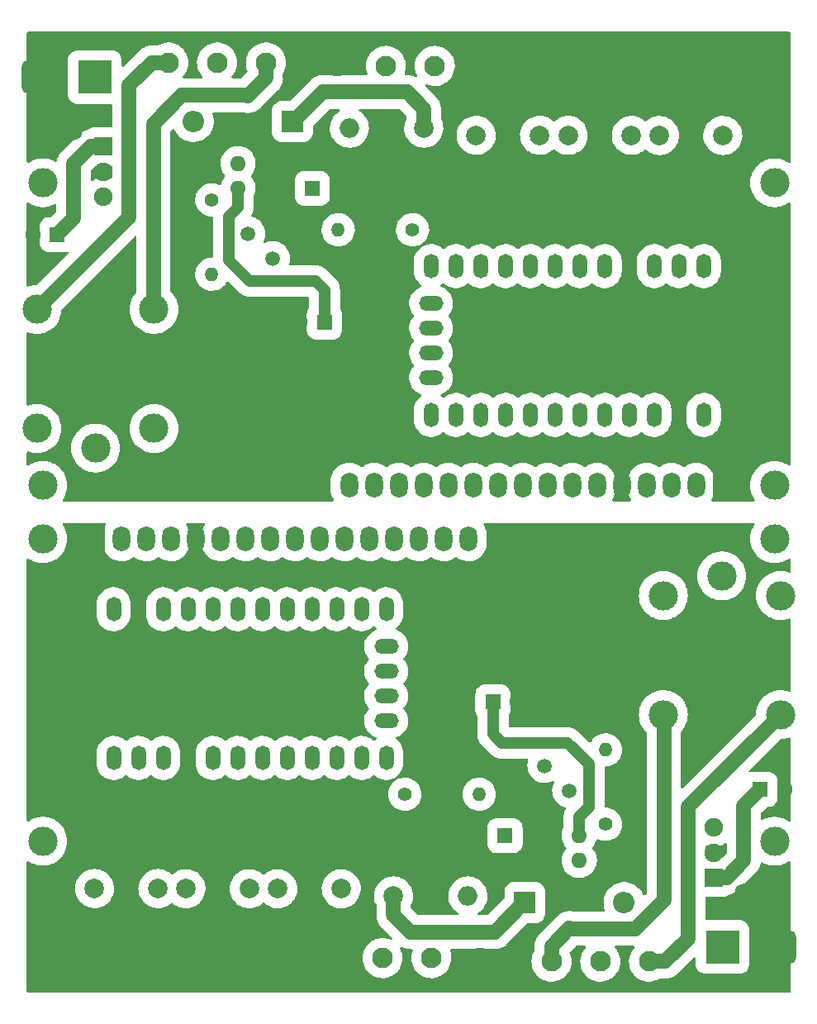
<source format=gbr>
%TF.GenerationSoftware,KiCad,Pcbnew,(6.0.0)*%
%TF.CreationDate,2022-02-01T13:42:30+07:00*%
%TF.ProjectId,egg_pro_mini,6567675f-7072-46f5-9f6d-696e692e6b69,rev?*%
%TF.SameCoordinates,Original*%
%TF.FileFunction,Copper,L2,Bot*%
%TF.FilePolarity,Positive*%
%FSLAX46Y46*%
G04 Gerber Fmt 4.6, Leading zero omitted, Abs format (unit mm)*
G04 Created by KiCad (PCBNEW (6.0.0)) date 2022-02-01 13:42:31*
%MOMM*%
%LPD*%
G01*
G04 APERTURE LIST*
G04 Aperture macros list*
%AMRoundRect*
0 Rectangle with rounded corners*
0 $1 Rounding radius*
0 $2 $3 $4 $5 $6 $7 $8 $9 X,Y pos of 4 corners*
0 Add a 4 corners polygon primitive as box body*
4,1,4,$2,$3,$4,$5,$6,$7,$8,$9,$2,$3,0*
0 Add four circle primitives for the rounded corners*
1,1,$1+$1,$2,$3*
1,1,$1+$1,$4,$5*
1,1,$1+$1,$6,$7*
1,1,$1+$1,$8,$9*
0 Add four rect primitives between the rounded corners*
20,1,$1+$1,$2,$3,$4,$5,0*
20,1,$1+$1,$4,$5,$6,$7,0*
20,1,$1+$1,$6,$7,$8,$9,0*
20,1,$1+$1,$8,$9,$2,$3,0*%
G04 Aperture macros list end*
%TA.AperFunction,ComponentPad*%
%ADD10C,1.400000*%
%TD*%
%TA.AperFunction,ComponentPad*%
%ADD11O,1.400000X1.400000*%
%TD*%
%TA.AperFunction,ComponentPad*%
%ADD12C,3.000000*%
%TD*%
%TA.AperFunction,ComponentPad*%
%ADD13R,1.800000X2.600000*%
%TD*%
%TA.AperFunction,ComponentPad*%
%ADD14O,1.800000X2.600000*%
%TD*%
%TA.AperFunction,ComponentPad*%
%ADD15R,1.910000X1.910000*%
%TD*%
%TA.AperFunction,ComponentPad*%
%ADD16C,1.910000*%
%TD*%
%TA.AperFunction,ComponentPad*%
%ADD17C,2.000000*%
%TD*%
%TA.AperFunction,ComponentPad*%
%ADD18C,2.100000*%
%TD*%
%TA.AperFunction,ComponentPad*%
%ADD19R,1.600000X1.600000*%
%TD*%
%TA.AperFunction,ComponentPad*%
%ADD20O,1.600000X1.600000*%
%TD*%
%TA.AperFunction,ComponentPad*%
%ADD21R,2.200000X2.200000*%
%TD*%
%TA.AperFunction,ComponentPad*%
%ADD22O,2.200000X2.200000*%
%TD*%
%TA.AperFunction,ComponentPad*%
%ADD23R,1.500000X1.500000*%
%TD*%
%TA.AperFunction,ComponentPad*%
%ADD24C,1.500000*%
%TD*%
%TA.AperFunction,ComponentPad*%
%ADD25R,3.500000X3.500000*%
%TD*%
%TA.AperFunction,ComponentPad*%
%ADD26RoundRect,0.750000X-0.750000X-1.000000X0.750000X-1.000000X0.750000X1.000000X-0.750000X1.000000X0*%
%TD*%
%TA.AperFunction,ComponentPad*%
%ADD27RoundRect,0.875000X-0.875000X-0.875000X0.875000X-0.875000X0.875000X0.875000X-0.875000X0.875000X0*%
%TD*%
%TA.AperFunction,ComponentPad*%
%ADD28O,1.500000X2.500000*%
%TD*%
%TA.AperFunction,ComponentPad*%
%ADD29O,2.500000X1.500000*%
%TD*%
%TA.AperFunction,ComponentPad*%
%ADD30O,2.000000X2.000000*%
%TD*%
%TA.AperFunction,ComponentPad*%
%ADD31C,1.600000*%
%TD*%
%TA.AperFunction,ComponentPad*%
%ADD32RoundRect,0.750000X0.750000X1.000000X-0.750000X1.000000X-0.750000X-1.000000X0.750000X-1.000000X0*%
%TD*%
%TA.AperFunction,ComponentPad*%
%ADD33RoundRect,0.875000X0.875000X0.875000X-0.875000X0.875000X-0.875000X-0.875000X0.875000X-0.875000X0*%
%TD*%
%TA.AperFunction,Conductor*%
%ADD34C,1.500000*%
%TD*%
%TA.AperFunction,Conductor*%
%ADD35C,1.200000*%
%TD*%
G04 APERTURE END LIST*
D10*
%TO.P,R2,1*%
%TO.N,Net-(R2-Pad1)*%
X138965000Y-48590000D03*
D11*
%TO.P,R2,2*%
%TO.N,Net-(Q1-Pad2)*%
X138965000Y-56210000D03*
%TD*%
D12*
%TO.P,DS1,*%
%TO.N,*%
X196633875Y-46854300D03*
X121635295Y-46854300D03*
X121634775Y-77855000D03*
X196633875Y-77855000D03*
D13*
%TO.P,DS1,1,VSS*%
%TO.N,GND*%
X191134775Y-77855000D03*
D14*
%TO.P,DS1,2,VDD*%
%TO.N,VCC*%
X188594775Y-77855000D03*
%TO.P,DS1,3,VO*%
X186054775Y-77855000D03*
%TO.P,DS1,4,RS*%
%TO.N,RS*%
X183514775Y-77855000D03*
%TO.P,DS1,5,R/W*%
%TO.N,GND*%
X180974775Y-77855000D03*
%TO.P,DS1,6,E*%
%TO.N,E*%
X178434775Y-77855000D03*
%TO.P,DS1,7,D0*%
%TO.N,unconnected-(DS1-Pad7)*%
X175894775Y-77855000D03*
%TO.P,DS1,8,D1*%
%TO.N,unconnected-(DS1-Pad8)*%
X173354775Y-77855000D03*
%TO.P,DS1,9,D2*%
%TO.N,unconnected-(DS1-Pad9)*%
X170814775Y-77855000D03*
%TO.P,DS1,10,D3*%
%TO.N,unconnected-(DS1-Pad10)*%
X168274775Y-77855000D03*
%TO.P,DS1,11,D4*%
%TO.N,LD4*%
X165734775Y-77855000D03*
%TO.P,DS1,12,D5*%
%TO.N,LD5*%
X163194775Y-77855000D03*
%TO.P,DS1,13,D6*%
%TO.N,LD6*%
X160654775Y-77855000D03*
%TO.P,DS1,14,D7*%
%TO.N,LD7*%
X158114775Y-77855000D03*
%TO.P,DS1,15,LED(+)*%
%TO.N,unconnected-(DS1-Pad15)*%
X155574775Y-77855000D03*
%TO.P,DS1,16,LED(-)*%
%TO.N,unconnected-(DS1-Pad16)*%
X153034775Y-77855000D03*
%TD*%
D15*
%TO.P,U3,1,IN*%
%TO.N,Net-(C1-Pad1)*%
X127857000Y-43150000D03*
D16*
%TO.P,U3,2,GND*%
%TO.N,GND*%
X127857000Y-45700000D03*
%TO.P,U3,3,OUT*%
%TO.N,VCC*%
X127857000Y-48250000D03*
%TD*%
D17*
%TO.P,SW3,1,1*%
%TO.N,GND*%
X172545000Y-37490000D03*
X166045000Y-37490000D03*
%TO.P,SW3,2,2*%
%TO.N,D7*%
X172545000Y-41990000D03*
X166045000Y-41990000D03*
%TD*%
D12*
%TO.P,K1,11*%
%TO.N,Net-(J2-Pad2)*%
X127035000Y-74030000D03*
%TO.P,K1,12*%
%TO.N,Net-(J2-Pad1)*%
X133035000Y-59830000D03*
%TO.P,K1,14*%
%TO.N,Net-(J2-Pad3)*%
X121035000Y-59830000D03*
%TO.P,K1,A1*%
%TO.N,VCC*%
X121035000Y-72030000D03*
%TO.P,K1,A2*%
%TO.N,Net-(D1-Pad2)*%
X133035000Y-72030000D03*
%TD*%
D17*
%TO.P,SW2,1,1*%
%TO.N,GND*%
X181965000Y-37500000D03*
X175465000Y-37500000D03*
%TO.P,SW2,2,2*%
%TO.N,D6*%
X175465000Y-42000000D03*
X181965000Y-42000000D03*
%TD*%
%TO.P,SW1,1,1*%
%TO.N,GND*%
X184835000Y-37510000D03*
X191335000Y-37510000D03*
%TO.P,SW1,2,2*%
%TO.N,D5*%
X184835000Y-42010000D03*
X191335000Y-42010000D03*
%TD*%
D18*
%TO.P,J1,1,1*%
%TO.N,VCC*%
X161805000Y-34880000D03*
%TO.P,J1,2,2*%
%TO.N,D8*%
X156805000Y-34880000D03*
%TO.P,J1,3,3*%
%TO.N,GND*%
X151805000Y-34880000D03*
%TD*%
D19*
%TO.P,U1,1*%
%TO.N,Net-(R1-Pad2)*%
X149265000Y-47425000D03*
D20*
%TO.P,U1,2*%
%TO.N,GND*%
X149265000Y-44885000D03*
%TO.P,U1,3*%
%TO.N,Net-(R2-Pad1)*%
X141645000Y-44885000D03*
%TO.P,U1,4*%
%TO.N,VCC*%
X141645000Y-47425000D03*
%TD*%
D21*
%TO.P,D1,1,K*%
%TO.N,VCC*%
X147225000Y-40570000D03*
D22*
%TO.P,D1,2,A*%
%TO.N,Net-(D1-Pad2)*%
X137065000Y-40570000D03*
%TD*%
D18*
%TO.P,J2,1,1*%
%TO.N,Net-(J2-Pad1)*%
X144495000Y-34530000D03*
%TO.P,J2,2,2*%
%TO.N,Net-(J2-Pad2)*%
X139495000Y-34530000D03*
%TO.P,J2,3,3*%
%TO.N,Net-(J2-Pad3)*%
X134495000Y-34530000D03*
%TD*%
D10*
%TO.P,R1,1*%
%TO.N,D9*%
X159535000Y-51670000D03*
D11*
%TO.P,R1,2*%
%TO.N,Net-(R1-Pad2)*%
X151915000Y-51670000D03*
%TD*%
D23*
%TO.P,Q1,1,E*%
%TO.N,GND*%
X147755000Y-52050000D03*
D24*
%TO.P,Q1,2,B*%
%TO.N,Net-(Q1-Pad2)*%
X145215000Y-54590000D03*
%TO.P,Q1,3,C*%
%TO.N,Net-(D1-Pad2)*%
X142675000Y-52050000D03*
%TD*%
D25*
%TO.P,J3,1*%
%TO.N,Net-(C1-Pad1)*%
X126965000Y-36032500D03*
D26*
%TO.P,J3,2*%
%TO.N,GND*%
X120965000Y-36032500D03*
D27*
%TO.P,J3,3*%
X123965000Y-40732500D03*
%TD*%
D28*
%TO.P,U2,1,D10*%
%TO.N,LD7*%
X161435000Y-70630000D03*
%TO.P,U2,2,D11*%
%TO.N,LD6*%
X163975000Y-70630000D03*
%TO.P,U2,3,D12*%
%TO.N,LD5*%
X166515000Y-70630000D03*
%TO.P,U2,4,D13*%
%TO.N,LD4*%
X169055000Y-70630000D03*
%TO.P,U2,5,A0*%
%TO.N,E*%
X171595000Y-70630000D03*
%TO.P,U2,6,A1*%
%TO.N,RS*%
X174135000Y-70630000D03*
%TO.P,U2,7,A2*%
%TO.N,unconnected-(U2-Pad7)*%
X176675000Y-70630000D03*
%TO.P,U2,8,A3*%
%TO.N,unconnected-(U2-Pad8)*%
X179215000Y-70630000D03*
%TO.P,U2,9,VCC*%
%TO.N,VCC*%
X181755000Y-70630000D03*
%TO.P,U2,10,RST*%
%TO.N,unconnected-(U2-Pad10)*%
X184295000Y-70630000D03*
%TO.P,U2,11,GND*%
%TO.N,GND*%
X186835000Y-70630000D03*
%TO.P,U2,12,RAW*%
%TO.N,VCC*%
X189375000Y-70630000D03*
%TO.P,U2,13,TX*%
%TO.N,unconnected-(U2-Pad13)*%
X189375000Y-55390000D03*
%TO.P,U2,14,RX*%
%TO.N,unconnected-(U2-Pad14)*%
X186835000Y-55390000D03*
%TO.P,U2,15,RST*%
%TO.N,unconnected-(U2-Pad15)*%
X184295000Y-55390000D03*
%TO.P,U2,16,GND*%
%TO.N,GND*%
X181755000Y-55390000D03*
%TO.P,U2,17,D2*%
%TO.N,unconnected-(U2-Pad17)*%
X179215000Y-55390000D03*
%TO.P,U2,18,D3*%
%TO.N,unconnected-(U2-Pad18)*%
X176675000Y-55390000D03*
%TO.P,U2,19,D4*%
%TO.N,unconnected-(U2-Pad19)*%
X174135000Y-55390000D03*
%TO.P,U2,20,D5*%
%TO.N,D5*%
X171595000Y-55390000D03*
%TO.P,U2,21,D6*%
%TO.N,D6*%
X169055000Y-55390000D03*
%TO.P,U2,22,D7*%
%TO.N,D7*%
X166515000Y-55390000D03*
%TO.P,U2,23,D8*%
%TO.N,D8*%
X163975000Y-55390000D03*
%TO.P,U2,24,D9*%
%TO.N,D9*%
X161435000Y-55390000D03*
D29*
%TO.P,U2,25,A4*%
%TO.N,unconnected-(U2-Pad25)*%
X161435000Y-59200000D03*
%TO.P,U2,26,A5*%
%TO.N,unconnected-(U2-Pad26)*%
X161435000Y-61740000D03*
%TO.P,U2,27,A6*%
%TO.N,unconnected-(U2-Pad27)*%
X161435000Y-64280000D03*
%TO.P,U2,28,A7*%
%TO.N,unconnected-(U2-Pad28)*%
X161435000Y-66820000D03*
%TD*%
D17*
%TO.P,R3,1*%
%TO.N,VCC*%
X160685000Y-41250000D03*
D30*
%TO.P,R3,2*%
%TO.N,D8*%
X153065000Y-41250000D03*
%TD*%
D19*
%TO.P,C3,1*%
%TO.N,VCC*%
X150500112Y-61120000D03*
D31*
%TO.P,C3,2*%
%TO.N,GND*%
X148000112Y-61120000D03*
%TD*%
D19*
%TO.P,C1,1*%
%TO.N,Net-(C1-Pad1)*%
X123110112Y-52160000D03*
D31*
%TO.P,C1,2*%
%TO.N,GND*%
X120610112Y-52160000D03*
%TD*%
D10*
%TO.P,R2,1*%
%TO.N,Net-(R2-Pad1)*%
X179305000Y-112575000D03*
D11*
%TO.P,R2,2*%
%TO.N,Net-(Q1-Pad2)*%
X179305000Y-104955000D03*
%TD*%
D17*
%TO.P,SW3,1,1*%
%TO.N,GND*%
X145725000Y-123675000D03*
X152225000Y-123675000D03*
%TO.P,SW3,2,2*%
%TO.N,D7*%
X145725000Y-119175000D03*
X152225000Y-119175000D03*
%TD*%
%TO.P,R3,1*%
%TO.N,VCC*%
X157585000Y-119915000D03*
D30*
%TO.P,R3,2*%
%TO.N,D8*%
X165205000Y-119915000D03*
%TD*%
D28*
%TO.P,U2,1,D10*%
%TO.N,LD7*%
X156835000Y-90535000D03*
%TO.P,U2,2,D11*%
%TO.N,LD6*%
X154295000Y-90535000D03*
%TO.P,U2,3,D12*%
%TO.N,LD5*%
X151755000Y-90535000D03*
%TO.P,U2,4,D13*%
%TO.N,LD4*%
X149215000Y-90535000D03*
%TO.P,U2,5,A0*%
%TO.N,E*%
X146675000Y-90535000D03*
%TO.P,U2,6,A1*%
%TO.N,RS*%
X144135000Y-90535000D03*
%TO.P,U2,7,A2*%
%TO.N,unconnected-(U2-Pad7)*%
X141595000Y-90535000D03*
%TO.P,U2,8,A3*%
%TO.N,unconnected-(U2-Pad8)*%
X139055000Y-90535000D03*
%TO.P,U2,9,VCC*%
%TO.N,VCC*%
X136515000Y-90535000D03*
%TO.P,U2,10,RST*%
%TO.N,unconnected-(U2-Pad10)*%
X133975000Y-90535000D03*
%TO.P,U2,11,GND*%
%TO.N,GND*%
X131435000Y-90535000D03*
%TO.P,U2,12,RAW*%
%TO.N,VCC*%
X128895000Y-90535000D03*
%TO.P,U2,13,TX*%
%TO.N,unconnected-(U2-Pad13)*%
X128895000Y-105775000D03*
%TO.P,U2,14,RX*%
%TO.N,unconnected-(U2-Pad14)*%
X131435000Y-105775000D03*
%TO.P,U2,15,RST*%
%TO.N,unconnected-(U2-Pad15)*%
X133975000Y-105775000D03*
%TO.P,U2,16,GND*%
%TO.N,GND*%
X136515000Y-105775000D03*
%TO.P,U2,17,D2*%
%TO.N,unconnected-(U2-Pad17)*%
X139055000Y-105775000D03*
%TO.P,U2,18,D3*%
%TO.N,unconnected-(U2-Pad18)*%
X141595000Y-105775000D03*
%TO.P,U2,19,D4*%
%TO.N,unconnected-(U2-Pad19)*%
X144135000Y-105775000D03*
%TO.P,U2,20,D5*%
%TO.N,D5*%
X146675000Y-105775000D03*
%TO.P,U2,21,D6*%
%TO.N,D6*%
X149215000Y-105775000D03*
%TO.P,U2,22,D7*%
%TO.N,D7*%
X151755000Y-105775000D03*
%TO.P,U2,23,D8*%
%TO.N,D8*%
X154295000Y-105775000D03*
%TO.P,U2,24,D9*%
%TO.N,D9*%
X156835000Y-105775000D03*
D29*
%TO.P,U2,25,A4*%
%TO.N,unconnected-(U2-Pad25)*%
X156835000Y-101965000D03*
%TO.P,U2,26,A5*%
%TO.N,unconnected-(U2-Pad26)*%
X156835000Y-99425000D03*
%TO.P,U2,27,A6*%
%TO.N,unconnected-(U2-Pad27)*%
X156835000Y-96885000D03*
%TO.P,U2,28,A7*%
%TO.N,unconnected-(U2-Pad28)*%
X156835000Y-94345000D03*
%TD*%
D15*
%TO.P,U3,1,IN*%
%TO.N,Net-(C1-Pad1)*%
X190413000Y-118015000D03*
D16*
%TO.P,U3,2,GND*%
%TO.N,GND*%
X190413000Y-115465000D03*
%TO.P,U3,3,OUT*%
%TO.N,VCC*%
X190413000Y-112915000D03*
%TD*%
D12*
%TO.P,DS1,*%
%TO.N,*%
X121636125Y-114310700D03*
X196634705Y-114310700D03*
X196635225Y-83310000D03*
X121636125Y-83310000D03*
D13*
%TO.P,DS1,1,VSS*%
%TO.N,GND*%
X127135225Y-83310000D03*
D14*
%TO.P,DS1,2,VDD*%
%TO.N,VCC*%
X129675225Y-83310000D03*
%TO.P,DS1,3,VO*%
X132215225Y-83310000D03*
%TO.P,DS1,4,RS*%
%TO.N,RS*%
X134755225Y-83310000D03*
%TO.P,DS1,5,R/W*%
%TO.N,GND*%
X137295225Y-83310000D03*
%TO.P,DS1,6,E*%
%TO.N,E*%
X139835225Y-83310000D03*
%TO.P,DS1,7,D0*%
%TO.N,unconnected-(DS1-Pad7)*%
X142375225Y-83310000D03*
%TO.P,DS1,8,D1*%
%TO.N,unconnected-(DS1-Pad8)*%
X144915225Y-83310000D03*
%TO.P,DS1,9,D2*%
%TO.N,unconnected-(DS1-Pad9)*%
X147455225Y-83310000D03*
%TO.P,DS1,10,D3*%
%TO.N,unconnected-(DS1-Pad10)*%
X149995225Y-83310000D03*
%TO.P,DS1,11,D4*%
%TO.N,LD4*%
X152535225Y-83310000D03*
%TO.P,DS1,12,D5*%
%TO.N,LD5*%
X155075225Y-83310000D03*
%TO.P,DS1,13,D6*%
%TO.N,LD6*%
X157615225Y-83310000D03*
%TO.P,DS1,14,D7*%
%TO.N,LD7*%
X160155225Y-83310000D03*
%TO.P,DS1,15,LED(+)*%
%TO.N,unconnected-(DS1-Pad15)*%
X162695225Y-83310000D03*
%TO.P,DS1,16,LED(-)*%
%TO.N,unconnected-(DS1-Pad16)*%
X165235225Y-83310000D03*
%TD*%
D25*
%TO.P,J3,1*%
%TO.N,Net-(C1-Pad1)*%
X191305000Y-125132500D03*
D32*
%TO.P,J3,2*%
%TO.N,GND*%
X197305000Y-125132500D03*
D33*
%TO.P,J3,3*%
X194305000Y-120432500D03*
%TD*%
D23*
%TO.P,Q1,1,E*%
%TO.N,GND*%
X170515000Y-109115000D03*
D24*
%TO.P,Q1,2,B*%
%TO.N,Net-(Q1-Pad2)*%
X173055000Y-106575000D03*
%TO.P,Q1,3,C*%
%TO.N,Net-(D1-Pad2)*%
X175595000Y-109115000D03*
%TD*%
D10*
%TO.P,R1,1*%
%TO.N,D9*%
X158735000Y-109495000D03*
D11*
%TO.P,R1,2*%
%TO.N,Net-(R1-Pad2)*%
X166355000Y-109495000D03*
%TD*%
D18*
%TO.P,J2,1,1*%
%TO.N,Net-(J2-Pad1)*%
X173775000Y-126635000D03*
%TO.P,J2,2,2*%
%TO.N,Net-(J2-Pad2)*%
X178775000Y-126635000D03*
%TO.P,J2,3,3*%
%TO.N,Net-(J2-Pad3)*%
X183775000Y-126635000D03*
%TD*%
D21*
%TO.P,D1,1,K*%
%TO.N,VCC*%
X171045000Y-120595000D03*
D22*
%TO.P,D1,2,A*%
%TO.N,Net-(D1-Pad2)*%
X181205000Y-120595000D03*
%TD*%
D19*
%TO.P,U1,1*%
%TO.N,Net-(R1-Pad2)*%
X169005000Y-113740000D03*
D20*
%TO.P,U1,2*%
%TO.N,GND*%
X169005000Y-116280000D03*
%TO.P,U1,3*%
%TO.N,Net-(R2-Pad1)*%
X176625000Y-116280000D03*
%TO.P,U1,4*%
%TO.N,VCC*%
X176625000Y-113740000D03*
%TD*%
D18*
%TO.P,J1,1,1*%
%TO.N,VCC*%
X156465000Y-126285000D03*
%TO.P,J1,2,2*%
%TO.N,D8*%
X161465000Y-126285000D03*
%TO.P,J1,3,3*%
%TO.N,GND*%
X166465000Y-126285000D03*
%TD*%
D17*
%TO.P,SW1,1,1*%
%TO.N,GND*%
X133435000Y-123655000D03*
X126935000Y-123655000D03*
%TO.P,SW1,2,2*%
%TO.N,D5*%
X133435000Y-119155000D03*
X126935000Y-119155000D03*
%TD*%
%TO.P,SW2,1,1*%
%TO.N,GND*%
X136305000Y-123665000D03*
X142805000Y-123665000D03*
%TO.P,SW2,2,2*%
%TO.N,D6*%
X142805000Y-119165000D03*
X136305000Y-119165000D03*
%TD*%
D12*
%TO.P,K1,11*%
%TO.N,Net-(J2-Pad2)*%
X191235000Y-87135000D03*
%TO.P,K1,12*%
%TO.N,Net-(J2-Pad1)*%
X185235000Y-101335000D03*
%TO.P,K1,14*%
%TO.N,Net-(J2-Pad3)*%
X197235000Y-101335000D03*
%TO.P,K1,A1*%
%TO.N,VCC*%
X197235000Y-89135000D03*
%TO.P,K1,A2*%
%TO.N,Net-(D1-Pad2)*%
X185235000Y-89135000D03*
%TD*%
D19*
%TO.P,C3,1*%
%TO.N,VCC*%
X167769888Y-100045000D03*
D31*
%TO.P,C3,2*%
%TO.N,GND*%
X170269888Y-100045000D03*
%TD*%
D19*
%TO.P,C1,1*%
%TO.N,Net-(C1-Pad1)*%
X195159888Y-109005000D03*
D31*
%TO.P,C1,2*%
%TO.N,GND*%
X197659888Y-109005000D03*
%TD*%
D34*
%TO.N,GND*%
X179125000Y-47930000D02*
X179125000Y-38320000D01*
X181755000Y-55390000D02*
X181755000Y-50560000D01*
X179125000Y-38320000D02*
X179945000Y-37500000D01*
X181755000Y-50560000D02*
X179125000Y-47930000D01*
X179945000Y-37500000D02*
X181965000Y-37500000D01*
%TO.N,VCC*%
X147315000Y-40570000D02*
X147225000Y-40570000D01*
D35*
X149595000Y-56910000D02*
X142835000Y-56910000D01*
D34*
X160685000Y-39280000D02*
X158955000Y-37550000D01*
X158955000Y-37550000D02*
X150335000Y-37550000D01*
D35*
X141645000Y-49360000D02*
X141645000Y-47425000D01*
X140685000Y-54760000D02*
X140685000Y-50320000D01*
D34*
%TO.N,GND*%
X181755000Y-58830000D02*
X186835000Y-63910000D01*
X186835000Y-63910000D02*
X186835000Y-70630000D01*
D35*
%TO.N,VCC*%
X140685000Y-50320000D02*
X141645000Y-49360000D01*
X150500112Y-57815112D02*
X149595000Y-56910000D01*
X142835000Y-56910000D02*
X140685000Y-54760000D01*
D34*
%TO.N,GND*%
X181755000Y-55390000D02*
X181755000Y-58830000D01*
D35*
%TO.N,VCC*%
X150500112Y-61120000D02*
X150500112Y-57815112D01*
D34*
X160685000Y-41250000D02*
X160685000Y-39280000D01*
X150335000Y-37550000D02*
X147315000Y-40570000D01*
%TO.N,Net-(C1-Pad1)*%
X127857000Y-43150000D02*
X126555000Y-43150000D01*
X124785000Y-50485112D02*
X123110112Y-52160000D01*
X126555000Y-43150000D02*
X124785000Y-44920000D01*
X124785000Y-44920000D02*
X124785000Y-50485112D01*
%TO.N,Net-(J2-Pad3)*%
X130485000Y-50380000D02*
X130485000Y-36880000D01*
X130485000Y-36880000D02*
X132835000Y-34530000D01*
X121035000Y-59830000D02*
X130485000Y-50380000D01*
%TO.N,Net-(J2-Pad1)*%
X135905000Y-37890000D02*
X142605000Y-37890000D01*
X142605000Y-37890000D02*
X142665000Y-37950000D01*
X132975000Y-40820000D02*
X135905000Y-37890000D01*
X142665000Y-37950000D02*
X144495000Y-36120000D01*
X133035000Y-59830000D02*
X132975000Y-59770000D01*
X144495000Y-36120000D02*
X144495000Y-34530000D01*
X132975000Y-59770000D02*
X132975000Y-40820000D01*
%TO.N,Net-(J2-Pad3)*%
X132835000Y-34530000D02*
X134495000Y-34530000D01*
%TO.N,Net-(C1-Pad1)*%
X193485000Y-110679888D02*
X195159888Y-109005000D01*
X191715000Y-118015000D02*
X193485000Y-116245000D01*
X190413000Y-118015000D02*
X191715000Y-118015000D01*
X193485000Y-116245000D02*
X193485000Y-110679888D01*
%TO.N,GND*%
X136515000Y-105775000D02*
X136515000Y-102335000D01*
X136515000Y-102335000D02*
X131435000Y-97255000D01*
X136515000Y-105775000D02*
X136515000Y-110605000D01*
X139145000Y-122845000D02*
X138325000Y-123665000D01*
X139145000Y-113235000D02*
X139145000Y-122845000D01*
X136515000Y-110605000D02*
X139145000Y-113235000D01*
X131435000Y-97255000D02*
X131435000Y-90535000D01*
X138325000Y-123665000D02*
X136305000Y-123665000D01*
%TO.N,VCC*%
X167935000Y-123615000D02*
X170955000Y-120595000D01*
D35*
X177585000Y-106405000D02*
X177585000Y-110845000D01*
D34*
X170955000Y-120595000D02*
X171045000Y-120595000D01*
D35*
X176625000Y-111805000D02*
X176625000Y-113740000D01*
X177585000Y-110845000D02*
X176625000Y-111805000D01*
D34*
X159315000Y-123615000D02*
X167935000Y-123615000D01*
D35*
X167769888Y-103349888D02*
X168675000Y-104255000D01*
D34*
X157585000Y-121885000D02*
X159315000Y-123615000D01*
D35*
X168675000Y-104255000D02*
X175435000Y-104255000D01*
D34*
X157585000Y-119915000D02*
X157585000Y-121885000D01*
D35*
X167769888Y-100045000D02*
X167769888Y-103349888D01*
X175435000Y-104255000D02*
X177585000Y-106405000D01*
D34*
%TO.N,Net-(J2-Pad1)*%
X173775000Y-125045000D02*
X173775000Y-126635000D01*
X182365000Y-123275000D02*
X175665000Y-123275000D01*
X175605000Y-123215000D02*
X173775000Y-125045000D01*
X185235000Y-101335000D02*
X185295000Y-101395000D01*
X185295000Y-101395000D02*
X185295000Y-120345000D01*
X185295000Y-120345000D02*
X182365000Y-123275000D01*
X175665000Y-123275000D02*
X175605000Y-123215000D01*
%TO.N,Net-(J2-Pad3)*%
X197235000Y-101335000D02*
X187785000Y-110785000D01*
X187785000Y-124285000D02*
X185435000Y-126635000D01*
X187785000Y-110785000D02*
X187785000Y-124285000D01*
X185435000Y-126635000D02*
X183775000Y-126635000D01*
%TD*%
%TA.AperFunction,Conductor*%
%TO.N,GND*%
G36*
X128035787Y-81710002D02*
G01*
X128082280Y-81763658D01*
X128092384Y-81833932D01*
X128071193Y-81887820D01*
X128035009Y-81939979D01*
X127912160Y-82186914D01*
X127826245Y-82448998D01*
X127825465Y-82453489D01*
X127825465Y-82453490D01*
X127784935Y-82686921D01*
X127779063Y-82720738D01*
X127774725Y-82807876D01*
X127774725Y-83780070D01*
X127774890Y-83782338D01*
X127774890Y-83782350D01*
X127783095Y-83895425D01*
X127789600Y-83985083D01*
X127790584Y-83989538D01*
X127790584Y-83989541D01*
X127831604Y-84175335D01*
X127849061Y-84254403D01*
X127946776Y-84512319D01*
X128080700Y-84753428D01*
X128248027Y-84972678D01*
X128251293Y-84975871D01*
X128251295Y-84975873D01*
X128441983Y-85162283D01*
X128441988Y-85162287D01*
X128445251Y-85165477D01*
X128448943Y-85168164D01*
X128448945Y-85168166D01*
X128599285Y-85277595D01*
X128668241Y-85327787D01*
X128912326Y-85456206D01*
X129172393Y-85548045D01*
X129272099Y-85567697D01*
X129438521Y-85600499D01*
X129438527Y-85600500D01*
X129442993Y-85601380D01*
X129447547Y-85601607D01*
X129447549Y-85601607D01*
X129713889Y-85614867D01*
X129713895Y-85614867D01*
X129718458Y-85615094D01*
X129993017Y-85588898D01*
X129997451Y-85587813D01*
X129997457Y-85587812D01*
X130256481Y-85524429D01*
X130260919Y-85523343D01*
X130516551Y-85419801D01*
X130520481Y-85417500D01*
X130520487Y-85417497D01*
X130750628Y-85282745D01*
X130750635Y-85282740D01*
X130754560Y-85280442D01*
X130852404Y-85202194D01*
X130864641Y-85192408D01*
X130930334Y-85165484D01*
X131000155Y-85178350D01*
X131017484Y-85188939D01*
X131084567Y-85237767D01*
X131139285Y-85277595D01*
X131208241Y-85327787D01*
X131452326Y-85456206D01*
X131712393Y-85548045D01*
X131812099Y-85567697D01*
X131978521Y-85600499D01*
X131978527Y-85600500D01*
X131982993Y-85601380D01*
X131987547Y-85601607D01*
X131987549Y-85601607D01*
X132253889Y-85614867D01*
X132253895Y-85614867D01*
X132258458Y-85615094D01*
X132533017Y-85588898D01*
X132537451Y-85587813D01*
X132537457Y-85587812D01*
X132796481Y-85524429D01*
X132800919Y-85523343D01*
X133056551Y-85419801D01*
X133060481Y-85417500D01*
X133060487Y-85417497D01*
X133290628Y-85282745D01*
X133290635Y-85282740D01*
X133294560Y-85280442D01*
X133392404Y-85202194D01*
X133404641Y-85192408D01*
X133470334Y-85165484D01*
X133540155Y-85178350D01*
X133557484Y-85188939D01*
X133624567Y-85237767D01*
X133679285Y-85277595D01*
X133748241Y-85327787D01*
X133992326Y-85456206D01*
X134252393Y-85548045D01*
X134352099Y-85567697D01*
X134518521Y-85600499D01*
X134518527Y-85600500D01*
X134522993Y-85601380D01*
X134527547Y-85601607D01*
X134527549Y-85601607D01*
X134793889Y-85614867D01*
X134793895Y-85614867D01*
X134798458Y-85615094D01*
X135073017Y-85588898D01*
X135077451Y-85587813D01*
X135077457Y-85587812D01*
X135336481Y-85524429D01*
X135340919Y-85523343D01*
X135596551Y-85419801D01*
X135600481Y-85417500D01*
X135600487Y-85417497D01*
X135830628Y-85282745D01*
X135830635Y-85282740D01*
X135834560Y-85280442D01*
X136049957Y-85108184D01*
X136125039Y-85027809D01*
X136235117Y-84909972D01*
X136235119Y-84909969D01*
X136238233Y-84906636D01*
X136395441Y-84680021D01*
X136417840Y-84634997D01*
X136516257Y-84437173D01*
X136516258Y-84437170D01*
X136518290Y-84433086D01*
X136604205Y-84171002D01*
X136636486Y-83985083D01*
X136650731Y-83903043D01*
X136650732Y-83903035D01*
X136651387Y-83899262D01*
X136655725Y-83812124D01*
X136655725Y-82839930D01*
X136653514Y-82809446D01*
X136641180Y-82639468D01*
X136640850Y-82634917D01*
X136599803Y-82448998D01*
X136582373Y-82370053D01*
X136582372Y-82370050D01*
X136581389Y-82365597D01*
X136483674Y-82107681D01*
X136355643Y-81877181D01*
X136340051Y-81807919D01*
X136364381Y-81741221D01*
X136420908Y-81698265D01*
X136465792Y-81690000D01*
X138127666Y-81690000D01*
X138195787Y-81710002D01*
X138242280Y-81763658D01*
X138252384Y-81833932D01*
X138231193Y-81887820D01*
X138195009Y-81939979D01*
X138072160Y-82186914D01*
X137986245Y-82448998D01*
X137985465Y-82453489D01*
X137985465Y-82453490D01*
X137944935Y-82686921D01*
X137939063Y-82720738D01*
X137934725Y-82807876D01*
X137934725Y-83780070D01*
X137934890Y-83782338D01*
X137934890Y-83782350D01*
X137943095Y-83895425D01*
X137949600Y-83985083D01*
X137950584Y-83989538D01*
X137950584Y-83989541D01*
X137991604Y-84175335D01*
X138009061Y-84254403D01*
X138106776Y-84512319D01*
X138240700Y-84753428D01*
X138408027Y-84972678D01*
X138411293Y-84975871D01*
X138411295Y-84975873D01*
X138601983Y-85162283D01*
X138601988Y-85162287D01*
X138605251Y-85165477D01*
X138608943Y-85168164D01*
X138608945Y-85168166D01*
X138759285Y-85277595D01*
X138828241Y-85327787D01*
X139072326Y-85456206D01*
X139332393Y-85548045D01*
X139432099Y-85567697D01*
X139598521Y-85600499D01*
X139598527Y-85600500D01*
X139602993Y-85601380D01*
X139607547Y-85601607D01*
X139607549Y-85601607D01*
X139873889Y-85614867D01*
X139873895Y-85614867D01*
X139878458Y-85615094D01*
X140153017Y-85588898D01*
X140157451Y-85587813D01*
X140157457Y-85587812D01*
X140416481Y-85524429D01*
X140420919Y-85523343D01*
X140676551Y-85419801D01*
X140680481Y-85417500D01*
X140680487Y-85417497D01*
X140910628Y-85282745D01*
X140910635Y-85282740D01*
X140914560Y-85280442D01*
X141012404Y-85202194D01*
X141024641Y-85192408D01*
X141090334Y-85165484D01*
X141160155Y-85178350D01*
X141177484Y-85188939D01*
X141244567Y-85237767D01*
X141299285Y-85277595D01*
X141368241Y-85327787D01*
X141612326Y-85456206D01*
X141872393Y-85548045D01*
X141972099Y-85567697D01*
X142138521Y-85600499D01*
X142138527Y-85600500D01*
X142142993Y-85601380D01*
X142147547Y-85601607D01*
X142147549Y-85601607D01*
X142413889Y-85614867D01*
X142413895Y-85614867D01*
X142418458Y-85615094D01*
X142693017Y-85588898D01*
X142697451Y-85587813D01*
X142697457Y-85587812D01*
X142956481Y-85524429D01*
X142960919Y-85523343D01*
X143216551Y-85419801D01*
X143220481Y-85417500D01*
X143220487Y-85417497D01*
X143450628Y-85282745D01*
X143450635Y-85282740D01*
X143454560Y-85280442D01*
X143552404Y-85202194D01*
X143564641Y-85192408D01*
X143630334Y-85165484D01*
X143700155Y-85178350D01*
X143717484Y-85188939D01*
X143784567Y-85237767D01*
X143839285Y-85277595D01*
X143908241Y-85327787D01*
X144152326Y-85456206D01*
X144412393Y-85548045D01*
X144512099Y-85567697D01*
X144678521Y-85600499D01*
X144678527Y-85600500D01*
X144682993Y-85601380D01*
X144687547Y-85601607D01*
X144687549Y-85601607D01*
X144953889Y-85614867D01*
X144953895Y-85614867D01*
X144958458Y-85615094D01*
X145233017Y-85588898D01*
X145237451Y-85587813D01*
X145237457Y-85587812D01*
X145496481Y-85524429D01*
X145500919Y-85523343D01*
X145756551Y-85419801D01*
X145760481Y-85417500D01*
X145760487Y-85417497D01*
X145990628Y-85282745D01*
X145990635Y-85282740D01*
X145994560Y-85280442D01*
X146092404Y-85202194D01*
X146104641Y-85192408D01*
X146170334Y-85165484D01*
X146240155Y-85178350D01*
X146257484Y-85188939D01*
X146324567Y-85237767D01*
X146379285Y-85277595D01*
X146448241Y-85327787D01*
X146692326Y-85456206D01*
X146952393Y-85548045D01*
X147052099Y-85567697D01*
X147218521Y-85600499D01*
X147218527Y-85600500D01*
X147222993Y-85601380D01*
X147227547Y-85601607D01*
X147227549Y-85601607D01*
X147493889Y-85614867D01*
X147493895Y-85614867D01*
X147498458Y-85615094D01*
X147773017Y-85588898D01*
X147777451Y-85587813D01*
X147777457Y-85587812D01*
X148036481Y-85524429D01*
X148040919Y-85523343D01*
X148296551Y-85419801D01*
X148300481Y-85417500D01*
X148300487Y-85417497D01*
X148530628Y-85282745D01*
X148530635Y-85282740D01*
X148534560Y-85280442D01*
X148632404Y-85202194D01*
X148644641Y-85192408D01*
X148710334Y-85165484D01*
X148780155Y-85178350D01*
X148797484Y-85188939D01*
X148864567Y-85237767D01*
X148919285Y-85277595D01*
X148988241Y-85327787D01*
X149232326Y-85456206D01*
X149492393Y-85548045D01*
X149592099Y-85567697D01*
X149758521Y-85600499D01*
X149758527Y-85600500D01*
X149762993Y-85601380D01*
X149767547Y-85601607D01*
X149767549Y-85601607D01*
X150033889Y-85614867D01*
X150033895Y-85614867D01*
X150038458Y-85615094D01*
X150313017Y-85588898D01*
X150317451Y-85587813D01*
X150317457Y-85587812D01*
X150576481Y-85524429D01*
X150580919Y-85523343D01*
X150836551Y-85419801D01*
X150840481Y-85417500D01*
X150840487Y-85417497D01*
X151070628Y-85282745D01*
X151070635Y-85282740D01*
X151074560Y-85280442D01*
X151172404Y-85202194D01*
X151184641Y-85192408D01*
X151250334Y-85165484D01*
X151320155Y-85178350D01*
X151337484Y-85188939D01*
X151404567Y-85237767D01*
X151459285Y-85277595D01*
X151528241Y-85327787D01*
X151772326Y-85456206D01*
X152032393Y-85548045D01*
X152132099Y-85567697D01*
X152298521Y-85600499D01*
X152298527Y-85600500D01*
X152302993Y-85601380D01*
X152307547Y-85601607D01*
X152307549Y-85601607D01*
X152573889Y-85614867D01*
X152573895Y-85614867D01*
X152578458Y-85615094D01*
X152853017Y-85588898D01*
X152857451Y-85587813D01*
X152857457Y-85587812D01*
X153116481Y-85524429D01*
X153120919Y-85523343D01*
X153376551Y-85419801D01*
X153380481Y-85417500D01*
X153380487Y-85417497D01*
X153610628Y-85282745D01*
X153610635Y-85282740D01*
X153614560Y-85280442D01*
X153712404Y-85202194D01*
X153724641Y-85192408D01*
X153790334Y-85165484D01*
X153860155Y-85178350D01*
X153877484Y-85188939D01*
X153944567Y-85237767D01*
X153999285Y-85277595D01*
X154068241Y-85327787D01*
X154312326Y-85456206D01*
X154572393Y-85548045D01*
X154672099Y-85567697D01*
X154838521Y-85600499D01*
X154838527Y-85600500D01*
X154842993Y-85601380D01*
X154847547Y-85601607D01*
X154847549Y-85601607D01*
X155113889Y-85614867D01*
X155113895Y-85614867D01*
X155118458Y-85615094D01*
X155393017Y-85588898D01*
X155397451Y-85587813D01*
X155397457Y-85587812D01*
X155656481Y-85524429D01*
X155660919Y-85523343D01*
X155916551Y-85419801D01*
X155920481Y-85417500D01*
X155920487Y-85417497D01*
X156150628Y-85282745D01*
X156150635Y-85282740D01*
X156154560Y-85280442D01*
X156252404Y-85202194D01*
X156264641Y-85192408D01*
X156330334Y-85165484D01*
X156400155Y-85178350D01*
X156417484Y-85188939D01*
X156484567Y-85237767D01*
X156539285Y-85277595D01*
X156608241Y-85327787D01*
X156852326Y-85456206D01*
X157112393Y-85548045D01*
X157212099Y-85567697D01*
X157378521Y-85600499D01*
X157378527Y-85600500D01*
X157382993Y-85601380D01*
X157387547Y-85601607D01*
X157387549Y-85601607D01*
X157653889Y-85614867D01*
X157653895Y-85614867D01*
X157658458Y-85615094D01*
X157933017Y-85588898D01*
X157937451Y-85587813D01*
X157937457Y-85587812D01*
X158196481Y-85524429D01*
X158200919Y-85523343D01*
X158456551Y-85419801D01*
X158460481Y-85417500D01*
X158460487Y-85417497D01*
X158690628Y-85282745D01*
X158690635Y-85282740D01*
X158694560Y-85280442D01*
X158792404Y-85202194D01*
X158804641Y-85192408D01*
X158870334Y-85165484D01*
X158940155Y-85178350D01*
X158957484Y-85188939D01*
X159024567Y-85237767D01*
X159079285Y-85277595D01*
X159148241Y-85327787D01*
X159392326Y-85456206D01*
X159652393Y-85548045D01*
X159752099Y-85567697D01*
X159918521Y-85600499D01*
X159918527Y-85600500D01*
X159922993Y-85601380D01*
X159927547Y-85601607D01*
X159927549Y-85601607D01*
X160193889Y-85614867D01*
X160193895Y-85614867D01*
X160198458Y-85615094D01*
X160473017Y-85588898D01*
X160477451Y-85587813D01*
X160477457Y-85587812D01*
X160736481Y-85524429D01*
X160740919Y-85523343D01*
X160996551Y-85419801D01*
X161000481Y-85417500D01*
X161000487Y-85417497D01*
X161230628Y-85282745D01*
X161230635Y-85282740D01*
X161234560Y-85280442D01*
X161332404Y-85202194D01*
X161344641Y-85192408D01*
X161410334Y-85165484D01*
X161480155Y-85178350D01*
X161497484Y-85188939D01*
X161564567Y-85237767D01*
X161619285Y-85277595D01*
X161688241Y-85327787D01*
X161932326Y-85456206D01*
X162192393Y-85548045D01*
X162292099Y-85567697D01*
X162458521Y-85600499D01*
X162458527Y-85600500D01*
X162462993Y-85601380D01*
X162467547Y-85601607D01*
X162467549Y-85601607D01*
X162733889Y-85614867D01*
X162733895Y-85614867D01*
X162738458Y-85615094D01*
X163013017Y-85588898D01*
X163017451Y-85587813D01*
X163017457Y-85587812D01*
X163276481Y-85524429D01*
X163280919Y-85523343D01*
X163536551Y-85419801D01*
X163540481Y-85417500D01*
X163540487Y-85417497D01*
X163770628Y-85282745D01*
X163770635Y-85282740D01*
X163774560Y-85280442D01*
X163872404Y-85202194D01*
X163884641Y-85192408D01*
X163950334Y-85165484D01*
X164020155Y-85178350D01*
X164037484Y-85188939D01*
X164104567Y-85237767D01*
X164159285Y-85277595D01*
X164228241Y-85327787D01*
X164472326Y-85456206D01*
X164732393Y-85548045D01*
X164832099Y-85567697D01*
X164998521Y-85600499D01*
X164998527Y-85600500D01*
X165002993Y-85601380D01*
X165007547Y-85601607D01*
X165007549Y-85601607D01*
X165273889Y-85614867D01*
X165273895Y-85614867D01*
X165278458Y-85615094D01*
X165553017Y-85588898D01*
X165557451Y-85587813D01*
X165557457Y-85587812D01*
X165816481Y-85524429D01*
X165820919Y-85523343D01*
X166076551Y-85419801D01*
X166080481Y-85417500D01*
X166080487Y-85417497D01*
X166310628Y-85282745D01*
X166310635Y-85282740D01*
X166314560Y-85280442D01*
X166529957Y-85108184D01*
X166605039Y-85027809D01*
X166715117Y-84909972D01*
X166715119Y-84909969D01*
X166718233Y-84906636D01*
X166875441Y-84680021D01*
X166897840Y-84634997D01*
X166996257Y-84437173D01*
X166996258Y-84437170D01*
X166998290Y-84433086D01*
X167084205Y-84171002D01*
X167116486Y-83985083D01*
X167130731Y-83903043D01*
X167130732Y-83903035D01*
X167131387Y-83899262D01*
X167135725Y-83812124D01*
X167135725Y-82839930D01*
X167133514Y-82809446D01*
X167121180Y-82639468D01*
X167120850Y-82634917D01*
X167079803Y-82448998D01*
X167062373Y-82370053D01*
X167062372Y-82370050D01*
X167061389Y-82365597D01*
X166963674Y-82107681D01*
X166835643Y-81877181D01*
X166820051Y-81807919D01*
X166844381Y-81741221D01*
X166900908Y-81698265D01*
X166945792Y-81690000D01*
X194472588Y-81690000D01*
X194540709Y-81710002D01*
X194587202Y-81763658D01*
X194597306Y-81833932D01*
X194578973Y-81883514D01*
X194441812Y-82099646D01*
X194439688Y-82102993D01*
X194438004Y-82106572D01*
X194438000Y-82106579D01*
X194314019Y-82370053D01*
X194305722Y-82387685D01*
X194208494Y-82686921D01*
X194149537Y-82995985D01*
X194129781Y-83310000D01*
X194149537Y-83624015D01*
X194208494Y-83933079D01*
X194305722Y-84232315D01*
X194307409Y-84235901D01*
X194307411Y-84235905D01*
X194438000Y-84513421D01*
X194438004Y-84513428D01*
X194439688Y-84517007D01*
X194608278Y-84782663D01*
X194610803Y-84785715D01*
X194765473Y-84972678D01*
X194808835Y-85025094D01*
X195038195Y-85240478D01*
X195041397Y-85242805D01*
X195041399Y-85242806D01*
X195289532Y-85423085D01*
X195289537Y-85423088D01*
X195292741Y-85425416D01*
X195344888Y-85454084D01*
X195513044Y-85546529D01*
X195568459Y-85576994D01*
X195664689Y-85615094D01*
X195857317Y-85691361D01*
X195857320Y-85691362D01*
X195861000Y-85692819D01*
X195864834Y-85693803D01*
X195864842Y-85693806D01*
X196053299Y-85742193D01*
X196165752Y-85771066D01*
X196169680Y-85771562D01*
X196169684Y-85771563D01*
X196293600Y-85787217D01*
X196477907Y-85810500D01*
X196792543Y-85810500D01*
X196976850Y-85787217D01*
X197100766Y-85771563D01*
X197100770Y-85771562D01*
X197104698Y-85771066D01*
X197217151Y-85742193D01*
X197405608Y-85693806D01*
X197405616Y-85693803D01*
X197409450Y-85692819D01*
X197413130Y-85691362D01*
X197413133Y-85691361D01*
X197605761Y-85615094D01*
X197701991Y-85576994D01*
X197757407Y-85546529D01*
X197925562Y-85454084D01*
X197977709Y-85425416D01*
X197980913Y-85423088D01*
X197980918Y-85423085D01*
X198064939Y-85362040D01*
X198131807Y-85338181D01*
X198200959Y-85354262D01*
X198250439Y-85405176D01*
X198265000Y-85463976D01*
X198265000Y-86668046D01*
X198244998Y-86736167D01*
X198191342Y-86782660D01*
X198121068Y-86792764D01*
X198092619Y-86785199D01*
X198009225Y-86752181D01*
X198005391Y-86751197D01*
X198005383Y-86751194D01*
X197816926Y-86702807D01*
X197704473Y-86673934D01*
X197700545Y-86673438D01*
X197700541Y-86673437D01*
X197576625Y-86657783D01*
X197392318Y-86634500D01*
X197077682Y-86634500D01*
X196893375Y-86657783D01*
X196769459Y-86673437D01*
X196769455Y-86673438D01*
X196765527Y-86673934D01*
X196653074Y-86702807D01*
X196464617Y-86751194D01*
X196464609Y-86751197D01*
X196460775Y-86752181D01*
X196457095Y-86753638D01*
X196457092Y-86753639D01*
X196377383Y-86785198D01*
X196168234Y-86868006D01*
X195892516Y-87019584D01*
X195889312Y-87021912D01*
X195889307Y-87021915D01*
X195733659Y-87135000D01*
X195637970Y-87204522D01*
X195408610Y-87419906D01*
X195208053Y-87662337D01*
X195039463Y-87927993D01*
X195037779Y-87931572D01*
X195037775Y-87931579D01*
X194976919Y-88060905D01*
X194905497Y-88212685D01*
X194808269Y-88511921D01*
X194749312Y-88820985D01*
X194729556Y-89135000D01*
X194749312Y-89449015D01*
X194808269Y-89758079D01*
X194905497Y-90057315D01*
X194907184Y-90060901D01*
X194907186Y-90060905D01*
X195037775Y-90338421D01*
X195037779Y-90338428D01*
X195039463Y-90342007D01*
X195208053Y-90607663D01*
X195408610Y-90850094D01*
X195637970Y-91065478D01*
X195641172Y-91067805D01*
X195641174Y-91067806D01*
X195889307Y-91248085D01*
X195889312Y-91248088D01*
X195892516Y-91250416D01*
X196168234Y-91401994D01*
X196205001Y-91416551D01*
X196457092Y-91516361D01*
X196457095Y-91516362D01*
X196460775Y-91517819D01*
X196464609Y-91518803D01*
X196464617Y-91518806D01*
X196653074Y-91567193D01*
X196765527Y-91596066D01*
X196769455Y-91596562D01*
X196769459Y-91596563D01*
X196893375Y-91612217D01*
X197077682Y-91635500D01*
X197392318Y-91635500D01*
X197576625Y-91612217D01*
X197700541Y-91596563D01*
X197700545Y-91596562D01*
X197704473Y-91596066D01*
X197816926Y-91567193D01*
X198005383Y-91518806D01*
X198005391Y-91518803D01*
X198009225Y-91517819D01*
X198092617Y-91484802D01*
X198163316Y-91478323D01*
X198226296Y-91511095D01*
X198261560Y-91572715D01*
X198265000Y-91601954D01*
X198265000Y-98868046D01*
X198244998Y-98936167D01*
X198191342Y-98982660D01*
X198121068Y-98992764D01*
X198092619Y-98985199D01*
X198009225Y-98952181D01*
X198005391Y-98951197D01*
X198005383Y-98951194D01*
X197816926Y-98902807D01*
X197704473Y-98873934D01*
X197700545Y-98873438D01*
X197700541Y-98873437D01*
X197576625Y-98857783D01*
X197392318Y-98834500D01*
X197077682Y-98834500D01*
X196893375Y-98857783D01*
X196769459Y-98873437D01*
X196769455Y-98873438D01*
X196765527Y-98873934D01*
X196653074Y-98902807D01*
X196464617Y-98951194D01*
X196464609Y-98951197D01*
X196460775Y-98952181D01*
X196457095Y-98953638D01*
X196457092Y-98953639D01*
X196377383Y-98985198D01*
X196168234Y-99068006D01*
X195892516Y-99219584D01*
X195889312Y-99221912D01*
X195889307Y-99221915D01*
X195750847Y-99322512D01*
X195637970Y-99404522D01*
X195408610Y-99619906D01*
X195208053Y-99862337D01*
X195039463Y-100127993D01*
X195037779Y-100131572D01*
X195037775Y-100131579D01*
X194952996Y-100311744D01*
X194905497Y-100412685D01*
X194808269Y-100711921D01*
X194749312Y-101020985D01*
X194736532Y-101224127D01*
X194730541Y-101319350D01*
X194706302Y-101386081D01*
X194693885Y-101400534D01*
X187260595Y-108833824D01*
X187198283Y-108867850D01*
X187127468Y-108862785D01*
X187070632Y-108820238D01*
X187045821Y-108753718D01*
X187045500Y-108744729D01*
X187045500Y-103114666D01*
X187065502Y-103046545D01*
X187074415Y-103034351D01*
X187259416Y-102810723D01*
X187259422Y-102810715D01*
X187261947Y-102807663D01*
X187430537Y-102542007D01*
X187432221Y-102538428D01*
X187432225Y-102538421D01*
X187562814Y-102260905D01*
X187562816Y-102260901D01*
X187564503Y-102257315D01*
X187661731Y-101958079D01*
X187720688Y-101649015D01*
X187740444Y-101335000D01*
X187720688Y-101020985D01*
X187661731Y-100711921D01*
X187564503Y-100412685D01*
X187517004Y-100311744D01*
X187432225Y-100131579D01*
X187432221Y-100131572D01*
X187430537Y-100127993D01*
X187261947Y-99862337D01*
X187061390Y-99619906D01*
X186832030Y-99404522D01*
X186719153Y-99322512D01*
X186580693Y-99221915D01*
X186580688Y-99221912D01*
X186577484Y-99219584D01*
X186301766Y-99068006D01*
X186092617Y-98985198D01*
X186012908Y-98953639D01*
X186012905Y-98953638D01*
X186009225Y-98952181D01*
X186005391Y-98951197D01*
X186005383Y-98951194D01*
X185816926Y-98902807D01*
X185704473Y-98873934D01*
X185700545Y-98873438D01*
X185700541Y-98873437D01*
X185576625Y-98857783D01*
X185392318Y-98834500D01*
X185077682Y-98834500D01*
X184893375Y-98857783D01*
X184769459Y-98873437D01*
X184769455Y-98873438D01*
X184765527Y-98873934D01*
X184653074Y-98902807D01*
X184464617Y-98951194D01*
X184464609Y-98951197D01*
X184460775Y-98952181D01*
X184457095Y-98953638D01*
X184457092Y-98953639D01*
X184377383Y-98985198D01*
X184168234Y-99068006D01*
X183892516Y-99219584D01*
X183889312Y-99221912D01*
X183889307Y-99221915D01*
X183750847Y-99322512D01*
X183637970Y-99404522D01*
X183408610Y-99619906D01*
X183208053Y-99862337D01*
X183039463Y-100127993D01*
X183037779Y-100131572D01*
X183037775Y-100131579D01*
X182952996Y-100311744D01*
X182905497Y-100412685D01*
X182808269Y-100711921D01*
X182749312Y-101020985D01*
X182729556Y-101335000D01*
X182749312Y-101649015D01*
X182808269Y-101958079D01*
X182905497Y-102257315D01*
X182907184Y-102260901D01*
X182907186Y-102260905D01*
X183037775Y-102538421D01*
X183037779Y-102538428D01*
X183039463Y-102542007D01*
X183208053Y-102807663D01*
X183211470Y-102811793D01*
X183394986Y-103033625D01*
X183408610Y-103050094D01*
X183411500Y-103052808D01*
X183411501Y-103052809D01*
X183504753Y-103140379D01*
X183540719Y-103201592D01*
X183544500Y-103232229D01*
X183544500Y-119567729D01*
X183524498Y-119635850D01*
X183507595Y-119656824D01*
X183348627Y-119815792D01*
X183286315Y-119849818D01*
X183215500Y-119844753D01*
X183158664Y-119802206D01*
X183140760Y-119768760D01*
X183137248Y-119758842D01*
X183005891Y-119504342D01*
X183003428Y-119500837D01*
X182843673Y-119273529D01*
X182843668Y-119273523D01*
X182841209Y-119270024D01*
X182689211Y-119106454D01*
X182649172Y-119063367D01*
X182649169Y-119063364D01*
X182646251Y-119060224D01*
X182642935Y-119057510D01*
X182642932Y-119057507D01*
X182495041Y-118936460D01*
X182424623Y-118878823D01*
X182180427Y-118729180D01*
X182162419Y-118721275D01*
X181922110Y-118615786D01*
X181922106Y-118615785D01*
X181918182Y-118614062D01*
X181642739Y-118535600D01*
X181425631Y-118504701D01*
X181363448Y-118495851D01*
X181363446Y-118495851D01*
X181359196Y-118495246D01*
X181207333Y-118494451D01*
X181077086Y-118493769D01*
X181077080Y-118493769D01*
X181072800Y-118493747D01*
X181068556Y-118494306D01*
X181068552Y-118494306D01*
X180985546Y-118505234D01*
X180788851Y-118531129D01*
X180784711Y-118532262D01*
X180784709Y-118532262D01*
X180768209Y-118536776D01*
X180512602Y-118606702D01*
X180508654Y-118608386D01*
X180253117Y-118717382D01*
X180253113Y-118717384D01*
X180249165Y-118719068D01*
X180003415Y-118866146D01*
X180000064Y-118868830D01*
X180000062Y-118868832D01*
X179902420Y-118947058D01*
X179779900Y-119045215D01*
X179659795Y-119171779D01*
X179601320Y-119233399D01*
X179582755Y-119252962D01*
X179415629Y-119485543D01*
X179281614Y-119738653D01*
X179258357Y-119802206D01*
X179201711Y-119957000D01*
X179183190Y-120007610D01*
X179122178Y-120287436D01*
X179099707Y-120572953D01*
X179116194Y-120858878D01*
X179117019Y-120863083D01*
X179117020Y-120863091D01*
X179134015Y-120949714D01*
X179171332Y-121139920D01*
X179172719Y-121143970D01*
X179172720Y-121143975D01*
X179245890Y-121357686D01*
X179249032Y-121428613D01*
X179213329Y-121489980D01*
X179150116Y-121522302D01*
X179126683Y-121524500D01*
X176086951Y-121524500D01*
X176061295Y-121521860D01*
X176017607Y-121512773D01*
X176010126Y-121510977D01*
X175944462Y-121493075D01*
X175944463Y-121493075D01*
X175939947Y-121491844D01*
X175935306Y-121491295D01*
X175935302Y-121491294D01*
X175908943Y-121488175D01*
X175892125Y-121486184D01*
X175881289Y-121484419D01*
X175845025Y-121476876D01*
X175838709Y-121475562D01*
X175838708Y-121475562D01*
X175834127Y-121474609D01*
X175829459Y-121474344D01*
X175829452Y-121474343D01*
X175780386Y-121471557D01*
X175761476Y-121470483D01*
X175753829Y-121469815D01*
X175681570Y-121461263D01*
X175645390Y-121462368D01*
X175633441Y-121462733D01*
X175622452Y-121462589D01*
X175579040Y-121460124D01*
X175579034Y-121460124D01*
X175574364Y-121459859D01*
X175541259Y-121462901D01*
X175501902Y-121466517D01*
X175494222Y-121466987D01*
X175426190Y-121469066D01*
X175421510Y-121469209D01*
X175416909Y-121470041D01*
X175416899Y-121470042D01*
X175374129Y-121477776D01*
X175363241Y-121479258D01*
X175319928Y-121483238D01*
X175319923Y-121483239D01*
X175315274Y-121483666D01*
X175310735Y-121484777D01*
X175310733Y-121484777D01*
X175244586Y-121500963D01*
X175237063Y-121502562D01*
X175165481Y-121515506D01*
X175119874Y-121530987D01*
X175109344Y-121534056D01*
X175062550Y-121545507D01*
X175058222Y-121547278D01*
X175058221Y-121547278D01*
X174995197Y-121573062D01*
X174987988Y-121575757D01*
X174934342Y-121593967D01*
X174919107Y-121599139D01*
X174914956Y-121601277D01*
X174876297Y-121621187D01*
X174866317Y-121625788D01*
X174821741Y-121644025D01*
X174817723Y-121646416D01*
X174817720Y-121646417D01*
X174759217Y-121681223D01*
X174752485Y-121684954D01*
X174691970Y-121716121D01*
X174691966Y-121716123D01*
X174687802Y-121718268D01*
X174684005Y-121721001D01*
X174684004Y-121721002D01*
X174648711Y-121746409D01*
X174639525Y-121752431D01*
X174598139Y-121777054D01*
X174541778Y-121823103D01*
X174535716Y-121827755D01*
X174476646Y-121870279D01*
X174473295Y-121873544D01*
X174473292Y-121873546D01*
X174442148Y-121903885D01*
X174433941Y-121911210D01*
X174432393Y-121912474D01*
X174432382Y-121912484D01*
X174429940Y-121914479D01*
X174380283Y-121964136D01*
X174379109Y-121965295D01*
X174293625Y-122048569D01*
X174293622Y-122048573D01*
X174290277Y-122051831D01*
X174287450Y-122055549D01*
X174284348Y-122059055D01*
X174284316Y-122059027D01*
X174276905Y-122067514D01*
X172575869Y-123768550D01*
X172570675Y-123773458D01*
X172512265Y-123825591D01*
X172509272Y-123829190D01*
X172439551Y-123913021D01*
X172438153Y-123914673D01*
X172363903Y-124000844D01*
X172361402Y-124004807D01*
X172361401Y-124004809D01*
X172360117Y-124006843D01*
X172350436Y-124020167D01*
X172348890Y-124022026D01*
X172348881Y-124022039D01*
X172345895Y-124025629D01*
X172343471Y-124029623D01*
X172343470Y-124029625D01*
X172286898Y-124122854D01*
X172285740Y-124124725D01*
X172225066Y-124220886D01*
X172223186Y-124225160D01*
X172223185Y-124225161D01*
X172222214Y-124227369D01*
X172214593Y-124242008D01*
X172213347Y-124244060D01*
X172213342Y-124244070D01*
X172210920Y-124248061D01*
X172167664Y-124351216D01*
X172166949Y-124352921D01*
X172166081Y-124354941D01*
X172120280Y-124459033D01*
X172118413Y-124465880D01*
X172113049Y-124481457D01*
X172112112Y-124483690D01*
X172112109Y-124483698D01*
X172110305Y-124488001D01*
X172082548Y-124597299D01*
X172082319Y-124598200D01*
X172081759Y-124600327D01*
X172053073Y-124705543D01*
X172053072Y-124705551D01*
X172051844Y-124710053D01*
X172051010Y-124717100D01*
X172048006Y-124733305D01*
X172046261Y-124740177D01*
X172038868Y-124813594D01*
X172034871Y-124853290D01*
X172034636Y-124855437D01*
X172021263Y-124968430D01*
X172023007Y-125025500D01*
X172024441Y-125072441D01*
X172024500Y-125076289D01*
X172024500Y-125527686D01*
X172009856Y-125586642D01*
X171897398Y-125799038D01*
X171801317Y-126061592D01*
X171741757Y-126334757D01*
X171719822Y-126613477D01*
X171735916Y-126892596D01*
X171789741Y-127166948D01*
X171880303Y-127431457D01*
X171882230Y-127435288D01*
X171963884Y-127597638D01*
X172005925Y-127681228D01*
X172164282Y-127911639D01*
X172167169Y-127914812D01*
X172167170Y-127914813D01*
X172332342Y-128096335D01*
X172352444Y-128118427D01*
X172386951Y-128147279D01*
X172563638Y-128295013D01*
X172563643Y-128295017D01*
X172566930Y-128297765D01*
X172632722Y-128339036D01*
X172800131Y-128444052D01*
X172800135Y-128444054D01*
X172803771Y-128446335D01*
X172807681Y-128448100D01*
X172807682Y-128448101D01*
X173054671Y-128559621D01*
X173054675Y-128559623D01*
X173058583Y-128561387D01*
X173062702Y-128562607D01*
X173322539Y-128639575D01*
X173322544Y-128639576D01*
X173326652Y-128640793D01*
X173330886Y-128641441D01*
X173330891Y-128641442D01*
X173573904Y-128678628D01*
X173603018Y-128683083D01*
X173745396Y-128685319D01*
X173878275Y-128687407D01*
X173878281Y-128687407D01*
X173882566Y-128687474D01*
X174160123Y-128653886D01*
X174430554Y-128582940D01*
X174434514Y-128581300D01*
X174434519Y-128581298D01*
X174559705Y-128529444D01*
X174688855Y-128475948D01*
X174835696Y-128390141D01*
X174926542Y-128337055D01*
X174926543Y-128337054D01*
X174930245Y-128334891D01*
X175150258Y-128162379D01*
X175164348Y-128147840D01*
X175341840Y-127964681D01*
X175344823Y-127961603D01*
X175510340Y-127736280D01*
X175520243Y-127718041D01*
X175641695Y-127494354D01*
X175641696Y-127494352D01*
X175643745Y-127490578D01*
X175742570Y-127229044D01*
X175804987Y-126956518D01*
X175829840Y-126678043D01*
X175830291Y-126635000D01*
X175830122Y-126632520D01*
X175811567Y-126360342D01*
X175811566Y-126360336D01*
X175811275Y-126356065D01*
X175807747Y-126339026D01*
X175755450Y-126086498D01*
X175754579Y-126082292D01*
X175748734Y-126065784D01*
X175662688Y-125822798D01*
X175662687Y-125822796D01*
X175661253Y-125818746D01*
X175640690Y-125778906D01*
X175627220Y-125709200D01*
X175653574Y-125643276D01*
X175663560Y-125632021D01*
X176233176Y-125062405D01*
X176295488Y-125028379D01*
X176322271Y-125025500D01*
X177182226Y-125025500D01*
X177250347Y-125045502D01*
X177296840Y-125099158D01*
X177306944Y-125169432D01*
X177273623Y-125238232D01*
X177191371Y-125324908D01*
X177028223Y-125551952D01*
X176897398Y-125799038D01*
X176895926Y-125803061D01*
X176895924Y-125803065D01*
X176827872Y-125989026D01*
X176801317Y-126061592D01*
X176741757Y-126334757D01*
X176719822Y-126613477D01*
X176735916Y-126892596D01*
X176789741Y-127166948D01*
X176880303Y-127431457D01*
X176882230Y-127435288D01*
X176963884Y-127597638D01*
X177005925Y-127681228D01*
X177164282Y-127911639D01*
X177167169Y-127914812D01*
X177167170Y-127914813D01*
X177332342Y-128096335D01*
X177352444Y-128118427D01*
X177386951Y-128147279D01*
X177563638Y-128295013D01*
X177563643Y-128295017D01*
X177566930Y-128297765D01*
X177632722Y-128339036D01*
X177800131Y-128444052D01*
X177800135Y-128444054D01*
X177803771Y-128446335D01*
X177807681Y-128448100D01*
X177807682Y-128448101D01*
X178054671Y-128559621D01*
X178054675Y-128559623D01*
X178058583Y-128561387D01*
X178062702Y-128562607D01*
X178322539Y-128639575D01*
X178322544Y-128639576D01*
X178326652Y-128640793D01*
X178330886Y-128641441D01*
X178330891Y-128641442D01*
X178573904Y-128678628D01*
X178603018Y-128683083D01*
X178745396Y-128685319D01*
X178878275Y-128687407D01*
X178878281Y-128687407D01*
X178882566Y-128687474D01*
X179160123Y-128653886D01*
X179430554Y-128582940D01*
X179434514Y-128581300D01*
X179434519Y-128581298D01*
X179559705Y-128529444D01*
X179688855Y-128475948D01*
X179835696Y-128390141D01*
X179926542Y-128337055D01*
X179926543Y-128337054D01*
X179930245Y-128334891D01*
X180150258Y-128162379D01*
X180164348Y-128147840D01*
X180341840Y-127964681D01*
X180344823Y-127961603D01*
X180510340Y-127736280D01*
X180520243Y-127718041D01*
X180641695Y-127494354D01*
X180641696Y-127494352D01*
X180643745Y-127490578D01*
X180742570Y-127229044D01*
X180804987Y-126956518D01*
X180829840Y-126678043D01*
X180830291Y-126635000D01*
X180830122Y-126632520D01*
X180811567Y-126360342D01*
X180811566Y-126360336D01*
X180811275Y-126356065D01*
X180807747Y-126339026D01*
X180755450Y-126086498D01*
X180754579Y-126082292D01*
X180748734Y-126065784D01*
X180662684Y-125822787D01*
X180661253Y-125818746D01*
X180533022Y-125570304D01*
X180455792Y-125460417D01*
X180374724Y-125345067D01*
X180374721Y-125345064D01*
X180372261Y-125341563D01*
X180369348Y-125338429D01*
X180369343Y-125338422D01*
X180275348Y-125237271D01*
X180243629Y-125173754D01*
X180251285Y-125103171D01*
X180295886Y-125047933D01*
X180367648Y-125025500D01*
X182182226Y-125025500D01*
X182250347Y-125045502D01*
X182296840Y-125099158D01*
X182306944Y-125169432D01*
X182273623Y-125238232D01*
X182191371Y-125324908D01*
X182028223Y-125551952D01*
X181897398Y-125799038D01*
X181895926Y-125803061D01*
X181895924Y-125803065D01*
X181827872Y-125989026D01*
X181801317Y-126061592D01*
X181741757Y-126334757D01*
X181719822Y-126613477D01*
X181735916Y-126892596D01*
X181789741Y-127166948D01*
X181880303Y-127431457D01*
X181882230Y-127435288D01*
X181963884Y-127597638D01*
X182005925Y-127681228D01*
X182164282Y-127911639D01*
X182167169Y-127914812D01*
X182167170Y-127914813D01*
X182332342Y-128096335D01*
X182352444Y-128118427D01*
X182386951Y-128147279D01*
X182563638Y-128295013D01*
X182563643Y-128295017D01*
X182566930Y-128297765D01*
X182632722Y-128339036D01*
X182800131Y-128444052D01*
X182800135Y-128444054D01*
X182803771Y-128446335D01*
X182807681Y-128448100D01*
X182807682Y-128448101D01*
X183054671Y-128559621D01*
X183054675Y-128559623D01*
X183058583Y-128561387D01*
X183062702Y-128562607D01*
X183322539Y-128639575D01*
X183322544Y-128639576D01*
X183326652Y-128640793D01*
X183330886Y-128641441D01*
X183330891Y-128641442D01*
X183573904Y-128678628D01*
X183603018Y-128683083D01*
X183745396Y-128685319D01*
X183878275Y-128687407D01*
X183878281Y-128687407D01*
X183882566Y-128687474D01*
X184160123Y-128653886D01*
X184430554Y-128582940D01*
X184434514Y-128581300D01*
X184434519Y-128581298D01*
X184559705Y-128529444D01*
X184688855Y-128475948D01*
X184814183Y-128402712D01*
X184877754Y-128385500D01*
X185380335Y-128385500D01*
X185387478Y-128385703D01*
X185460961Y-128389876D01*
X185460967Y-128389876D01*
X185465636Y-128390141D01*
X185523775Y-128384799D01*
X185578860Y-128379737D01*
X185581051Y-128379554D01*
X185612269Y-128377234D01*
X185694466Y-128371126D01*
X185699029Y-128370094D01*
X185699039Y-128370092D01*
X185701382Y-128369562D01*
X185717648Y-128366985D01*
X185720071Y-128366762D01*
X185720075Y-128366761D01*
X185724726Y-128366334D01*
X185729265Y-128365223D01*
X185729267Y-128365223D01*
X185835214Y-128339299D01*
X185837352Y-128338795D01*
X185866311Y-128332242D01*
X185948232Y-128313705D01*
X185954844Y-128311134D01*
X185970549Y-128306182D01*
X185977451Y-128304493D01*
X185993897Y-128297765D01*
X186082711Y-128261431D01*
X186084752Y-128260616D01*
X186186368Y-128221099D01*
X186186373Y-128221097D01*
X186190723Y-128219405D01*
X186194782Y-128217085D01*
X186194786Y-128217083D01*
X186196884Y-128215884D01*
X186211686Y-128208664D01*
X186218259Y-128205975D01*
X186315977Y-128147838D01*
X186317874Y-128146732D01*
X186416612Y-128090299D01*
X186422196Y-128085897D01*
X186435764Y-128076573D01*
X186437841Y-128075337D01*
X186437843Y-128075335D01*
X186441861Y-128072945D01*
X186529884Y-128001028D01*
X186531598Y-127999652D01*
X186617268Y-127932115D01*
X186617271Y-127932112D01*
X186620936Y-127929223D01*
X186692264Y-127853399D01*
X186694944Y-127850637D01*
X188339405Y-126206176D01*
X188401717Y-126172150D01*
X188472532Y-126177215D01*
X188529368Y-126219762D01*
X188554179Y-126286282D01*
X188554500Y-126295271D01*
X188554500Y-126940316D01*
X188554749Y-126943103D01*
X188554749Y-126943109D01*
X188555946Y-126956518D01*
X188565234Y-127060587D01*
X188621259Y-127255970D01*
X188715427Y-127436096D01*
X188843891Y-127593609D01*
X188848831Y-127597638D01*
X188946626Y-127677397D01*
X189001404Y-127722073D01*
X189181530Y-127816241D01*
X189376913Y-127872266D01*
X189408545Y-127875089D01*
X189494391Y-127882751D01*
X189494397Y-127882751D01*
X189497184Y-127883000D01*
X193112816Y-127883000D01*
X193115603Y-127882751D01*
X193115609Y-127882751D01*
X193201455Y-127875089D01*
X193233087Y-127872266D01*
X193428470Y-127816241D01*
X193608596Y-127722073D01*
X193663375Y-127677397D01*
X193761169Y-127597638D01*
X193766109Y-127593609D01*
X193894573Y-127436096D01*
X193988741Y-127255970D01*
X194044766Y-127060587D01*
X194054054Y-126956518D01*
X194055251Y-126943109D01*
X194055251Y-126943103D01*
X194055500Y-126940316D01*
X194055500Y-123324684D01*
X194044766Y-123204413D01*
X193988741Y-123009030D01*
X193894573Y-122828904D01*
X193766109Y-122671391D01*
X193728506Y-122640723D01*
X193613540Y-122546959D01*
X193613539Y-122546958D01*
X193608596Y-122542927D01*
X193592617Y-122534573D01*
X193568662Y-122522050D01*
X193428470Y-122448759D01*
X193233087Y-122392734D01*
X193201455Y-122389911D01*
X193115609Y-122382249D01*
X193115603Y-122382249D01*
X193112816Y-122382000D01*
X189661500Y-122382000D01*
X189593379Y-122361998D01*
X189546886Y-122308342D01*
X189535500Y-122256000D01*
X189535500Y-120096500D01*
X189555502Y-120028379D01*
X189609158Y-119981886D01*
X189661500Y-119970500D01*
X191425816Y-119970500D01*
X191428603Y-119970251D01*
X191428609Y-119970251D01*
X191514455Y-119962589D01*
X191546087Y-119959766D01*
X191741470Y-119903741D01*
X191921596Y-119809573D01*
X191974689Y-119766271D01*
X192024377Y-119741526D01*
X192115213Y-119719299D01*
X192117352Y-119718795D01*
X192145058Y-119712526D01*
X192228232Y-119693705D01*
X192234844Y-119691134D01*
X192250549Y-119686182D01*
X192257451Y-119684493D01*
X192273327Y-119677998D01*
X192362711Y-119641431D01*
X192364752Y-119640616D01*
X192466368Y-119601099D01*
X192466373Y-119601097D01*
X192470723Y-119599405D01*
X192474782Y-119597085D01*
X192474786Y-119597083D01*
X192476884Y-119595884D01*
X192491686Y-119588664D01*
X192498259Y-119585975D01*
X192595977Y-119527838D01*
X192597874Y-119526732D01*
X192696612Y-119470299D01*
X192702196Y-119465897D01*
X192715764Y-119456573D01*
X192717841Y-119455337D01*
X192717843Y-119455335D01*
X192721861Y-119452945D01*
X192809884Y-119381028D01*
X192811598Y-119379652D01*
X192897268Y-119312115D01*
X192897271Y-119312112D01*
X192900936Y-119309223D01*
X192972264Y-119233399D01*
X192974944Y-119230637D01*
X194684131Y-117521450D01*
X194689325Y-117516542D01*
X194744243Y-117467526D01*
X194744246Y-117467523D01*
X194747735Y-117464409D01*
X194820473Y-117376951D01*
X194821870Y-117375300D01*
X194829361Y-117366607D01*
X194896097Y-117289156D01*
X194898599Y-117285191D01*
X194899883Y-117283157D01*
X194909564Y-117269833D01*
X194911110Y-117267974D01*
X194911119Y-117267961D01*
X194914105Y-117264371D01*
X194917940Y-117258052D01*
X194973102Y-117167146D01*
X194974260Y-117165275D01*
X195032438Y-117073070D01*
X195032439Y-117073069D01*
X195034934Y-117069114D01*
X195037788Y-117062626D01*
X195045407Y-117047992D01*
X195046653Y-117045940D01*
X195046658Y-117045930D01*
X195049080Y-117041939D01*
X195093065Y-116937046D01*
X195093919Y-116935059D01*
X195137836Y-116835248D01*
X195139720Y-116830967D01*
X195141587Y-116824120D01*
X195146951Y-116808543D01*
X195147888Y-116806310D01*
X195147891Y-116806302D01*
X195149695Y-116801999D01*
X195177686Y-116691782D01*
X195178241Y-116689673D01*
X195206927Y-116584457D01*
X195206928Y-116584449D01*
X195208156Y-116579947D01*
X195208705Y-116575309D01*
X195209598Y-116570713D01*
X195211296Y-116571043D01*
X195236278Y-116512510D01*
X195295025Y-116472645D01*
X195366000Y-116470869D01*
X195394237Y-116482200D01*
X195567939Y-116577694D01*
X195713514Y-116635331D01*
X195856797Y-116692061D01*
X195856800Y-116692062D01*
X195860480Y-116693519D01*
X195864314Y-116694503D01*
X195864322Y-116694506D01*
X196052779Y-116742893D01*
X196165232Y-116771766D01*
X196169160Y-116772262D01*
X196169164Y-116772263D01*
X196293080Y-116787917D01*
X196477387Y-116811200D01*
X196792023Y-116811200D01*
X196976330Y-116787917D01*
X197100246Y-116772263D01*
X197100250Y-116772262D01*
X197104178Y-116771766D01*
X197216631Y-116742893D01*
X197405088Y-116694506D01*
X197405096Y-116694503D01*
X197408930Y-116693519D01*
X197412610Y-116692062D01*
X197412613Y-116692061D01*
X197555896Y-116635331D01*
X197701471Y-116577694D01*
X197713570Y-116571043D01*
X197895784Y-116470869D01*
X197977189Y-116426116D01*
X198064939Y-116362362D01*
X198131807Y-116338503D01*
X198200958Y-116354584D01*
X198250439Y-116405498D01*
X198265000Y-116464298D01*
X198265000Y-129659000D01*
X198244998Y-129727121D01*
X198191342Y-129773614D01*
X198139000Y-129785000D01*
X120121000Y-129785000D01*
X120052879Y-129764998D01*
X120006386Y-129711342D01*
X119995000Y-129659000D01*
X119995000Y-126263477D01*
X154409822Y-126263477D01*
X154425916Y-126542596D01*
X154479741Y-126816948D01*
X154481127Y-126820996D01*
X154563158Y-127060587D01*
X154570303Y-127081457D01*
X154572230Y-127085288D01*
X154646550Y-127233056D01*
X154695925Y-127331228D01*
X154854282Y-127561639D01*
X154857169Y-127564812D01*
X154857170Y-127564813D01*
X155016336Y-127739735D01*
X155042444Y-127768427D01*
X155045725Y-127771170D01*
X155253638Y-127945013D01*
X155253643Y-127945017D01*
X155256930Y-127947765D01*
X155311891Y-127982242D01*
X155490131Y-128094052D01*
X155490135Y-128094054D01*
X155493771Y-128096335D01*
X155497681Y-128098100D01*
X155497682Y-128098101D01*
X155744671Y-128209621D01*
X155744675Y-128209623D01*
X155748583Y-128211387D01*
X155775651Y-128219405D01*
X156012539Y-128289575D01*
X156012544Y-128289576D01*
X156016652Y-128290793D01*
X156020886Y-128291441D01*
X156020891Y-128291442D01*
X156263904Y-128328628D01*
X156293018Y-128333083D01*
X156435396Y-128335319D01*
X156568275Y-128337407D01*
X156568281Y-128337407D01*
X156572566Y-128337474D01*
X156850123Y-128303886D01*
X157120554Y-128232940D01*
X157124514Y-128231300D01*
X157124519Y-128231298D01*
X157326003Y-128147840D01*
X157378855Y-128125948D01*
X157620245Y-127984891D01*
X157840258Y-127812379D01*
X157882851Y-127768427D01*
X158031840Y-127614681D01*
X158034823Y-127611603D01*
X158200340Y-127386280D01*
X158202386Y-127382512D01*
X158331695Y-127144354D01*
X158331696Y-127144352D01*
X158333745Y-127140578D01*
X158432570Y-126879044D01*
X158492413Y-126617757D01*
X158494030Y-126610698D01*
X158494031Y-126610693D01*
X158494987Y-126606518D01*
X158519840Y-126328043D01*
X158520291Y-126285000D01*
X158520122Y-126282520D01*
X158501567Y-126010342D01*
X158501566Y-126010336D01*
X158501275Y-126006065D01*
X158497747Y-125989026D01*
X158445450Y-125736498D01*
X158444579Y-125732292D01*
X158438734Y-125715784D01*
X158352684Y-125472787D01*
X158351253Y-125468746D01*
X158263618Y-125298957D01*
X158250149Y-125229250D01*
X158276504Y-125163326D01*
X158334317Y-125122117D01*
X158405231Y-125118705D01*
X158442818Y-125134604D01*
X158490886Y-125164933D01*
X158497378Y-125167790D01*
X158511992Y-125175398D01*
X158518061Y-125179080D01*
X158522369Y-125180887D01*
X158522370Y-125180887D01*
X158622962Y-125223069D01*
X158624982Y-125223937D01*
X158657473Y-125238233D01*
X158729033Y-125269720D01*
X158735880Y-125271587D01*
X158751457Y-125276951D01*
X158753695Y-125277890D01*
X158753702Y-125277892D01*
X158758001Y-125279695D01*
X158762528Y-125280845D01*
X158762529Y-125280845D01*
X158780453Y-125285397D01*
X158868249Y-125307694D01*
X158870263Y-125308224D01*
X158980052Y-125338156D01*
X158987102Y-125338991D01*
X159003294Y-125341992D01*
X159005641Y-125342588D01*
X159005653Y-125342590D01*
X159010177Y-125343739D01*
X159014823Y-125344207D01*
X159014824Y-125344207D01*
X159123277Y-125355128D01*
X159125462Y-125355367D01*
X159224792Y-125367123D01*
X159238429Y-125368737D01*
X159342440Y-125365559D01*
X159346288Y-125365500D01*
X159437687Y-125365500D01*
X159505808Y-125385502D01*
X159552301Y-125439158D01*
X159562405Y-125509432D01*
X159556013Y-125534801D01*
X159537041Y-125586645D01*
X159491317Y-125711592D01*
X159431757Y-125984757D01*
X159431421Y-125989026D01*
X159414332Y-126206176D01*
X159409822Y-126263477D01*
X159425916Y-126542596D01*
X159479741Y-126816948D01*
X159481127Y-126820996D01*
X159563158Y-127060587D01*
X159570303Y-127081457D01*
X159572230Y-127085288D01*
X159646550Y-127233056D01*
X159695925Y-127331228D01*
X159854282Y-127561639D01*
X159857169Y-127564812D01*
X159857170Y-127564813D01*
X160016336Y-127739735D01*
X160042444Y-127768427D01*
X160045725Y-127771170D01*
X160253638Y-127945013D01*
X160253643Y-127945017D01*
X160256930Y-127947765D01*
X160311891Y-127982242D01*
X160490131Y-128094052D01*
X160490135Y-128094054D01*
X160493771Y-128096335D01*
X160497681Y-128098100D01*
X160497682Y-128098101D01*
X160744671Y-128209621D01*
X160744675Y-128209623D01*
X160748583Y-128211387D01*
X160775651Y-128219405D01*
X161012539Y-128289575D01*
X161012544Y-128289576D01*
X161016652Y-128290793D01*
X161020886Y-128291441D01*
X161020891Y-128291442D01*
X161263904Y-128328628D01*
X161293018Y-128333083D01*
X161435396Y-128335319D01*
X161568275Y-128337407D01*
X161568281Y-128337407D01*
X161572566Y-128337474D01*
X161850123Y-128303886D01*
X162120554Y-128232940D01*
X162124514Y-128231300D01*
X162124519Y-128231298D01*
X162326003Y-128147840D01*
X162378855Y-128125948D01*
X162620245Y-127984891D01*
X162840258Y-127812379D01*
X162882851Y-127768427D01*
X163031840Y-127614681D01*
X163034823Y-127611603D01*
X163200340Y-127386280D01*
X163202386Y-127382512D01*
X163331695Y-127144354D01*
X163331696Y-127144352D01*
X163333745Y-127140578D01*
X163432570Y-126879044D01*
X163492413Y-126617757D01*
X163494030Y-126610698D01*
X163494031Y-126610693D01*
X163494987Y-126606518D01*
X163519840Y-126328043D01*
X163520291Y-126285000D01*
X163520122Y-126282520D01*
X163501567Y-126010342D01*
X163501566Y-126010336D01*
X163501275Y-126006065D01*
X163497747Y-125989026D01*
X163445450Y-125736498D01*
X163444579Y-125732292D01*
X163374204Y-125533558D01*
X163370320Y-125462669D01*
X163405378Y-125400933D01*
X163468249Y-125367950D01*
X163492977Y-125365500D01*
X167880335Y-125365500D01*
X167887478Y-125365703D01*
X167960961Y-125369876D01*
X167960967Y-125369876D01*
X167965636Y-125370141D01*
X168023775Y-125364799D01*
X168078860Y-125359737D01*
X168081051Y-125359554D01*
X168112269Y-125357234D01*
X168194466Y-125351126D01*
X168199029Y-125350094D01*
X168199039Y-125350092D01*
X168201382Y-125349562D01*
X168217648Y-125346985D01*
X168220071Y-125346762D01*
X168220075Y-125346761D01*
X168224726Y-125346334D01*
X168229265Y-125345223D01*
X168229267Y-125345223D01*
X168335214Y-125319299D01*
X168337352Y-125318795D01*
X168365058Y-125312526D01*
X168448232Y-125293705D01*
X168454844Y-125291134D01*
X168470549Y-125286182D01*
X168477451Y-125284493D01*
X168493591Y-125277890D01*
X168582711Y-125241431D01*
X168584752Y-125240616D01*
X168686368Y-125201099D01*
X168686373Y-125201097D01*
X168690723Y-125199405D01*
X168694782Y-125197085D01*
X168694786Y-125197083D01*
X168696884Y-125195884D01*
X168711686Y-125188664D01*
X168718259Y-125185975D01*
X168815977Y-125127838D01*
X168817874Y-125126732D01*
X168831918Y-125118705D01*
X168916612Y-125070299D01*
X168922196Y-125065897D01*
X168935764Y-125056573D01*
X168937841Y-125055337D01*
X168937843Y-125055335D01*
X168941861Y-125052945D01*
X169029884Y-124981028D01*
X169031598Y-124979652D01*
X169117268Y-124912115D01*
X169117271Y-124912112D01*
X169120936Y-124909223D01*
X169192264Y-124833399D01*
X169194944Y-124830637D01*
X171293176Y-122732405D01*
X171355488Y-122698379D01*
X171382271Y-122695500D01*
X172202816Y-122695500D01*
X172205603Y-122695251D01*
X172205609Y-122695251D01*
X172291455Y-122687589D01*
X172323087Y-122684766D01*
X172518470Y-122628741D01*
X172674904Y-122546959D01*
X172692942Y-122537529D01*
X172692943Y-122537528D01*
X172698596Y-122534573D01*
X172856109Y-122406109D01*
X172892085Y-122361998D01*
X172980541Y-122253540D01*
X172980542Y-122253539D01*
X172984573Y-122248596D01*
X173078741Y-122068470D01*
X173134766Y-121873087D01*
X173139228Y-121823088D01*
X173145251Y-121755609D01*
X173145251Y-121755603D01*
X173145500Y-121752816D01*
X173145500Y-119437184D01*
X173134766Y-119316913D01*
X173078741Y-119121530D01*
X172984573Y-118941404D01*
X172940088Y-118886859D01*
X172860138Y-118788831D01*
X172856109Y-118783891D01*
X172791778Y-118731424D01*
X172703540Y-118659459D01*
X172703539Y-118659458D01*
X172698596Y-118655427D01*
X172518470Y-118561259D01*
X172323087Y-118505234D01*
X172291455Y-118502411D01*
X172205609Y-118494749D01*
X172205603Y-118494749D01*
X172202816Y-118494500D01*
X169887184Y-118494500D01*
X169884397Y-118494749D01*
X169884391Y-118494749D01*
X169798545Y-118502411D01*
X169766913Y-118505234D01*
X169571530Y-118561259D01*
X169391404Y-118655427D01*
X169386461Y-118659458D01*
X169386460Y-118659459D01*
X169298222Y-118731424D01*
X169233891Y-118783891D01*
X169229862Y-118788831D01*
X169149913Y-118886859D01*
X169105427Y-118941404D01*
X169011259Y-119121530D01*
X168955234Y-119316913D01*
X168944500Y-119437184D01*
X168944500Y-120077729D01*
X168924498Y-120145850D01*
X168907595Y-120166824D01*
X167246824Y-121827595D01*
X167184512Y-121861621D01*
X167157729Y-121864500D01*
X166303721Y-121864500D01*
X166235600Y-121844498D01*
X166189107Y-121790842D01*
X166179003Y-121720568D01*
X166208497Y-121655988D01*
X166233719Y-121633735D01*
X166430545Y-121502221D01*
X166430549Y-121502218D01*
X166434253Y-121499743D01*
X166645281Y-121310730D01*
X166827573Y-121093868D01*
X166840202Y-121073619D01*
X166874988Y-121017841D01*
X166977489Y-120853485D01*
X167092040Y-120594376D01*
X167168939Y-120321712D01*
X167186684Y-120189598D01*
X167206225Y-120044115D01*
X167206226Y-120044107D01*
X167206652Y-120040933D01*
X167208866Y-119970500D01*
X167210509Y-119918222D01*
X167210509Y-119918217D01*
X167210610Y-119915000D01*
X167190601Y-119632407D01*
X167187913Y-119619919D01*
X167131911Y-119359800D01*
X167131911Y-119359798D01*
X167130975Y-119355453D01*
X167032920Y-119089663D01*
X167030806Y-119085745D01*
X166900506Y-118844256D01*
X166898393Y-118840340D01*
X166730078Y-118612460D01*
X166726068Y-118608386D01*
X166615286Y-118495851D01*
X166531334Y-118410570D01*
X166527794Y-118407869D01*
X166527788Y-118407863D01*
X166309667Y-118241398D01*
X166309663Y-118241395D01*
X166306126Y-118238696D01*
X166066065Y-118104256D01*
X166062837Y-118102448D01*
X166062832Y-118102445D01*
X166058947Y-118100270D01*
X166054789Y-118098662D01*
X166054784Y-118098659D01*
X165798885Y-117999659D01*
X165798879Y-117999657D01*
X165794730Y-117998052D01*
X165790398Y-117997048D01*
X165790395Y-117997047D01*
X165715141Y-117979604D01*
X165518747Y-117934082D01*
X165236503Y-117909637D01*
X165232068Y-117909881D01*
X165232064Y-117909881D01*
X164958073Y-117924960D01*
X164958066Y-117924961D01*
X164953630Y-117925205D01*
X164815743Y-117952632D01*
X164680146Y-117979604D01*
X164680141Y-117979605D01*
X164675774Y-117980474D01*
X164671571Y-117981950D01*
X164412684Y-118072864D01*
X164412681Y-118072865D01*
X164408476Y-118074342D01*
X164404523Y-118076395D01*
X164404517Y-118076398D01*
X164262135Y-118150360D01*
X164157072Y-118204936D01*
X164153457Y-118207519D01*
X164153451Y-118207523D01*
X164106048Y-118241398D01*
X163926576Y-118369651D01*
X163923349Y-118372729D01*
X163923347Y-118372731D01*
X163727510Y-118559550D01*
X163721588Y-118565199D01*
X163546199Y-118787680D01*
X163491177Y-118882407D01*
X163406141Y-119028807D01*
X163406138Y-119028813D01*
X163403907Y-119032654D01*
X163402237Y-119036777D01*
X163303344Y-119280933D01*
X163297552Y-119295232D01*
X163296481Y-119299545D01*
X163296479Y-119299550D01*
X163230328Y-119565856D01*
X163229255Y-119570177D01*
X163228801Y-119574605D01*
X163228801Y-119574607D01*
X163216862Y-119691136D01*
X163200380Y-119852002D01*
X163200555Y-119856454D01*
X163210261Y-120103485D01*
X163211502Y-120135084D01*
X163262400Y-120413775D01*
X163266255Y-120425331D01*
X163337821Y-120639839D01*
X163352058Y-120682514D01*
X163354050Y-120686501D01*
X163354051Y-120686503D01*
X163469354Y-120917260D01*
X163478687Y-120935939D01*
X163639761Y-121168993D01*
X163832065Y-121377027D01*
X163835519Y-121379839D01*
X164048307Y-121553075D01*
X164048311Y-121553078D01*
X164051764Y-121555889D01*
X164055586Y-121558190D01*
X164175781Y-121630554D01*
X164223825Y-121682826D01*
X164235981Y-121752774D01*
X164208390Y-121818190D01*
X164149813Y-121858305D01*
X164110792Y-121864500D01*
X160092271Y-121864500D01*
X160024150Y-121844498D01*
X160003175Y-121827595D01*
X159372404Y-121196823D01*
X159338379Y-121134511D01*
X159335500Y-121107728D01*
X159335500Y-120924814D01*
X159353621Y-120861511D01*
X159353045Y-120861206D01*
X159354488Y-120858480D01*
X159354585Y-120858142D01*
X159355129Y-120857269D01*
X159357489Y-120853485D01*
X159472040Y-120594376D01*
X159548939Y-120321712D01*
X159566684Y-120189598D01*
X159586225Y-120044115D01*
X159586226Y-120044107D01*
X159586652Y-120040933D01*
X159588866Y-119970500D01*
X159590509Y-119918222D01*
X159590509Y-119918217D01*
X159590610Y-119915000D01*
X159570601Y-119632407D01*
X159567913Y-119619919D01*
X159511911Y-119359800D01*
X159511911Y-119359798D01*
X159510975Y-119355453D01*
X159412920Y-119089663D01*
X159410806Y-119085745D01*
X159280506Y-118844256D01*
X159278393Y-118840340D01*
X159110078Y-118612460D01*
X159106068Y-118608386D01*
X158995286Y-118495851D01*
X158911334Y-118410570D01*
X158907794Y-118407869D01*
X158907788Y-118407863D01*
X158689667Y-118241398D01*
X158689663Y-118241395D01*
X158686126Y-118238696D01*
X158446065Y-118104256D01*
X158442837Y-118102448D01*
X158442832Y-118102445D01*
X158438947Y-118100270D01*
X158434789Y-118098662D01*
X158434784Y-118098659D01*
X158178885Y-117999659D01*
X158178879Y-117999657D01*
X158174730Y-117998052D01*
X158170398Y-117997048D01*
X158170395Y-117997047D01*
X158095141Y-117979604D01*
X157898747Y-117934082D01*
X157616503Y-117909637D01*
X157612068Y-117909881D01*
X157612064Y-117909881D01*
X157338073Y-117924960D01*
X157338066Y-117924961D01*
X157333630Y-117925205D01*
X157195743Y-117952632D01*
X157060146Y-117979604D01*
X157060141Y-117979605D01*
X157055774Y-117980474D01*
X157051571Y-117981950D01*
X156792684Y-118072864D01*
X156792681Y-118072865D01*
X156788476Y-118074342D01*
X156784523Y-118076395D01*
X156784517Y-118076398D01*
X156642135Y-118150360D01*
X156537072Y-118204936D01*
X156533457Y-118207519D01*
X156533451Y-118207523D01*
X156486048Y-118241398D01*
X156306576Y-118369651D01*
X156303349Y-118372729D01*
X156303347Y-118372731D01*
X156107510Y-118559550D01*
X156101588Y-118565199D01*
X155926199Y-118787680D01*
X155871177Y-118882407D01*
X155786141Y-119028807D01*
X155786138Y-119028813D01*
X155783907Y-119032654D01*
X155782237Y-119036777D01*
X155683344Y-119280933D01*
X155677552Y-119295232D01*
X155676481Y-119299545D01*
X155676479Y-119299550D01*
X155610328Y-119565856D01*
X155609255Y-119570177D01*
X155608801Y-119574605D01*
X155608801Y-119574607D01*
X155596862Y-119691136D01*
X155580380Y-119852002D01*
X155580555Y-119856454D01*
X155590261Y-120103485D01*
X155591502Y-120135084D01*
X155642400Y-120413775D01*
X155646255Y-120425331D01*
X155717821Y-120639839D01*
X155732058Y-120682514D01*
X155819814Y-120858142D01*
X155821213Y-120860941D01*
X155834500Y-120917260D01*
X155834500Y-121830335D01*
X155834297Y-121837478D01*
X155831948Y-121878851D01*
X155829859Y-121915636D01*
X155830288Y-121920301D01*
X155840263Y-122028860D01*
X155840446Y-122031051D01*
X155848874Y-122144466D01*
X155849906Y-122149029D01*
X155849908Y-122149039D01*
X155850438Y-122151382D01*
X155853015Y-122167648D01*
X155853238Y-122170071D01*
X155853666Y-122174726D01*
X155854777Y-122179265D01*
X155854777Y-122179267D01*
X155880701Y-122285214D01*
X155881205Y-122287352D01*
X155906295Y-122398232D01*
X155908866Y-122404844D01*
X155913818Y-122420549D01*
X155915507Y-122427451D01*
X155917280Y-122431784D01*
X155917280Y-122431785D01*
X155958569Y-122532711D01*
X155959384Y-122534752D01*
X155996620Y-122630501D01*
X156000595Y-122640723D01*
X156002915Y-122644782D01*
X156002917Y-122644786D01*
X156004116Y-122646884D01*
X156011336Y-122661686D01*
X156014025Y-122668259D01*
X156023846Y-122684766D01*
X156072160Y-122765974D01*
X156073266Y-122767871D01*
X156129701Y-122866612D01*
X156134103Y-122872196D01*
X156143427Y-122885764D01*
X156147055Y-122891861D01*
X156150012Y-122895480D01*
X156218972Y-122979884D01*
X156220348Y-122981598D01*
X156290777Y-123070936D01*
X156294179Y-123074136D01*
X156366601Y-123142264D01*
X156369363Y-123144944D01*
X157426111Y-124201692D01*
X157460137Y-124264004D01*
X157455072Y-124334819D01*
X157412525Y-124391655D01*
X157346005Y-124416466D01*
X157286370Y-124406160D01*
X157165133Y-124352940D01*
X157165129Y-124352939D01*
X157161205Y-124351216D01*
X156892319Y-124274622D01*
X156677577Y-124244060D01*
X156619778Y-124235834D01*
X156619776Y-124235834D01*
X156615526Y-124235229D01*
X156468177Y-124234457D01*
X156340233Y-124233787D01*
X156340226Y-124233787D01*
X156335947Y-124233765D01*
X156331703Y-124234324D01*
X156331699Y-124234324D01*
X156227356Y-124248061D01*
X156058757Y-124270257D01*
X156054617Y-124271390D01*
X156054615Y-124271390D01*
X155822760Y-124334819D01*
X155789083Y-124344032D01*
X155531917Y-124453722D01*
X155467933Y-124492016D01*
X155295700Y-124595095D01*
X155295696Y-124595098D01*
X155292018Y-124597299D01*
X155073823Y-124772106D01*
X154881371Y-124974908D01*
X154718223Y-125201952D01*
X154699523Y-125237271D01*
X154621039Y-125385502D01*
X154587398Y-125449038D01*
X154585926Y-125453061D01*
X154585924Y-125453065D01*
X154537041Y-125586645D01*
X154491317Y-125711592D01*
X154431757Y-125984757D01*
X154431421Y-125989026D01*
X154414332Y-126206176D01*
X154409822Y-126263477D01*
X119995000Y-126263477D01*
X119995000Y-119092002D01*
X124930380Y-119092002D01*
X124930555Y-119096454D01*
X124940902Y-119359800D01*
X124941502Y-119375084D01*
X124953355Y-119439986D01*
X124988498Y-119632407D01*
X124992400Y-119653775D01*
X125005722Y-119693705D01*
X125078477Y-119911779D01*
X125082058Y-119922514D01*
X125084050Y-119926501D01*
X125084051Y-119926503D01*
X125204133Y-120166824D01*
X125208687Y-120175939D01*
X125369761Y-120408993D01*
X125375620Y-120415331D01*
X125541862Y-120595171D01*
X125562065Y-120617027D01*
X125565519Y-120619839D01*
X125778307Y-120793075D01*
X125778311Y-120793078D01*
X125781764Y-120795889D01*
X125785586Y-120798190D01*
X125966544Y-120907136D01*
X126024472Y-120942012D01*
X126028567Y-120943746D01*
X126028569Y-120943747D01*
X126281247Y-121050742D01*
X126281254Y-121050744D01*
X126285348Y-121052478D01*
X126385492Y-121079031D01*
X126554889Y-121123946D01*
X126554893Y-121123947D01*
X126559186Y-121125085D01*
X126563595Y-121125607D01*
X126563601Y-121125608D01*
X126718539Y-121143946D01*
X126840523Y-121158384D01*
X127123745Y-121151709D01*
X127170385Y-121143946D01*
X127398810Y-121105926D01*
X127398814Y-121105925D01*
X127403200Y-121105195D01*
X127407441Y-121103854D01*
X127407444Y-121103853D01*
X127669068Y-121021112D01*
X127669070Y-121021111D01*
X127673314Y-121019769D01*
X127677325Y-121017843D01*
X127677330Y-121017841D01*
X127924678Y-120899066D01*
X127924679Y-120899065D01*
X127928697Y-120897136D01*
X127943069Y-120887533D01*
X128160545Y-120742221D01*
X128160550Y-120742217D01*
X128164253Y-120739743D01*
X128375281Y-120550730D01*
X128557573Y-120333868D01*
X128707489Y-120093485D01*
X128822040Y-119834376D01*
X128898939Y-119561712D01*
X128906645Y-119504342D01*
X128936225Y-119284115D01*
X128936226Y-119284107D01*
X128936652Y-119280933D01*
X128938146Y-119233399D01*
X128940509Y-119158222D01*
X128940509Y-119158217D01*
X128940610Y-119155000D01*
X128936149Y-119092002D01*
X131430380Y-119092002D01*
X131430555Y-119096454D01*
X131440902Y-119359800D01*
X131441502Y-119375084D01*
X131453355Y-119439986D01*
X131488498Y-119632407D01*
X131492400Y-119653775D01*
X131505722Y-119693705D01*
X131578477Y-119911779D01*
X131582058Y-119922514D01*
X131584050Y-119926501D01*
X131584051Y-119926503D01*
X131704133Y-120166824D01*
X131708687Y-120175939D01*
X131869761Y-120408993D01*
X131875620Y-120415331D01*
X132041862Y-120595171D01*
X132062065Y-120617027D01*
X132065519Y-120619839D01*
X132278307Y-120793075D01*
X132278311Y-120793078D01*
X132281764Y-120795889D01*
X132285586Y-120798190D01*
X132466544Y-120907136D01*
X132524472Y-120942012D01*
X132528567Y-120943746D01*
X132528569Y-120943747D01*
X132781247Y-121050742D01*
X132781254Y-121050744D01*
X132785348Y-121052478D01*
X132885492Y-121079031D01*
X133054889Y-121123946D01*
X133054893Y-121123947D01*
X133059186Y-121125085D01*
X133063595Y-121125607D01*
X133063601Y-121125608D01*
X133218539Y-121143946D01*
X133340523Y-121158384D01*
X133623745Y-121151709D01*
X133670385Y-121143946D01*
X133898810Y-121105926D01*
X133898814Y-121105925D01*
X133903200Y-121105195D01*
X133907441Y-121103854D01*
X133907444Y-121103853D01*
X134169068Y-121021112D01*
X134169070Y-121021111D01*
X134173314Y-121019769D01*
X134177325Y-121017843D01*
X134177330Y-121017841D01*
X134424678Y-120899066D01*
X134424679Y-120899065D01*
X134428697Y-120897136D01*
X134443069Y-120887533D01*
X134660551Y-120742217D01*
X134660555Y-120742214D01*
X134664253Y-120739743D01*
X134777536Y-120638277D01*
X134841621Y-120607729D01*
X134912052Y-120616677D01*
X134941147Y-120634421D01*
X135052631Y-120725182D01*
X135148307Y-120803075D01*
X135148311Y-120803078D01*
X135151764Y-120805889D01*
X135155586Y-120808190D01*
X135373853Y-120939598D01*
X135394472Y-120952012D01*
X135398567Y-120953746D01*
X135398569Y-120953747D01*
X135651247Y-121060742D01*
X135651254Y-121060744D01*
X135655348Y-121062478D01*
X135755492Y-121089031D01*
X135924889Y-121133946D01*
X135924893Y-121133947D01*
X135929186Y-121135085D01*
X135933595Y-121135607D01*
X135933601Y-121135608D01*
X136069639Y-121151709D01*
X136210523Y-121168384D01*
X136493745Y-121161709D01*
X136513722Y-121158384D01*
X136768810Y-121115926D01*
X136768814Y-121115925D01*
X136773200Y-121115195D01*
X136777441Y-121113854D01*
X136777444Y-121113853D01*
X137039068Y-121031112D01*
X137039070Y-121031111D01*
X137043314Y-121029769D01*
X137047325Y-121027843D01*
X137047330Y-121027841D01*
X137294678Y-120909066D01*
X137294679Y-120909065D01*
X137298697Y-120907136D01*
X137310775Y-120899066D01*
X137530545Y-120752221D01*
X137530549Y-120752218D01*
X137534253Y-120749743D01*
X137745281Y-120560730D01*
X137927573Y-120343868D01*
X137936167Y-120330089D01*
X137965378Y-120283250D01*
X138077489Y-120103485D01*
X138192040Y-119844376D01*
X138268939Y-119571712D01*
X138284891Y-119452945D01*
X138306225Y-119294115D01*
X138306226Y-119294107D01*
X138306652Y-119290933D01*
X138307736Y-119256442D01*
X138310509Y-119168222D01*
X138310509Y-119168217D01*
X138310610Y-119165000D01*
X138306149Y-119102002D01*
X140800380Y-119102002D01*
X140800555Y-119106454D01*
X140811289Y-119379652D01*
X140811502Y-119385084D01*
X140824558Y-119456573D01*
X140861131Y-119656824D01*
X140862400Y-119663775D01*
X140880924Y-119719299D01*
X140950053Y-119926503D01*
X140952058Y-119932514D01*
X140954050Y-119936501D01*
X140954051Y-119936503D01*
X141075519Y-120179598D01*
X141078687Y-120185939D01*
X141239761Y-120418993D01*
X141242783Y-120422262D01*
X141425421Y-120619839D01*
X141432065Y-120627027D01*
X141435519Y-120629839D01*
X141648307Y-120803075D01*
X141648311Y-120803078D01*
X141651764Y-120805889D01*
X141655586Y-120808190D01*
X141873853Y-120939598D01*
X141894472Y-120952012D01*
X141898567Y-120953746D01*
X141898569Y-120953747D01*
X142151247Y-121060742D01*
X142151254Y-121060744D01*
X142155348Y-121062478D01*
X142255492Y-121089031D01*
X142424889Y-121133946D01*
X142424893Y-121133947D01*
X142429186Y-121135085D01*
X142433595Y-121135607D01*
X142433601Y-121135608D01*
X142569639Y-121151709D01*
X142710523Y-121168384D01*
X142993745Y-121161709D01*
X143013722Y-121158384D01*
X143268810Y-121115926D01*
X143268814Y-121115925D01*
X143273200Y-121115195D01*
X143277441Y-121113854D01*
X143277444Y-121113853D01*
X143539068Y-121031112D01*
X143539070Y-121031111D01*
X143543314Y-121029769D01*
X143547325Y-121027843D01*
X143547330Y-121027841D01*
X143794678Y-120909066D01*
X143794679Y-120909065D01*
X143798697Y-120907136D01*
X143810775Y-120899066D01*
X144030545Y-120752221D01*
X144030549Y-120752218D01*
X144034253Y-120749743D01*
X144037568Y-120746774D01*
X144037582Y-120746763D01*
X144172721Y-120625721D01*
X144236808Y-120595171D01*
X144307239Y-120604119D01*
X144345320Y-120631208D01*
X144345792Y-120630705D01*
X144349043Y-120633758D01*
X144352065Y-120637027D01*
X144355519Y-120639839D01*
X144568307Y-120813075D01*
X144568311Y-120813078D01*
X144571764Y-120815889D01*
X144814472Y-120962012D01*
X144818567Y-120963746D01*
X144818569Y-120963747D01*
X145071247Y-121070742D01*
X145071254Y-121070744D01*
X145075348Y-121072478D01*
X145141768Y-121090089D01*
X145344889Y-121143946D01*
X145344893Y-121143947D01*
X145349186Y-121145085D01*
X145353595Y-121145607D01*
X145353601Y-121145608D01*
X145489639Y-121161709D01*
X145630523Y-121178384D01*
X145913745Y-121171709D01*
X145933722Y-121168384D01*
X146188810Y-121125926D01*
X146188814Y-121125925D01*
X146193200Y-121125195D01*
X146197441Y-121123854D01*
X146197444Y-121123853D01*
X146459068Y-121041112D01*
X146459070Y-121041111D01*
X146463314Y-121039769D01*
X146467325Y-121037843D01*
X146467330Y-121037841D01*
X146714678Y-120919066D01*
X146714679Y-120919065D01*
X146718697Y-120917136D01*
X146730775Y-120909066D01*
X146950545Y-120762221D01*
X146950549Y-120762218D01*
X146954253Y-120759743D01*
X147165281Y-120570730D01*
X147347573Y-120353868D01*
X147356167Y-120340089D01*
X147448548Y-120191959D01*
X147497489Y-120113485D01*
X147612040Y-119854376D01*
X147688939Y-119581712D01*
X147704494Y-119465904D01*
X147726225Y-119304115D01*
X147726226Y-119304107D01*
X147726652Y-119300933D01*
X147727513Y-119273529D01*
X147730509Y-119178222D01*
X147730509Y-119178217D01*
X147730610Y-119175000D01*
X147726149Y-119112002D01*
X150220380Y-119112002D01*
X150220555Y-119116454D01*
X150228129Y-119309223D01*
X150231502Y-119395084D01*
X150232302Y-119399464D01*
X150267427Y-119591788D01*
X150282400Y-119673775D01*
X150312127Y-119762879D01*
X150370053Y-119936503D01*
X150372058Y-119942514D01*
X150374050Y-119946501D01*
X150374051Y-119946503D01*
X150495519Y-120189598D01*
X150498687Y-120195939D01*
X150659761Y-120428993D01*
X150662783Y-120432262D01*
X150845421Y-120629839D01*
X150852065Y-120637027D01*
X150855519Y-120639839D01*
X151068307Y-120813075D01*
X151068311Y-120813078D01*
X151071764Y-120815889D01*
X151314472Y-120962012D01*
X151318567Y-120963746D01*
X151318569Y-120963747D01*
X151571247Y-121070742D01*
X151571254Y-121070744D01*
X151575348Y-121072478D01*
X151641768Y-121090089D01*
X151844889Y-121143946D01*
X151844893Y-121143947D01*
X151849186Y-121145085D01*
X151853595Y-121145607D01*
X151853601Y-121145608D01*
X151989639Y-121161709D01*
X152130523Y-121178384D01*
X152413745Y-121171709D01*
X152433722Y-121168384D01*
X152688810Y-121125926D01*
X152688814Y-121125925D01*
X152693200Y-121125195D01*
X152697441Y-121123854D01*
X152697444Y-121123853D01*
X152959068Y-121041112D01*
X152959070Y-121041111D01*
X152963314Y-121039769D01*
X152967325Y-121037843D01*
X152967330Y-121037841D01*
X153214678Y-120919066D01*
X153214679Y-120919065D01*
X153218697Y-120917136D01*
X153230775Y-120909066D01*
X153450545Y-120762221D01*
X153450549Y-120762218D01*
X153454253Y-120759743D01*
X153665281Y-120570730D01*
X153847573Y-120353868D01*
X153856167Y-120340089D01*
X153948548Y-120191959D01*
X153997489Y-120113485D01*
X154112040Y-119854376D01*
X154188939Y-119581712D01*
X154204494Y-119465904D01*
X154226225Y-119304115D01*
X154226226Y-119304107D01*
X154226652Y-119300933D01*
X154227513Y-119273529D01*
X154230509Y-119178222D01*
X154230509Y-119178217D01*
X154230610Y-119175000D01*
X154210601Y-118892407D01*
X154207677Y-118878823D01*
X154151911Y-118619800D01*
X154151911Y-118619798D01*
X154150975Y-118615453D01*
X154052920Y-118349663D01*
X153918393Y-118100340D01*
X153750078Y-117872460D01*
X153737102Y-117859278D01*
X153644404Y-117765113D01*
X153551334Y-117670570D01*
X153547794Y-117667869D01*
X153547788Y-117667863D01*
X153329667Y-117501398D01*
X153329663Y-117501395D01*
X153326126Y-117498696D01*
X153252606Y-117457523D01*
X153082837Y-117362448D01*
X153082832Y-117362445D01*
X153078947Y-117360270D01*
X153074789Y-117358662D01*
X153074784Y-117358659D01*
X152818885Y-117259659D01*
X152818879Y-117259657D01*
X152814730Y-117258052D01*
X152810398Y-117257048D01*
X152810395Y-117257047D01*
X152691998Y-117229604D01*
X152538747Y-117194082D01*
X152256503Y-117169637D01*
X152252068Y-117169881D01*
X152252064Y-117169881D01*
X151978073Y-117184960D01*
X151978066Y-117184961D01*
X151973630Y-117185205D01*
X151835743Y-117212632D01*
X151700146Y-117239604D01*
X151700141Y-117239605D01*
X151695774Y-117240474D01*
X151691571Y-117241950D01*
X151432684Y-117332864D01*
X151432681Y-117332865D01*
X151428476Y-117334342D01*
X151424523Y-117336395D01*
X151424517Y-117336398D01*
X151348048Y-117376121D01*
X151177072Y-117464936D01*
X151173457Y-117467519D01*
X151173451Y-117467523D01*
X151126048Y-117501398D01*
X150946576Y-117629651D01*
X150943349Y-117632729D01*
X150943347Y-117632731D01*
X150752071Y-117815199D01*
X150741588Y-117825199D01*
X150566199Y-118047680D01*
X150535612Y-118100340D01*
X150426141Y-118288807D01*
X150426138Y-118288813D01*
X150423907Y-118292654D01*
X150422237Y-118296777D01*
X150323274Y-118541106D01*
X150317552Y-118555232D01*
X150316481Y-118559545D01*
X150316479Y-118559550D01*
X150250328Y-118825856D01*
X150249255Y-118830177D01*
X150248801Y-118834605D01*
X150248801Y-118834607D01*
X150220948Y-119106454D01*
X150220380Y-119112002D01*
X147726149Y-119112002D01*
X147710601Y-118892407D01*
X147707677Y-118878823D01*
X147651911Y-118619800D01*
X147651911Y-118619798D01*
X147650975Y-118615453D01*
X147552920Y-118349663D01*
X147418393Y-118100340D01*
X147250078Y-117872460D01*
X147237102Y-117859278D01*
X147144404Y-117765113D01*
X147051334Y-117670570D01*
X147047794Y-117667869D01*
X147047788Y-117667863D01*
X146829667Y-117501398D01*
X146829663Y-117501395D01*
X146826126Y-117498696D01*
X146752606Y-117457523D01*
X146582837Y-117362448D01*
X146582832Y-117362445D01*
X146578947Y-117360270D01*
X146574789Y-117358662D01*
X146574784Y-117358659D01*
X146318885Y-117259659D01*
X146318879Y-117259657D01*
X146314730Y-117258052D01*
X146310398Y-117257048D01*
X146310395Y-117257047D01*
X146191998Y-117229604D01*
X146038747Y-117194082D01*
X145756503Y-117169637D01*
X145752068Y-117169881D01*
X145752064Y-117169881D01*
X145478073Y-117184960D01*
X145478066Y-117184961D01*
X145473630Y-117185205D01*
X145335743Y-117212632D01*
X145200146Y-117239604D01*
X145200141Y-117239605D01*
X145195774Y-117240474D01*
X145191571Y-117241950D01*
X144932684Y-117332864D01*
X144932681Y-117332865D01*
X144928476Y-117334342D01*
X144924523Y-117336395D01*
X144924517Y-117336398D01*
X144848048Y-117376121D01*
X144677072Y-117464936D01*
X144673457Y-117467519D01*
X144673451Y-117467523D01*
X144533115Y-117567809D01*
X144446576Y-117629651D01*
X144403682Y-117670570D01*
X144358056Y-117714095D01*
X144294959Y-117746642D01*
X144224282Y-117739911D01*
X144181292Y-117711319D01*
X144131334Y-117660570D01*
X144127794Y-117657869D01*
X144127788Y-117657863D01*
X143909667Y-117491398D01*
X143909663Y-117491395D01*
X143906126Y-117488696D01*
X143832606Y-117447523D01*
X143662837Y-117352448D01*
X143662832Y-117352445D01*
X143658947Y-117350270D01*
X143654789Y-117348662D01*
X143654784Y-117348659D01*
X143398885Y-117249659D01*
X143398879Y-117249657D01*
X143394730Y-117248052D01*
X143390398Y-117247048D01*
X143390395Y-117247047D01*
X143271998Y-117219604D01*
X143118747Y-117184082D01*
X142836503Y-117159637D01*
X142832068Y-117159881D01*
X142832064Y-117159881D01*
X142558073Y-117174960D01*
X142558066Y-117174961D01*
X142553630Y-117175205D01*
X142415743Y-117202632D01*
X142280146Y-117229604D01*
X142280141Y-117229605D01*
X142275774Y-117230474D01*
X142271571Y-117231950D01*
X142012684Y-117322864D01*
X142012681Y-117322865D01*
X142008476Y-117324342D01*
X142004523Y-117326395D01*
X142004517Y-117326398D01*
X141862135Y-117400360D01*
X141757072Y-117454936D01*
X141753457Y-117457519D01*
X141753451Y-117457523D01*
X141670863Y-117516542D01*
X141526576Y-117619651D01*
X141523354Y-117622725D01*
X141523347Y-117622731D01*
X141328687Y-117808427D01*
X141321588Y-117815199D01*
X141318832Y-117818695D01*
X141158179Y-118022484D01*
X141146199Y-118037680D01*
X141115612Y-118090340D01*
X141006141Y-118278807D01*
X141006138Y-118278813D01*
X141003907Y-118282654D01*
X141002237Y-118286777D01*
X140903274Y-118531106D01*
X140897552Y-118545232D01*
X140896481Y-118549545D01*
X140896479Y-118549550D01*
X140830328Y-118815856D01*
X140829255Y-118820177D01*
X140828801Y-118824605D01*
X140828801Y-118824607D01*
X140801216Y-119093840D01*
X140800380Y-119102002D01*
X138306149Y-119102002D01*
X138290601Y-118882407D01*
X138289348Y-118876584D01*
X138231910Y-118609796D01*
X138230975Y-118605453D01*
X138132920Y-118339663D01*
X138061621Y-118207523D01*
X138000506Y-118094256D01*
X137998393Y-118090340D01*
X137830078Y-117862460D01*
X137817102Y-117849278D01*
X137647232Y-117676720D01*
X137631334Y-117660570D01*
X137627794Y-117657869D01*
X137627788Y-117657863D01*
X137409667Y-117491398D01*
X137409663Y-117491395D01*
X137406126Y-117488696D01*
X137332606Y-117447523D01*
X137162837Y-117352448D01*
X137162832Y-117352445D01*
X137158947Y-117350270D01*
X137154789Y-117348662D01*
X137154784Y-117348659D01*
X136898885Y-117249659D01*
X136898879Y-117249657D01*
X136894730Y-117248052D01*
X136890398Y-117247048D01*
X136890395Y-117247047D01*
X136771998Y-117219604D01*
X136618747Y-117184082D01*
X136336503Y-117159637D01*
X136332068Y-117159881D01*
X136332064Y-117159881D01*
X136058073Y-117174960D01*
X136058066Y-117174961D01*
X136053630Y-117175205D01*
X135915743Y-117202632D01*
X135780146Y-117229604D01*
X135780141Y-117229605D01*
X135775774Y-117230474D01*
X135771571Y-117231950D01*
X135512684Y-117322864D01*
X135512681Y-117322865D01*
X135508476Y-117324342D01*
X135504523Y-117326395D01*
X135504517Y-117326398D01*
X135362135Y-117400360D01*
X135257072Y-117454936D01*
X135253457Y-117457519D01*
X135253451Y-117457523D01*
X135170863Y-117516542D01*
X135026576Y-117619651D01*
X134963839Y-117679499D01*
X134900744Y-117712045D01*
X134830067Y-117705313D01*
X134787076Y-117676720D01*
X134784154Y-117673751D01*
X134771178Y-117660570D01*
X134764465Y-117653750D01*
X134764461Y-117653746D01*
X134761334Y-117650570D01*
X134757794Y-117647869D01*
X134757788Y-117647863D01*
X134539667Y-117481398D01*
X134539663Y-117481395D01*
X134536126Y-117478696D01*
X134472179Y-117442884D01*
X134292837Y-117342448D01*
X134292832Y-117342445D01*
X134288947Y-117340270D01*
X134284789Y-117338662D01*
X134284784Y-117338659D01*
X134028885Y-117239659D01*
X134028879Y-117239657D01*
X134024730Y-117238052D01*
X134020398Y-117237048D01*
X134020395Y-117237047D01*
X133945141Y-117219604D01*
X133748747Y-117174082D01*
X133466503Y-117149637D01*
X133462068Y-117149881D01*
X133462064Y-117149881D01*
X133188073Y-117164960D01*
X133188066Y-117164961D01*
X133183630Y-117165205D01*
X133045743Y-117192632D01*
X132910146Y-117219604D01*
X132910141Y-117219605D01*
X132905774Y-117220474D01*
X132901571Y-117221950D01*
X132642684Y-117312864D01*
X132642681Y-117312865D01*
X132638476Y-117314342D01*
X132634523Y-117316395D01*
X132634517Y-117316398D01*
X132531095Y-117370122D01*
X132387072Y-117444936D01*
X132383457Y-117447519D01*
X132383451Y-117447523D01*
X132314886Y-117496521D01*
X132156576Y-117609651D01*
X132153349Y-117612729D01*
X132153347Y-117612731D01*
X131957341Y-117799711D01*
X131951588Y-117805199D01*
X131776199Y-118027680D01*
X131733995Y-118100340D01*
X131636141Y-118268807D01*
X131636138Y-118268813D01*
X131633907Y-118272654D01*
X131632237Y-118276777D01*
X131608353Y-118335745D01*
X131527552Y-118535232D01*
X131526481Y-118539545D01*
X131526479Y-118539550D01*
X131464843Y-118787680D01*
X131459255Y-118810177D01*
X131458801Y-118814605D01*
X131458801Y-118814607D01*
X131436855Y-119028807D01*
X131430380Y-119092002D01*
X128936149Y-119092002D01*
X128920601Y-118872407D01*
X128918779Y-118863941D01*
X128861911Y-118599800D01*
X128861911Y-118599798D01*
X128860975Y-118595453D01*
X128762920Y-118329663D01*
X128628393Y-118080340D01*
X128460078Y-117852460D01*
X128436684Y-117828695D01*
X128289811Y-117679498D01*
X128261334Y-117650570D01*
X128257794Y-117647869D01*
X128257788Y-117647863D01*
X128039667Y-117481398D01*
X128039663Y-117481395D01*
X128036126Y-117478696D01*
X127972179Y-117442884D01*
X127792837Y-117342448D01*
X127792832Y-117342445D01*
X127788947Y-117340270D01*
X127784789Y-117338662D01*
X127784784Y-117338659D01*
X127528885Y-117239659D01*
X127528879Y-117239657D01*
X127524730Y-117238052D01*
X127520398Y-117237048D01*
X127520395Y-117237047D01*
X127445141Y-117219604D01*
X127248747Y-117174082D01*
X126966503Y-117149637D01*
X126962068Y-117149881D01*
X126962064Y-117149881D01*
X126688073Y-117164960D01*
X126688066Y-117164961D01*
X126683630Y-117165205D01*
X126545743Y-117192632D01*
X126410146Y-117219604D01*
X126410141Y-117219605D01*
X126405774Y-117220474D01*
X126401571Y-117221950D01*
X126142684Y-117312864D01*
X126142681Y-117312865D01*
X126138476Y-117314342D01*
X126134523Y-117316395D01*
X126134517Y-117316398D01*
X126031095Y-117370122D01*
X125887072Y-117444936D01*
X125883457Y-117447519D01*
X125883451Y-117447523D01*
X125814886Y-117496521D01*
X125656576Y-117609651D01*
X125653349Y-117612729D01*
X125653347Y-117612731D01*
X125457341Y-117799711D01*
X125451588Y-117805199D01*
X125276199Y-118027680D01*
X125233995Y-118100340D01*
X125136141Y-118268807D01*
X125136138Y-118268813D01*
X125133907Y-118272654D01*
X125132237Y-118276777D01*
X125108353Y-118335745D01*
X125027552Y-118535232D01*
X125026481Y-118539545D01*
X125026479Y-118539550D01*
X124964843Y-118787680D01*
X124959255Y-118810177D01*
X124958801Y-118814605D01*
X124958801Y-118814607D01*
X124936855Y-119028807D01*
X124930380Y-119092002D01*
X119995000Y-119092002D01*
X119995000Y-116456430D01*
X120015002Y-116388309D01*
X120068658Y-116341816D01*
X120138932Y-116331712D01*
X120195061Y-116354494D01*
X120290432Y-116423785D01*
X120290437Y-116423788D01*
X120293641Y-116426116D01*
X120375046Y-116470869D01*
X120557261Y-116571043D01*
X120569359Y-116577694D01*
X120714934Y-116635331D01*
X120858217Y-116692061D01*
X120858220Y-116692062D01*
X120861900Y-116693519D01*
X120865734Y-116694503D01*
X120865742Y-116694506D01*
X121054199Y-116742893D01*
X121166652Y-116771766D01*
X121170580Y-116772262D01*
X121170584Y-116772263D01*
X121294500Y-116787917D01*
X121478807Y-116811200D01*
X121793443Y-116811200D01*
X121977750Y-116787917D01*
X122101666Y-116772263D01*
X122101670Y-116772262D01*
X122105598Y-116771766D01*
X122218051Y-116742893D01*
X122406508Y-116694506D01*
X122406516Y-116694503D01*
X122410350Y-116693519D01*
X122414030Y-116692062D01*
X122414033Y-116692061D01*
X122557316Y-116635331D01*
X122702891Y-116577694D01*
X122714990Y-116571043D01*
X122897204Y-116470869D01*
X122978609Y-116426116D01*
X122981813Y-116423788D01*
X122981818Y-116423785D01*
X123229951Y-116243506D01*
X123229953Y-116243505D01*
X123233155Y-116241178D01*
X123462515Y-116025794D01*
X123465162Y-116022595D01*
X123660547Y-115786415D01*
X123663072Y-115783363D01*
X123831662Y-115517707D01*
X123833346Y-115514128D01*
X123833350Y-115514121D01*
X123963939Y-115236605D01*
X123963941Y-115236601D01*
X123965628Y-115233015D01*
X124062856Y-114933779D01*
X124121813Y-114624715D01*
X124123505Y-114597816D01*
X167204500Y-114597816D01*
X167204749Y-114600603D01*
X167204749Y-114600609D01*
X167207249Y-114628615D01*
X167215234Y-114718087D01*
X167271259Y-114913470D01*
X167365427Y-115093596D01*
X167493891Y-115251109D01*
X167498831Y-115255138D01*
X167522459Y-115274408D01*
X167651404Y-115379573D01*
X167831530Y-115473741D01*
X168026913Y-115529766D01*
X168058545Y-115532589D01*
X168144391Y-115540251D01*
X168144397Y-115540251D01*
X168147184Y-115540500D01*
X169862816Y-115540500D01*
X169865603Y-115540251D01*
X169865609Y-115540251D01*
X169951455Y-115532589D01*
X169983087Y-115529766D01*
X170178470Y-115473741D01*
X170358596Y-115379573D01*
X170487542Y-115274408D01*
X170511169Y-115255138D01*
X170516109Y-115251109D01*
X170644573Y-115093596D01*
X170738741Y-114913470D01*
X170794766Y-114718087D01*
X170802751Y-114628615D01*
X170805251Y-114600609D01*
X170805251Y-114600603D01*
X170805500Y-114597816D01*
X170805500Y-112882184D01*
X170794766Y-112761913D01*
X170738741Y-112566530D01*
X170644573Y-112386404D01*
X170637633Y-112377894D01*
X170520138Y-112233831D01*
X170516109Y-112228891D01*
X170387286Y-112123826D01*
X170363540Y-112104459D01*
X170363539Y-112104458D01*
X170358596Y-112100427D01*
X170178470Y-112006259D01*
X169983087Y-111950234D01*
X169951455Y-111947411D01*
X169865609Y-111939749D01*
X169865603Y-111939749D01*
X169862816Y-111939500D01*
X168147184Y-111939500D01*
X168144397Y-111939749D01*
X168144391Y-111939749D01*
X168058545Y-111947411D01*
X168026913Y-111950234D01*
X167831530Y-112006259D01*
X167651404Y-112100427D01*
X167646461Y-112104458D01*
X167646460Y-112104459D01*
X167622714Y-112123826D01*
X167493891Y-112228891D01*
X167489862Y-112233831D01*
X167372368Y-112377894D01*
X167365427Y-112386404D01*
X167271259Y-112566530D01*
X167215234Y-112761913D01*
X167204500Y-112882184D01*
X167204500Y-114597816D01*
X124123505Y-114597816D01*
X124141569Y-114310700D01*
X124121813Y-113996685D01*
X124062856Y-113687621D01*
X123965628Y-113388385D01*
X123861495Y-113167091D01*
X123833350Y-113107279D01*
X123833346Y-113107272D01*
X123831662Y-113103693D01*
X123663072Y-112838037D01*
X123462515Y-112595606D01*
X123233155Y-112380222D01*
X123083809Y-112271716D01*
X122981818Y-112197615D01*
X122981813Y-112197612D01*
X122978609Y-112195284D01*
X122728495Y-112057782D01*
X122706353Y-112045609D01*
X122706350Y-112045607D01*
X122702891Y-112043706D01*
X122543488Y-111980594D01*
X122414033Y-111929339D01*
X122414030Y-111929338D01*
X122410350Y-111927881D01*
X122406516Y-111926897D01*
X122406508Y-111926894D01*
X122218051Y-111878507D01*
X122105598Y-111849634D01*
X122101670Y-111849138D01*
X122101666Y-111849137D01*
X121977750Y-111833483D01*
X121793443Y-111810200D01*
X121478807Y-111810200D01*
X121294500Y-111833483D01*
X121170584Y-111849137D01*
X121170580Y-111849138D01*
X121166652Y-111849634D01*
X121054199Y-111878507D01*
X120865742Y-111926894D01*
X120865734Y-111926897D01*
X120861900Y-111927881D01*
X120858220Y-111929338D01*
X120858217Y-111929339D01*
X120728762Y-111980594D01*
X120569359Y-112043706D01*
X120565900Y-112045607D01*
X120565897Y-112045609D01*
X120543755Y-112057782D01*
X120293641Y-112195284D01*
X120290437Y-112197612D01*
X120290432Y-112197615D01*
X120195061Y-112266906D01*
X120128193Y-112290765D01*
X120059041Y-112274684D01*
X120009561Y-112223770D01*
X119995000Y-112164970D01*
X119995000Y-109450361D01*
X157030316Y-109450361D01*
X157042443Y-109702820D01*
X157043356Y-109707409D01*
X157072081Y-109851818D01*
X157091752Y-109950713D01*
X157093331Y-109955111D01*
X157093333Y-109955118D01*
X157144786Y-110098425D01*
X157177160Y-110188595D01*
X157296792Y-110411240D01*
X157299587Y-110414984D01*
X157299589Y-110414986D01*
X157445226Y-110610018D01*
X157445231Y-110610024D01*
X157448018Y-110613756D01*
X157451327Y-110617036D01*
X157451332Y-110617042D01*
X157617855Y-110782118D01*
X157627517Y-110791696D01*
X157631279Y-110794454D01*
X157631282Y-110794457D01*
X157784965Y-110907141D01*
X157831346Y-110941149D01*
X157835481Y-110943325D01*
X157835485Y-110943327D01*
X157948939Y-111003018D01*
X158055026Y-111058833D01*
X158293644Y-111142162D01*
X158298237Y-111143034D01*
X158537369Y-111188435D01*
X158537372Y-111188435D01*
X158541958Y-111189306D01*
X158662081Y-111194026D01*
X158789845Y-111199046D01*
X158789850Y-111199046D01*
X158794513Y-111199229D01*
X158872657Y-111190671D01*
X159041107Y-111172223D01*
X159041112Y-111172222D01*
X159045760Y-111171713D01*
X159163861Y-111140620D01*
X159285658Y-111108554D01*
X159285661Y-111108553D01*
X159290181Y-111107363D01*
X159522405Y-111007591D01*
X159630070Y-110940966D01*
X159733358Y-110877050D01*
X159733362Y-110877047D01*
X159737331Y-110874591D01*
X159833577Y-110793113D01*
X159926672Y-110714302D01*
X159926673Y-110714301D01*
X159930238Y-110711283D01*
X159986149Y-110647529D01*
X160093806Y-110524771D01*
X160093810Y-110524766D01*
X160096888Y-110521256D01*
X160103376Y-110511169D01*
X160231094Y-110312610D01*
X160231096Y-110312607D01*
X160233619Y-110308684D01*
X160337428Y-110078236D01*
X160406034Y-109834976D01*
X160422263Y-109707409D01*
X160437533Y-109587378D01*
X160437533Y-109587372D01*
X160437931Y-109584247D01*
X160438055Y-109579532D01*
X160440185Y-109498160D01*
X160440268Y-109495000D01*
X160436951Y-109450361D01*
X164650316Y-109450361D01*
X164662443Y-109702820D01*
X164663356Y-109707409D01*
X164692081Y-109851818D01*
X164711752Y-109950713D01*
X164713331Y-109955111D01*
X164713333Y-109955118D01*
X164764786Y-110098425D01*
X164797160Y-110188595D01*
X164916792Y-110411240D01*
X164919587Y-110414984D01*
X164919589Y-110414986D01*
X165065226Y-110610018D01*
X165065231Y-110610024D01*
X165068018Y-110613756D01*
X165071327Y-110617036D01*
X165071332Y-110617042D01*
X165237855Y-110782118D01*
X165247517Y-110791696D01*
X165251279Y-110794454D01*
X165251282Y-110794457D01*
X165404965Y-110907141D01*
X165451346Y-110941149D01*
X165455481Y-110943325D01*
X165455485Y-110943327D01*
X165568939Y-111003018D01*
X165675026Y-111058833D01*
X165913644Y-111142162D01*
X165918237Y-111143034D01*
X166157369Y-111188435D01*
X166157372Y-111188435D01*
X166161958Y-111189306D01*
X166282081Y-111194026D01*
X166409845Y-111199046D01*
X166409850Y-111199046D01*
X166414513Y-111199229D01*
X166492657Y-111190671D01*
X166661107Y-111172223D01*
X166661112Y-111172222D01*
X166665760Y-111171713D01*
X166783861Y-111140620D01*
X166905658Y-111108554D01*
X166905661Y-111108553D01*
X166910181Y-111107363D01*
X167142405Y-111007591D01*
X167250070Y-110940966D01*
X167353358Y-110877050D01*
X167353362Y-110877047D01*
X167357331Y-110874591D01*
X167453577Y-110793113D01*
X167546672Y-110714302D01*
X167546673Y-110714301D01*
X167550238Y-110711283D01*
X167606149Y-110647529D01*
X167713806Y-110524771D01*
X167713810Y-110524766D01*
X167716888Y-110521256D01*
X167723376Y-110511169D01*
X167851094Y-110312610D01*
X167851096Y-110312607D01*
X167853619Y-110308684D01*
X167957428Y-110078236D01*
X168026034Y-109834976D01*
X168042263Y-109707409D01*
X168057533Y-109587378D01*
X168057533Y-109587372D01*
X168057931Y-109584247D01*
X168058055Y-109579532D01*
X168060185Y-109498160D01*
X168060268Y-109495000D01*
X168056605Y-109445707D01*
X168041883Y-109247597D01*
X168041882Y-109247593D01*
X168041537Y-109242945D01*
X167985756Y-108996428D01*
X167894150Y-108760863D01*
X167768731Y-108541426D01*
X167612255Y-108342938D01*
X167428160Y-108169758D01*
X167220489Y-108025691D01*
X167211279Y-108021149D01*
X166997993Y-107915968D01*
X166997990Y-107915967D01*
X166993805Y-107913903D01*
X166970788Y-107906535D01*
X166897403Y-107883045D01*
X166753087Y-107836849D01*
X166748480Y-107836099D01*
X166748477Y-107836098D01*
X166508235Y-107796972D01*
X166508236Y-107796972D01*
X166503624Y-107796221D01*
X166381026Y-107794616D01*
X166255573Y-107792974D01*
X166255570Y-107792974D01*
X166250896Y-107792913D01*
X166000455Y-107826996D01*
X165995965Y-107828305D01*
X165995959Y-107828306D01*
X165892851Y-107858360D01*
X165757803Y-107897723D01*
X165753556Y-107899681D01*
X165753553Y-107899682D01*
X165708281Y-107920553D01*
X165528270Y-108003539D01*
X165524361Y-108006102D01*
X165320812Y-108139554D01*
X165320807Y-108139558D01*
X165316899Y-108142120D01*
X165285933Y-108169758D01*
X165138873Y-108301014D01*
X165128333Y-108310421D01*
X164966715Y-108504746D01*
X164835595Y-108720825D01*
X164833786Y-108725139D01*
X164833785Y-108725141D01*
X164788211Y-108833824D01*
X164737854Y-108953911D01*
X164675639Y-109198883D01*
X164650316Y-109450361D01*
X160436951Y-109450361D01*
X160436605Y-109445707D01*
X160421883Y-109247597D01*
X160421882Y-109247593D01*
X160421537Y-109242945D01*
X160365756Y-108996428D01*
X160274150Y-108760863D01*
X160148731Y-108541426D01*
X159992255Y-108342938D01*
X159808160Y-108169758D01*
X159600489Y-108025691D01*
X159591279Y-108021149D01*
X159377993Y-107915968D01*
X159377990Y-107915967D01*
X159373805Y-107913903D01*
X159350788Y-107906535D01*
X159277403Y-107883045D01*
X159133087Y-107836849D01*
X159128480Y-107836099D01*
X159128477Y-107836098D01*
X158888235Y-107796972D01*
X158888236Y-107796972D01*
X158883624Y-107796221D01*
X158761026Y-107794616D01*
X158635573Y-107792974D01*
X158635570Y-107792974D01*
X158630896Y-107792913D01*
X158380455Y-107826996D01*
X158375965Y-107828305D01*
X158375959Y-107828306D01*
X158272851Y-107858360D01*
X158137803Y-107897723D01*
X158133556Y-107899681D01*
X158133553Y-107899682D01*
X158088281Y-107920553D01*
X157908270Y-108003539D01*
X157904361Y-108006102D01*
X157700812Y-108139554D01*
X157700807Y-108139558D01*
X157696899Y-108142120D01*
X157665933Y-108169758D01*
X157518873Y-108301014D01*
X157508333Y-108310421D01*
X157346715Y-108504746D01*
X157215595Y-108720825D01*
X157213786Y-108725139D01*
X157213785Y-108725141D01*
X157168211Y-108833824D01*
X157117854Y-108953911D01*
X157055639Y-109198883D01*
X157030316Y-109450361D01*
X119995000Y-109450361D01*
X119995000Y-106341044D01*
X127144500Y-106341044D01*
X127144673Y-106343369D01*
X127144673Y-106343375D01*
X127158126Y-106524395D01*
X127158874Y-106534466D01*
X127216295Y-106788232D01*
X127217987Y-106792584D01*
X127217988Y-106792586D01*
X127303323Y-107012022D01*
X127310595Y-107030723D01*
X127312912Y-107034777D01*
X127312913Y-107034779D01*
X127320759Y-107048507D01*
X127439701Y-107256612D01*
X127600777Y-107460936D01*
X127790286Y-107639208D01*
X128004063Y-107787511D01*
X128008253Y-107789577D01*
X128008256Y-107789579D01*
X128233225Y-107900521D01*
X128233228Y-107900522D01*
X128237413Y-107902586D01*
X128241856Y-107904008D01*
X128241858Y-107904009D01*
X128272767Y-107913903D01*
X128485208Y-107981906D01*
X128606024Y-108001582D01*
X128737394Y-108022977D01*
X128737395Y-108022977D01*
X128742006Y-108023728D01*
X128872085Y-108025431D01*
X128997488Y-108027073D01*
X128997491Y-108027073D01*
X129002165Y-108027134D01*
X129259970Y-107992048D01*
X129509757Y-107919242D01*
X129537321Y-107906535D01*
X129660585Y-107849709D01*
X129746039Y-107810314D01*
X129749944Y-107807754D01*
X129749949Y-107807751D01*
X129959712Y-107670225D01*
X129959717Y-107670221D01*
X129963625Y-107667659D01*
X130081155Y-107562760D01*
X130145295Y-107532322D01*
X130215709Y-107541393D01*
X130251387Y-107564987D01*
X130330286Y-107639208D01*
X130544063Y-107787511D01*
X130548253Y-107789577D01*
X130548256Y-107789579D01*
X130773225Y-107900521D01*
X130773228Y-107900522D01*
X130777413Y-107902586D01*
X130781856Y-107904008D01*
X130781858Y-107904009D01*
X130812767Y-107913903D01*
X131025208Y-107981906D01*
X131146024Y-108001582D01*
X131277394Y-108022977D01*
X131277395Y-108022977D01*
X131282006Y-108023728D01*
X131412085Y-108025431D01*
X131537488Y-108027073D01*
X131537491Y-108027073D01*
X131542165Y-108027134D01*
X131799970Y-107992048D01*
X132049757Y-107919242D01*
X132077321Y-107906535D01*
X132200585Y-107849709D01*
X132286039Y-107810314D01*
X132289944Y-107807754D01*
X132289949Y-107807751D01*
X132499712Y-107670225D01*
X132499717Y-107670221D01*
X132503625Y-107667659D01*
X132621155Y-107562760D01*
X132685295Y-107532322D01*
X132755709Y-107541393D01*
X132791387Y-107564987D01*
X132870286Y-107639208D01*
X133084063Y-107787511D01*
X133088253Y-107789577D01*
X133088256Y-107789579D01*
X133313225Y-107900521D01*
X133313228Y-107900522D01*
X133317413Y-107902586D01*
X133321856Y-107904008D01*
X133321858Y-107904009D01*
X133352767Y-107913903D01*
X133565208Y-107981906D01*
X133686024Y-108001582D01*
X133817394Y-108022977D01*
X133817395Y-108022977D01*
X133822006Y-108023728D01*
X133952085Y-108025431D01*
X134077488Y-108027073D01*
X134077491Y-108027073D01*
X134082165Y-108027134D01*
X134339970Y-107992048D01*
X134589757Y-107919242D01*
X134617321Y-107906535D01*
X134740585Y-107849709D01*
X134826039Y-107810314D01*
X134829944Y-107807754D01*
X134829949Y-107807751D01*
X135039712Y-107670225D01*
X135039717Y-107670221D01*
X135043625Y-107667659D01*
X135161154Y-107562760D01*
X135234243Y-107497526D01*
X135234245Y-107497524D01*
X135237735Y-107494409D01*
X135404105Y-107294371D01*
X135539080Y-107071939D01*
X135550749Y-107044112D01*
X135637886Y-106836314D01*
X135637888Y-106836309D01*
X135639695Y-106831999D01*
X135652078Y-106783243D01*
X135702586Y-106584362D01*
X135703739Y-106579823D01*
X135725500Y-106363714D01*
X135725500Y-105208956D01*
X135724050Y-105189440D01*
X135711472Y-105020186D01*
X135711471Y-105020182D01*
X135711126Y-105015534D01*
X135653705Y-104761768D01*
X135652012Y-104757414D01*
X135561098Y-104523630D01*
X135561097Y-104523628D01*
X135559405Y-104519277D01*
X135430299Y-104293388D01*
X135269223Y-104089064D01*
X135079714Y-103910792D01*
X134865937Y-103762489D01*
X134861747Y-103760423D01*
X134861744Y-103760421D01*
X134636775Y-103649479D01*
X134636772Y-103649478D01*
X134632587Y-103647414D01*
X134621001Y-103643705D01*
X134491089Y-103602120D01*
X134384792Y-103568094D01*
X134145236Y-103529080D01*
X134132606Y-103527023D01*
X134132605Y-103527023D01*
X134127994Y-103526272D01*
X133997915Y-103524569D01*
X133872512Y-103522927D01*
X133872509Y-103522927D01*
X133867835Y-103522866D01*
X133610030Y-103557952D01*
X133360243Y-103630758D01*
X133355990Y-103632718D01*
X133355989Y-103632719D01*
X133319634Y-103649479D01*
X133123961Y-103739686D01*
X133120056Y-103742246D01*
X133120051Y-103742249D01*
X132910288Y-103879775D01*
X132910283Y-103879779D01*
X132906375Y-103882341D01*
X132818076Y-103961151D01*
X132788846Y-103987240D01*
X132724705Y-104017678D01*
X132654291Y-104008607D01*
X132618612Y-103985012D01*
X132543122Y-103913998D01*
X132539714Y-103910792D01*
X132325937Y-103762489D01*
X132321747Y-103760423D01*
X132321744Y-103760421D01*
X132096775Y-103649479D01*
X132096772Y-103649478D01*
X132092587Y-103647414D01*
X132081001Y-103643705D01*
X131951089Y-103602120D01*
X131844792Y-103568094D01*
X131605236Y-103529080D01*
X131592606Y-103527023D01*
X131592605Y-103527023D01*
X131587994Y-103526272D01*
X131457915Y-103524569D01*
X131332512Y-103522927D01*
X131332509Y-103522927D01*
X131327835Y-103522866D01*
X131070030Y-103557952D01*
X130820243Y-103630758D01*
X130815990Y-103632718D01*
X130815989Y-103632719D01*
X130779634Y-103649479D01*
X130583961Y-103739686D01*
X130580056Y-103742246D01*
X130580051Y-103742249D01*
X130370288Y-103879775D01*
X130370283Y-103879779D01*
X130366375Y-103882341D01*
X130278076Y-103961151D01*
X130248846Y-103987240D01*
X130184705Y-104017678D01*
X130114291Y-104008607D01*
X130078612Y-103985012D01*
X130003122Y-103913998D01*
X129999714Y-103910792D01*
X129785937Y-103762489D01*
X129781747Y-103760423D01*
X129781744Y-103760421D01*
X129556775Y-103649479D01*
X129556772Y-103649478D01*
X129552587Y-103647414D01*
X129541001Y-103643705D01*
X129411089Y-103602120D01*
X129304792Y-103568094D01*
X129065236Y-103529080D01*
X129052606Y-103527023D01*
X129052605Y-103527023D01*
X129047994Y-103526272D01*
X128917915Y-103524569D01*
X128792512Y-103522927D01*
X128792509Y-103522927D01*
X128787835Y-103522866D01*
X128530030Y-103557952D01*
X128280243Y-103630758D01*
X128275990Y-103632718D01*
X128275989Y-103632719D01*
X128239634Y-103649479D01*
X128043961Y-103739686D01*
X128040056Y-103742246D01*
X128040051Y-103742249D01*
X127830288Y-103879775D01*
X127830283Y-103879779D01*
X127826375Y-103882341D01*
X127632265Y-104055591D01*
X127465895Y-104255629D01*
X127330920Y-104478061D01*
X127329111Y-104482375D01*
X127329110Y-104482377D01*
X127234668Y-104707597D01*
X127230305Y-104718001D01*
X127166261Y-104970177D01*
X127144500Y-105186286D01*
X127144500Y-106341044D01*
X119995000Y-106341044D01*
X119995000Y-91101044D01*
X127144500Y-91101044D01*
X127144673Y-91103369D01*
X127144673Y-91103375D01*
X127146185Y-91123714D01*
X127158874Y-91294466D01*
X127216295Y-91548232D01*
X127217987Y-91552584D01*
X127217988Y-91552586D01*
X127250039Y-91635003D01*
X127310595Y-91790723D01*
X127439701Y-92016612D01*
X127600777Y-92220936D01*
X127790286Y-92399208D01*
X128004063Y-92547511D01*
X128008253Y-92549577D01*
X128008256Y-92549579D01*
X128233225Y-92660521D01*
X128233228Y-92660522D01*
X128237413Y-92662586D01*
X128241856Y-92664008D01*
X128241858Y-92664009D01*
X128361310Y-92702246D01*
X128485208Y-92741906D01*
X128625431Y-92764743D01*
X128737394Y-92782977D01*
X128737395Y-92782977D01*
X128742006Y-92783728D01*
X128872085Y-92785431D01*
X128997488Y-92787073D01*
X128997491Y-92787073D01*
X129002165Y-92787134D01*
X129259970Y-92752048D01*
X129509757Y-92679242D01*
X129545887Y-92662586D01*
X129595747Y-92639600D01*
X129746039Y-92570314D01*
X129749944Y-92567754D01*
X129749949Y-92567751D01*
X129959712Y-92430225D01*
X129959717Y-92430221D01*
X129963625Y-92427659D01*
X130157735Y-92254409D01*
X130324105Y-92054371D01*
X130459080Y-91831939D01*
X130460890Y-91827623D01*
X130557886Y-91596314D01*
X130557888Y-91596309D01*
X130559695Y-91591999D01*
X130564593Y-91572715D01*
X130622586Y-91344362D01*
X130623739Y-91339823D01*
X130645500Y-91123714D01*
X130645500Y-91101044D01*
X132224500Y-91101044D01*
X132224673Y-91103369D01*
X132224673Y-91103375D01*
X132226185Y-91123714D01*
X132238874Y-91294466D01*
X132296295Y-91548232D01*
X132297987Y-91552584D01*
X132297988Y-91552586D01*
X132330039Y-91635003D01*
X132390595Y-91790723D01*
X132519701Y-92016612D01*
X132680777Y-92220936D01*
X132870286Y-92399208D01*
X133084063Y-92547511D01*
X133088253Y-92549577D01*
X133088256Y-92549579D01*
X133313225Y-92660521D01*
X133313228Y-92660522D01*
X133317413Y-92662586D01*
X133321856Y-92664008D01*
X133321858Y-92664009D01*
X133441310Y-92702246D01*
X133565208Y-92741906D01*
X133705431Y-92764743D01*
X133817394Y-92782977D01*
X133817395Y-92782977D01*
X133822006Y-92783728D01*
X133952085Y-92785431D01*
X134077488Y-92787073D01*
X134077491Y-92787073D01*
X134082165Y-92787134D01*
X134339970Y-92752048D01*
X134589757Y-92679242D01*
X134625887Y-92662586D01*
X134675747Y-92639600D01*
X134826039Y-92570314D01*
X134829944Y-92567754D01*
X134829949Y-92567751D01*
X135039712Y-92430225D01*
X135039717Y-92430221D01*
X135043625Y-92427659D01*
X135161155Y-92322760D01*
X135225295Y-92292322D01*
X135295709Y-92301393D01*
X135331387Y-92324987D01*
X135410286Y-92399208D01*
X135624063Y-92547511D01*
X135628253Y-92549577D01*
X135628256Y-92549579D01*
X135853225Y-92660521D01*
X135853228Y-92660522D01*
X135857413Y-92662586D01*
X135861856Y-92664008D01*
X135861858Y-92664009D01*
X135981310Y-92702246D01*
X136105208Y-92741906D01*
X136245431Y-92764743D01*
X136357394Y-92782977D01*
X136357395Y-92782977D01*
X136362006Y-92783728D01*
X136492085Y-92785431D01*
X136617488Y-92787073D01*
X136617491Y-92787073D01*
X136622165Y-92787134D01*
X136879970Y-92752048D01*
X137129757Y-92679242D01*
X137165887Y-92662586D01*
X137215747Y-92639600D01*
X137366039Y-92570314D01*
X137369944Y-92567754D01*
X137369949Y-92567751D01*
X137579712Y-92430225D01*
X137579717Y-92430221D01*
X137583625Y-92427659D01*
X137701155Y-92322760D01*
X137765295Y-92292322D01*
X137835709Y-92301393D01*
X137871387Y-92324987D01*
X137950286Y-92399208D01*
X138164063Y-92547511D01*
X138168253Y-92549577D01*
X138168256Y-92549579D01*
X138393225Y-92660521D01*
X138393228Y-92660522D01*
X138397413Y-92662586D01*
X138401856Y-92664008D01*
X138401858Y-92664009D01*
X138521310Y-92702246D01*
X138645208Y-92741906D01*
X138785431Y-92764743D01*
X138897394Y-92782977D01*
X138897395Y-92782977D01*
X138902006Y-92783728D01*
X139032085Y-92785431D01*
X139157488Y-92787073D01*
X139157491Y-92787073D01*
X139162165Y-92787134D01*
X139419970Y-92752048D01*
X139669757Y-92679242D01*
X139705887Y-92662586D01*
X139755747Y-92639600D01*
X139906039Y-92570314D01*
X139909944Y-92567754D01*
X139909949Y-92567751D01*
X140119712Y-92430225D01*
X140119717Y-92430221D01*
X140123625Y-92427659D01*
X140241155Y-92322760D01*
X140305295Y-92292322D01*
X140375709Y-92301393D01*
X140411387Y-92324987D01*
X140490286Y-92399208D01*
X140704063Y-92547511D01*
X140708253Y-92549577D01*
X140708256Y-92549579D01*
X140933225Y-92660521D01*
X140933228Y-92660522D01*
X140937413Y-92662586D01*
X140941856Y-92664008D01*
X140941858Y-92664009D01*
X141061310Y-92702246D01*
X141185208Y-92741906D01*
X141325431Y-92764743D01*
X141437394Y-92782977D01*
X141437395Y-92782977D01*
X141442006Y-92783728D01*
X141572085Y-92785431D01*
X141697488Y-92787073D01*
X141697491Y-92787073D01*
X141702165Y-92787134D01*
X141959970Y-92752048D01*
X142209757Y-92679242D01*
X142245887Y-92662586D01*
X142295747Y-92639600D01*
X142446039Y-92570314D01*
X142449944Y-92567754D01*
X142449949Y-92567751D01*
X142659712Y-92430225D01*
X142659717Y-92430221D01*
X142663625Y-92427659D01*
X142781155Y-92322760D01*
X142845295Y-92292322D01*
X142915709Y-92301393D01*
X142951387Y-92324987D01*
X143030286Y-92399208D01*
X143244063Y-92547511D01*
X143248253Y-92549577D01*
X143248256Y-92549579D01*
X143473225Y-92660521D01*
X143473228Y-92660522D01*
X143477413Y-92662586D01*
X143481856Y-92664008D01*
X143481858Y-92664009D01*
X143601310Y-92702246D01*
X143725208Y-92741906D01*
X143865431Y-92764743D01*
X143977394Y-92782977D01*
X143977395Y-92782977D01*
X143982006Y-92783728D01*
X144112085Y-92785431D01*
X144237488Y-92787073D01*
X144237491Y-92787073D01*
X144242165Y-92787134D01*
X144499970Y-92752048D01*
X144749757Y-92679242D01*
X144785887Y-92662586D01*
X144835747Y-92639600D01*
X144986039Y-92570314D01*
X144989944Y-92567754D01*
X144989949Y-92567751D01*
X145199712Y-92430225D01*
X145199717Y-92430221D01*
X145203625Y-92427659D01*
X145321155Y-92322760D01*
X145385295Y-92292322D01*
X145455709Y-92301393D01*
X145491387Y-92324987D01*
X145570286Y-92399208D01*
X145784063Y-92547511D01*
X145788253Y-92549577D01*
X145788256Y-92549579D01*
X146013225Y-92660521D01*
X146013228Y-92660522D01*
X146017413Y-92662586D01*
X146021856Y-92664008D01*
X146021858Y-92664009D01*
X146141310Y-92702246D01*
X146265208Y-92741906D01*
X146405431Y-92764743D01*
X146517394Y-92782977D01*
X146517395Y-92782977D01*
X146522006Y-92783728D01*
X146652085Y-92785431D01*
X146777488Y-92787073D01*
X146777491Y-92787073D01*
X146782165Y-92787134D01*
X147039970Y-92752048D01*
X147289757Y-92679242D01*
X147325887Y-92662586D01*
X147375747Y-92639600D01*
X147526039Y-92570314D01*
X147529944Y-92567754D01*
X147529949Y-92567751D01*
X147739712Y-92430225D01*
X147739717Y-92430221D01*
X147743625Y-92427659D01*
X147861155Y-92322760D01*
X147925295Y-92292322D01*
X147995709Y-92301393D01*
X148031387Y-92324987D01*
X148110286Y-92399208D01*
X148324063Y-92547511D01*
X148328253Y-92549577D01*
X148328256Y-92549579D01*
X148553225Y-92660521D01*
X148553228Y-92660522D01*
X148557413Y-92662586D01*
X148561856Y-92664008D01*
X148561858Y-92664009D01*
X148681310Y-92702246D01*
X148805208Y-92741906D01*
X148945431Y-92764743D01*
X149057394Y-92782977D01*
X149057395Y-92782977D01*
X149062006Y-92783728D01*
X149192085Y-92785431D01*
X149317488Y-92787073D01*
X149317491Y-92787073D01*
X149322165Y-92787134D01*
X149579970Y-92752048D01*
X149829757Y-92679242D01*
X149865887Y-92662586D01*
X149915747Y-92639600D01*
X150066039Y-92570314D01*
X150069944Y-92567754D01*
X150069949Y-92567751D01*
X150279712Y-92430225D01*
X150279717Y-92430221D01*
X150283625Y-92427659D01*
X150401155Y-92322760D01*
X150465295Y-92292322D01*
X150535709Y-92301393D01*
X150571387Y-92324987D01*
X150650286Y-92399208D01*
X150864063Y-92547511D01*
X150868253Y-92549577D01*
X150868256Y-92549579D01*
X151093225Y-92660521D01*
X151093228Y-92660522D01*
X151097413Y-92662586D01*
X151101856Y-92664008D01*
X151101858Y-92664009D01*
X151221310Y-92702246D01*
X151345208Y-92741906D01*
X151485431Y-92764743D01*
X151597394Y-92782977D01*
X151597395Y-92782977D01*
X151602006Y-92783728D01*
X151732085Y-92785431D01*
X151857488Y-92787073D01*
X151857491Y-92787073D01*
X151862165Y-92787134D01*
X152119970Y-92752048D01*
X152369757Y-92679242D01*
X152405887Y-92662586D01*
X152455747Y-92639600D01*
X152606039Y-92570314D01*
X152609944Y-92567754D01*
X152609949Y-92567751D01*
X152819712Y-92430225D01*
X152819717Y-92430221D01*
X152823625Y-92427659D01*
X152941155Y-92322760D01*
X153005295Y-92292322D01*
X153075709Y-92301393D01*
X153111387Y-92324987D01*
X153190286Y-92399208D01*
X153404063Y-92547511D01*
X153408253Y-92549577D01*
X153408256Y-92549579D01*
X153633225Y-92660521D01*
X153633228Y-92660522D01*
X153637413Y-92662586D01*
X153641856Y-92664008D01*
X153641858Y-92664009D01*
X153761310Y-92702246D01*
X153885208Y-92741906D01*
X154025431Y-92764743D01*
X154137394Y-92782977D01*
X154137395Y-92782977D01*
X154142006Y-92783728D01*
X154272085Y-92785431D01*
X154397488Y-92787073D01*
X154397491Y-92787073D01*
X154402165Y-92787134D01*
X154659970Y-92752048D01*
X154909757Y-92679242D01*
X154945887Y-92662586D01*
X154995747Y-92639600D01*
X155146039Y-92570314D01*
X155149944Y-92567754D01*
X155149949Y-92567751D01*
X155359712Y-92430225D01*
X155359717Y-92430221D01*
X155363625Y-92427659D01*
X155481155Y-92322760D01*
X155545295Y-92292322D01*
X155615709Y-92301393D01*
X155651387Y-92324987D01*
X155730286Y-92399208D01*
X155734131Y-92401875D01*
X155734133Y-92401877D01*
X155815149Y-92458080D01*
X155859719Y-92513343D01*
X155867336Y-92583930D01*
X155835581Y-92647429D01*
X155788998Y-92679039D01*
X155634944Y-92738947D01*
X155583630Y-92758902D01*
X155583628Y-92758903D01*
X155579277Y-92760595D01*
X155575223Y-92762912D01*
X155575221Y-92762913D01*
X155538696Y-92783789D01*
X155353388Y-92889701D01*
X155149064Y-93050777D01*
X154970792Y-93240286D01*
X154822489Y-93454063D01*
X154820423Y-93458253D01*
X154820421Y-93458256D01*
X154800720Y-93498207D01*
X154707414Y-93687413D01*
X154628094Y-93935208D01*
X154586272Y-94192006D01*
X154582866Y-94452165D01*
X154617952Y-94709970D01*
X154690758Y-94959757D01*
X154799686Y-95196039D01*
X154802246Y-95199944D01*
X154802249Y-95199949D01*
X154939775Y-95409712D01*
X154939779Y-95409717D01*
X154942341Y-95413625D01*
X155044971Y-95528612D01*
X155047240Y-95531154D01*
X155077678Y-95595295D01*
X155068607Y-95665709D01*
X155045013Y-95701387D01*
X154970792Y-95780286D01*
X154822489Y-95994063D01*
X154820423Y-95998253D01*
X154820421Y-95998256D01*
X154800720Y-96038207D01*
X154707414Y-96227413D01*
X154628094Y-96475208D01*
X154586272Y-96732006D01*
X154582866Y-96992165D01*
X154617952Y-97249970D01*
X154690758Y-97499757D01*
X154799686Y-97736039D01*
X154802246Y-97739944D01*
X154802249Y-97739949D01*
X154939775Y-97949712D01*
X154939779Y-97949717D01*
X154942341Y-97953625D01*
X155044971Y-98068612D01*
X155047240Y-98071154D01*
X155077678Y-98135295D01*
X155068607Y-98205709D01*
X155045013Y-98241387D01*
X154970792Y-98320286D01*
X154822489Y-98534063D01*
X154820423Y-98538253D01*
X154820421Y-98538256D01*
X154800720Y-98578207D01*
X154707414Y-98767413D01*
X154628094Y-99015208D01*
X154586272Y-99272006D01*
X154582866Y-99532165D01*
X154617952Y-99789970D01*
X154690758Y-100039757D01*
X154799686Y-100276039D01*
X154802246Y-100279944D01*
X154802249Y-100279949D01*
X154939775Y-100489712D01*
X154939779Y-100489717D01*
X154942341Y-100493625D01*
X155044971Y-100608612D01*
X155047240Y-100611154D01*
X155077678Y-100675295D01*
X155068607Y-100745709D01*
X155045013Y-100781387D01*
X154970792Y-100860286D01*
X154822489Y-101074063D01*
X154820423Y-101078253D01*
X154820421Y-101078256D01*
X154751276Y-101218470D01*
X154707414Y-101307413D01*
X154628094Y-101555208D01*
X154586272Y-101812006D01*
X154582866Y-102072165D01*
X154617952Y-102329970D01*
X154690758Y-102579757D01*
X154799686Y-102816039D01*
X154802246Y-102819944D01*
X154802249Y-102819949D01*
X154939775Y-103029712D01*
X154939779Y-103029717D01*
X154942341Y-103033625D01*
X155014673Y-103114666D01*
X155070937Y-103177704D01*
X155115591Y-103227735D01*
X155315629Y-103394105D01*
X155538061Y-103529080D01*
X155542375Y-103530889D01*
X155542377Y-103530890D01*
X155773681Y-103627884D01*
X155773687Y-103627886D01*
X155778001Y-103629695D01*
X155780021Y-103630208D01*
X155837715Y-103670400D01*
X155864781Y-103736035D01*
X155852066Y-103805883D01*
X155808566Y-103854679D01*
X155770294Y-103879771D01*
X155770289Y-103879775D01*
X155766375Y-103882341D01*
X155678076Y-103961151D01*
X155648846Y-103987240D01*
X155584705Y-104017678D01*
X155514291Y-104008607D01*
X155478612Y-103985012D01*
X155403122Y-103913998D01*
X155399714Y-103910792D01*
X155185937Y-103762489D01*
X155181747Y-103760423D01*
X155181744Y-103760421D01*
X154956775Y-103649479D01*
X154956772Y-103649478D01*
X154952587Y-103647414D01*
X154941001Y-103643705D01*
X154811089Y-103602120D01*
X154704792Y-103568094D01*
X154465236Y-103529080D01*
X154452606Y-103527023D01*
X154452605Y-103527023D01*
X154447994Y-103526272D01*
X154317915Y-103524569D01*
X154192512Y-103522927D01*
X154192509Y-103522927D01*
X154187835Y-103522866D01*
X153930030Y-103557952D01*
X153680243Y-103630758D01*
X153675990Y-103632718D01*
X153675989Y-103632719D01*
X153639634Y-103649479D01*
X153443961Y-103739686D01*
X153440056Y-103742246D01*
X153440051Y-103742249D01*
X153230288Y-103879775D01*
X153230283Y-103879779D01*
X153226375Y-103882341D01*
X153138076Y-103961151D01*
X153108846Y-103987240D01*
X153044705Y-104017678D01*
X152974291Y-104008607D01*
X152938612Y-103985012D01*
X152863122Y-103913998D01*
X152859714Y-103910792D01*
X152645937Y-103762489D01*
X152641747Y-103760423D01*
X152641744Y-103760421D01*
X152416775Y-103649479D01*
X152416772Y-103649478D01*
X152412587Y-103647414D01*
X152401001Y-103643705D01*
X152271089Y-103602120D01*
X152164792Y-103568094D01*
X151925236Y-103529080D01*
X151912606Y-103527023D01*
X151912605Y-103527023D01*
X151907994Y-103526272D01*
X151777915Y-103524569D01*
X151652512Y-103522927D01*
X151652509Y-103522927D01*
X151647835Y-103522866D01*
X151390030Y-103557952D01*
X151140243Y-103630758D01*
X151135990Y-103632718D01*
X151135989Y-103632719D01*
X151099634Y-103649479D01*
X150903961Y-103739686D01*
X150900056Y-103742246D01*
X150900051Y-103742249D01*
X150690288Y-103879775D01*
X150690283Y-103879779D01*
X150686375Y-103882341D01*
X150598076Y-103961151D01*
X150568846Y-103987240D01*
X150504705Y-104017678D01*
X150434291Y-104008607D01*
X150398612Y-103985012D01*
X150323122Y-103913998D01*
X150319714Y-103910792D01*
X150105937Y-103762489D01*
X150101747Y-103760423D01*
X150101744Y-103760421D01*
X149876775Y-103649479D01*
X149876772Y-103649478D01*
X149872587Y-103647414D01*
X149861001Y-103643705D01*
X149731089Y-103602120D01*
X149624792Y-103568094D01*
X149385236Y-103529080D01*
X149372606Y-103527023D01*
X149372605Y-103527023D01*
X149367994Y-103526272D01*
X149237915Y-103524569D01*
X149112512Y-103522927D01*
X149112509Y-103522927D01*
X149107835Y-103522866D01*
X148850030Y-103557952D01*
X148600243Y-103630758D01*
X148595990Y-103632718D01*
X148595989Y-103632719D01*
X148559634Y-103649479D01*
X148363961Y-103739686D01*
X148360056Y-103742246D01*
X148360051Y-103742249D01*
X148150288Y-103879775D01*
X148150283Y-103879779D01*
X148146375Y-103882341D01*
X148058076Y-103961151D01*
X148028846Y-103987240D01*
X147964705Y-104017678D01*
X147894291Y-104008607D01*
X147858612Y-103985012D01*
X147783122Y-103913998D01*
X147779714Y-103910792D01*
X147565937Y-103762489D01*
X147561747Y-103760423D01*
X147561744Y-103760421D01*
X147336775Y-103649479D01*
X147336772Y-103649478D01*
X147332587Y-103647414D01*
X147321001Y-103643705D01*
X147191089Y-103602120D01*
X147084792Y-103568094D01*
X146845236Y-103529080D01*
X146832606Y-103527023D01*
X146832605Y-103527023D01*
X146827994Y-103526272D01*
X146697915Y-103524569D01*
X146572512Y-103522927D01*
X146572509Y-103522927D01*
X146567835Y-103522866D01*
X146310030Y-103557952D01*
X146060243Y-103630758D01*
X146055990Y-103632718D01*
X146055989Y-103632719D01*
X146019634Y-103649479D01*
X145823961Y-103739686D01*
X145820056Y-103742246D01*
X145820051Y-103742249D01*
X145610288Y-103879775D01*
X145610283Y-103879779D01*
X145606375Y-103882341D01*
X145518076Y-103961151D01*
X145488846Y-103987240D01*
X145424705Y-104017678D01*
X145354291Y-104008607D01*
X145318612Y-103985012D01*
X145243122Y-103913998D01*
X145239714Y-103910792D01*
X145025937Y-103762489D01*
X145021747Y-103760423D01*
X145021744Y-103760421D01*
X144796775Y-103649479D01*
X144796772Y-103649478D01*
X144792587Y-103647414D01*
X144781001Y-103643705D01*
X144651089Y-103602120D01*
X144544792Y-103568094D01*
X144305236Y-103529080D01*
X144292606Y-103527023D01*
X144292605Y-103527023D01*
X144287994Y-103526272D01*
X144157915Y-103524569D01*
X144032512Y-103522927D01*
X144032509Y-103522927D01*
X144027835Y-103522866D01*
X143770030Y-103557952D01*
X143520243Y-103630758D01*
X143515990Y-103632718D01*
X143515989Y-103632719D01*
X143479634Y-103649479D01*
X143283961Y-103739686D01*
X143280056Y-103742246D01*
X143280051Y-103742249D01*
X143070288Y-103879775D01*
X143070283Y-103879779D01*
X143066375Y-103882341D01*
X142978076Y-103961151D01*
X142948846Y-103987240D01*
X142884705Y-104017678D01*
X142814291Y-104008607D01*
X142778612Y-103985012D01*
X142703122Y-103913998D01*
X142699714Y-103910792D01*
X142485937Y-103762489D01*
X142481747Y-103760423D01*
X142481744Y-103760421D01*
X142256775Y-103649479D01*
X142256772Y-103649478D01*
X142252587Y-103647414D01*
X142241001Y-103643705D01*
X142111089Y-103602120D01*
X142004792Y-103568094D01*
X141765236Y-103529080D01*
X141752606Y-103527023D01*
X141752605Y-103527023D01*
X141747994Y-103526272D01*
X141617915Y-103524569D01*
X141492512Y-103522927D01*
X141492509Y-103522927D01*
X141487835Y-103522866D01*
X141230030Y-103557952D01*
X140980243Y-103630758D01*
X140975990Y-103632718D01*
X140975989Y-103632719D01*
X140939634Y-103649479D01*
X140743961Y-103739686D01*
X140740056Y-103742246D01*
X140740051Y-103742249D01*
X140530288Y-103879775D01*
X140530283Y-103879779D01*
X140526375Y-103882341D01*
X140438076Y-103961151D01*
X140408846Y-103987240D01*
X140344705Y-104017678D01*
X140274291Y-104008607D01*
X140238612Y-103985012D01*
X140163122Y-103913998D01*
X140159714Y-103910792D01*
X139945937Y-103762489D01*
X139941747Y-103760423D01*
X139941744Y-103760421D01*
X139716775Y-103649479D01*
X139716772Y-103649478D01*
X139712587Y-103647414D01*
X139701001Y-103643705D01*
X139571089Y-103602120D01*
X139464792Y-103568094D01*
X139225236Y-103529080D01*
X139212606Y-103527023D01*
X139212605Y-103527023D01*
X139207994Y-103526272D01*
X139077915Y-103524569D01*
X138952512Y-103522927D01*
X138952509Y-103522927D01*
X138947835Y-103522866D01*
X138690030Y-103557952D01*
X138440243Y-103630758D01*
X138435990Y-103632718D01*
X138435989Y-103632719D01*
X138399634Y-103649479D01*
X138203961Y-103739686D01*
X138200056Y-103742246D01*
X138200051Y-103742249D01*
X137990288Y-103879775D01*
X137990283Y-103879779D01*
X137986375Y-103882341D01*
X137792265Y-104055591D01*
X137625895Y-104255629D01*
X137490920Y-104478061D01*
X137489111Y-104482375D01*
X137489110Y-104482377D01*
X137394668Y-104707597D01*
X137390305Y-104718001D01*
X137326261Y-104970177D01*
X137304500Y-105186286D01*
X137304500Y-106341044D01*
X137304673Y-106343369D01*
X137304673Y-106343375D01*
X137318126Y-106524395D01*
X137318874Y-106534466D01*
X137376295Y-106788232D01*
X137377987Y-106792584D01*
X137377988Y-106792586D01*
X137463323Y-107012022D01*
X137470595Y-107030723D01*
X137472912Y-107034777D01*
X137472913Y-107034779D01*
X137480759Y-107048507D01*
X137599701Y-107256612D01*
X137760777Y-107460936D01*
X137950286Y-107639208D01*
X138164063Y-107787511D01*
X138168253Y-107789577D01*
X138168256Y-107789579D01*
X138393225Y-107900521D01*
X138393228Y-107900522D01*
X138397413Y-107902586D01*
X138401856Y-107904008D01*
X138401858Y-107904009D01*
X138432767Y-107913903D01*
X138645208Y-107981906D01*
X138766024Y-108001582D01*
X138897394Y-108022977D01*
X138897395Y-108022977D01*
X138902006Y-108023728D01*
X139032085Y-108025431D01*
X139157488Y-108027073D01*
X139157491Y-108027073D01*
X139162165Y-108027134D01*
X139419970Y-107992048D01*
X139669757Y-107919242D01*
X139697321Y-107906535D01*
X139820585Y-107849709D01*
X139906039Y-107810314D01*
X139909944Y-107807754D01*
X139909949Y-107807751D01*
X140119712Y-107670225D01*
X140119717Y-107670221D01*
X140123625Y-107667659D01*
X140241155Y-107562760D01*
X140305295Y-107532322D01*
X140375709Y-107541393D01*
X140411387Y-107564987D01*
X140490286Y-107639208D01*
X140704063Y-107787511D01*
X140708253Y-107789577D01*
X140708256Y-107789579D01*
X140933225Y-107900521D01*
X140933228Y-107900522D01*
X140937413Y-107902586D01*
X140941856Y-107904008D01*
X140941858Y-107904009D01*
X140972767Y-107913903D01*
X141185208Y-107981906D01*
X141306024Y-108001582D01*
X141437394Y-108022977D01*
X141437395Y-108022977D01*
X141442006Y-108023728D01*
X141572085Y-108025431D01*
X141697488Y-108027073D01*
X141697491Y-108027073D01*
X141702165Y-108027134D01*
X141959970Y-107992048D01*
X142209757Y-107919242D01*
X142237321Y-107906535D01*
X142360585Y-107849709D01*
X142446039Y-107810314D01*
X142449944Y-107807754D01*
X142449949Y-107807751D01*
X142659712Y-107670225D01*
X142659717Y-107670221D01*
X142663625Y-107667659D01*
X142781155Y-107562760D01*
X142845295Y-107532322D01*
X142915709Y-107541393D01*
X142951387Y-107564987D01*
X143030286Y-107639208D01*
X143244063Y-107787511D01*
X143248253Y-107789577D01*
X143248256Y-107789579D01*
X143473225Y-107900521D01*
X143473228Y-107900522D01*
X143477413Y-107902586D01*
X143481856Y-107904008D01*
X143481858Y-107904009D01*
X143512767Y-107913903D01*
X143725208Y-107981906D01*
X143846024Y-108001582D01*
X143977394Y-108022977D01*
X143977395Y-108022977D01*
X143982006Y-108023728D01*
X144112085Y-108025431D01*
X144237488Y-108027073D01*
X144237491Y-108027073D01*
X144242165Y-108027134D01*
X144499970Y-107992048D01*
X144749757Y-107919242D01*
X144777321Y-107906535D01*
X144900585Y-107849709D01*
X144986039Y-107810314D01*
X144989944Y-107807754D01*
X144989949Y-107807751D01*
X145199712Y-107670225D01*
X145199717Y-107670221D01*
X145203625Y-107667659D01*
X145321155Y-107562760D01*
X145385295Y-107532322D01*
X145455709Y-107541393D01*
X145491387Y-107564987D01*
X145570286Y-107639208D01*
X145784063Y-107787511D01*
X145788253Y-107789577D01*
X145788256Y-107789579D01*
X146013225Y-107900521D01*
X146013228Y-107900522D01*
X146017413Y-107902586D01*
X146021856Y-107904008D01*
X146021858Y-107904009D01*
X146052767Y-107913903D01*
X146265208Y-107981906D01*
X146386024Y-108001582D01*
X146517394Y-108022977D01*
X146517395Y-108022977D01*
X146522006Y-108023728D01*
X146652085Y-108025431D01*
X146777488Y-108027073D01*
X146777491Y-108027073D01*
X146782165Y-108027134D01*
X147039970Y-107992048D01*
X147289757Y-107919242D01*
X147317321Y-107906535D01*
X147440585Y-107849709D01*
X147526039Y-107810314D01*
X147529944Y-107807754D01*
X147529949Y-107807751D01*
X147739712Y-107670225D01*
X147739717Y-107670221D01*
X147743625Y-107667659D01*
X147861155Y-107562760D01*
X147925295Y-107532322D01*
X147995709Y-107541393D01*
X148031387Y-107564987D01*
X148110286Y-107639208D01*
X148324063Y-107787511D01*
X148328253Y-107789577D01*
X148328256Y-107789579D01*
X148553225Y-107900521D01*
X148553228Y-107900522D01*
X148557413Y-107902586D01*
X148561856Y-107904008D01*
X148561858Y-107904009D01*
X148592767Y-107913903D01*
X148805208Y-107981906D01*
X148926024Y-108001582D01*
X149057394Y-108022977D01*
X149057395Y-108022977D01*
X149062006Y-108023728D01*
X149192085Y-108025431D01*
X149317488Y-108027073D01*
X149317491Y-108027073D01*
X149322165Y-108027134D01*
X149579970Y-107992048D01*
X149829757Y-107919242D01*
X149857321Y-107906535D01*
X149980585Y-107849709D01*
X150066039Y-107810314D01*
X150069944Y-107807754D01*
X150069949Y-107807751D01*
X150279712Y-107670225D01*
X150279717Y-107670221D01*
X150283625Y-107667659D01*
X150401155Y-107562760D01*
X150465295Y-107532322D01*
X150535709Y-107541393D01*
X150571387Y-107564987D01*
X150650286Y-107639208D01*
X150864063Y-107787511D01*
X150868253Y-107789577D01*
X150868256Y-107789579D01*
X151093225Y-107900521D01*
X151093228Y-107900522D01*
X151097413Y-107902586D01*
X151101856Y-107904008D01*
X151101858Y-107904009D01*
X151132767Y-107913903D01*
X151345208Y-107981906D01*
X151466024Y-108001582D01*
X151597394Y-108022977D01*
X151597395Y-108022977D01*
X151602006Y-108023728D01*
X151732085Y-108025431D01*
X151857488Y-108027073D01*
X151857491Y-108027073D01*
X151862165Y-108027134D01*
X152119970Y-107992048D01*
X152369757Y-107919242D01*
X152397321Y-107906535D01*
X152520585Y-107849709D01*
X152606039Y-107810314D01*
X152609944Y-107807754D01*
X152609949Y-107807751D01*
X152819712Y-107670225D01*
X152819717Y-107670221D01*
X152823625Y-107667659D01*
X152941155Y-107562760D01*
X153005295Y-107532322D01*
X153075709Y-107541393D01*
X153111387Y-107564987D01*
X153190286Y-107639208D01*
X153404063Y-107787511D01*
X153408253Y-107789577D01*
X153408256Y-107789579D01*
X153633225Y-107900521D01*
X153633228Y-107900522D01*
X153637413Y-107902586D01*
X153641856Y-107904008D01*
X153641858Y-107904009D01*
X153672767Y-107913903D01*
X153885208Y-107981906D01*
X154006024Y-108001582D01*
X154137394Y-108022977D01*
X154137395Y-108022977D01*
X154142006Y-108023728D01*
X154272085Y-108025431D01*
X154397488Y-108027073D01*
X154397491Y-108027073D01*
X154402165Y-108027134D01*
X154659970Y-107992048D01*
X154909757Y-107919242D01*
X154937321Y-107906535D01*
X155060585Y-107849709D01*
X155146039Y-107810314D01*
X155149944Y-107807754D01*
X155149949Y-107807751D01*
X155359712Y-107670225D01*
X155359717Y-107670221D01*
X155363625Y-107667659D01*
X155481155Y-107562760D01*
X155545295Y-107532322D01*
X155615709Y-107541393D01*
X155651387Y-107564987D01*
X155730286Y-107639208D01*
X155944063Y-107787511D01*
X155948253Y-107789577D01*
X155948256Y-107789579D01*
X156173225Y-107900521D01*
X156173228Y-107900522D01*
X156177413Y-107902586D01*
X156181856Y-107904008D01*
X156181858Y-107904009D01*
X156212767Y-107913903D01*
X156425208Y-107981906D01*
X156546024Y-108001582D01*
X156677394Y-108022977D01*
X156677395Y-108022977D01*
X156682006Y-108023728D01*
X156812085Y-108025431D01*
X156937488Y-108027073D01*
X156937491Y-108027073D01*
X156942165Y-108027134D01*
X157199970Y-107992048D01*
X157449757Y-107919242D01*
X157477321Y-107906535D01*
X157600585Y-107849709D01*
X157686039Y-107810314D01*
X157689944Y-107807754D01*
X157689949Y-107807751D01*
X157899712Y-107670225D01*
X157899717Y-107670221D01*
X157903625Y-107667659D01*
X158021154Y-107562760D01*
X158094243Y-107497526D01*
X158094245Y-107497524D01*
X158097735Y-107494409D01*
X158264105Y-107294371D01*
X158399080Y-107071939D01*
X158410749Y-107044112D01*
X158497886Y-106836314D01*
X158497888Y-106836309D01*
X158499695Y-106831999D01*
X158512078Y-106783243D01*
X158562586Y-106584362D01*
X158563739Y-106579823D01*
X158585500Y-106363714D01*
X158585500Y-105208956D01*
X158584050Y-105189440D01*
X158571472Y-105020186D01*
X158571471Y-105020182D01*
X158571126Y-105015534D01*
X158513705Y-104761768D01*
X158512012Y-104757414D01*
X158421098Y-104523630D01*
X158421097Y-104523628D01*
X158419405Y-104519277D01*
X158290299Y-104293388D01*
X158129223Y-104089064D01*
X157939714Y-103910792D01*
X157903196Y-103885458D01*
X157854851Y-103851920D01*
X157810281Y-103796657D01*
X157802664Y-103726070D01*
X157834419Y-103662571D01*
X157881002Y-103630961D01*
X158070365Y-103557322D01*
X158086370Y-103551098D01*
X158086372Y-103551097D01*
X158090723Y-103549405D01*
X158126285Y-103529080D01*
X158197537Y-103488356D01*
X158316612Y-103420299D01*
X158520936Y-103259223D01*
X158699208Y-103069714D01*
X158847511Y-102855937D01*
X158865258Y-102819949D01*
X158960521Y-102626775D01*
X158960522Y-102626772D01*
X158962586Y-102622587D01*
X159041906Y-102374792D01*
X159083728Y-102117994D01*
X159087134Y-101857835D01*
X159052048Y-101600030D01*
X158979242Y-101350243D01*
X158870314Y-101113961D01*
X158814514Y-101028851D01*
X158731882Y-100902816D01*
X165969388Y-100902816D01*
X165980122Y-101023087D01*
X166036147Y-101218470D01*
X166130315Y-101398596D01*
X166134346Y-101403538D01*
X166134347Y-101403540D01*
X166141031Y-101411735D01*
X166168585Y-101477166D01*
X166169388Y-101491371D01*
X166169388Y-103282050D01*
X166169000Y-103291936D01*
X166164439Y-103349888D01*
X166169388Y-103412770D01*
X166184205Y-103601036D01*
X166185359Y-103605843D01*
X166185360Y-103605849D01*
X166211892Y-103716361D01*
X166243015Y-103845999D01*
X166244908Y-103850570D01*
X166244909Y-103850572D01*
X166329831Y-104055591D01*
X166339422Y-104078747D01*
X166471052Y-104293547D01*
X166474264Y-104297307D01*
X166474267Y-104297312D01*
X166606447Y-104452074D01*
X166634664Y-104485112D01*
X166678879Y-104522876D01*
X166686132Y-104529581D01*
X167495307Y-105338756D01*
X167502012Y-105346009D01*
X167539776Y-105390224D01*
X167623043Y-105461341D01*
X167731341Y-105553836D01*
X167946141Y-105685466D01*
X167950711Y-105687359D01*
X167950715Y-105687361D01*
X168174316Y-105779980D01*
X168174318Y-105779981D01*
X168178889Y-105781874D01*
X168423852Y-105840684D01*
X168675000Y-105860449D01*
X168679930Y-105860061D01*
X168732955Y-105855888D01*
X168742841Y-105855500D01*
X171270018Y-105855500D01*
X171338139Y-105875502D01*
X171384632Y-105929158D01*
X171394736Y-105999432D01*
X171390365Y-106017857D01*
X171390305Y-106018001D01*
X171389154Y-106022533D01*
X171389153Y-106022536D01*
X171381216Y-106053789D01*
X171326261Y-106270177D01*
X171300194Y-106529049D01*
X171300418Y-106533715D01*
X171300418Y-106533720D01*
X171302250Y-106571851D01*
X171312677Y-106788930D01*
X171363435Y-107044112D01*
X171451355Y-107288989D01*
X171574504Y-107518180D01*
X171577299Y-107521923D01*
X171577301Y-107521926D01*
X171727385Y-107722913D01*
X171727390Y-107722919D01*
X171730177Y-107726651D01*
X171733486Y-107729931D01*
X171733491Y-107729937D01*
X171909089Y-107904009D01*
X171914954Y-107909823D01*
X171918716Y-107912581D01*
X171918719Y-107912584D01*
X172074645Y-108026913D01*
X172124775Y-108063670D01*
X172128910Y-108065846D01*
X172128914Y-108065848D01*
X172220619Y-108114096D01*
X172355033Y-108184815D01*
X172600667Y-108270594D01*
X172605260Y-108271466D01*
X172851693Y-108318253D01*
X172851696Y-108318253D01*
X172856282Y-108319124D01*
X172986273Y-108324232D01*
X173111595Y-108329156D01*
X173111601Y-108329156D01*
X173116263Y-108329339D01*
X173217489Y-108318253D01*
X173370245Y-108301524D01*
X173370250Y-108301523D01*
X173374898Y-108301014D01*
X173379422Y-108299823D01*
X173621982Y-108235962D01*
X173621984Y-108235961D01*
X173626505Y-108234771D01*
X173630802Y-108232925D01*
X173861259Y-108133913D01*
X173861264Y-108133911D01*
X173865557Y-108132066D01*
X173869537Y-108129603D01*
X173872981Y-108127810D01*
X173942641Y-108114096D01*
X174008657Y-108140219D01*
X174050069Y-108197886D01*
X174053731Y-108268788D01*
X174038883Y-108304938D01*
X174037448Y-108307304D01*
X174030920Y-108318061D01*
X174029111Y-108322375D01*
X174029110Y-108322377D01*
X173935554Y-108545484D01*
X173930305Y-108558001D01*
X173866261Y-108810177D01*
X173840194Y-109069049D01*
X173852677Y-109328930D01*
X173903435Y-109584112D01*
X173991355Y-109828989D01*
X174114504Y-110058180D01*
X174117299Y-110061923D01*
X174117301Y-110061926D01*
X174267385Y-110262913D01*
X174267390Y-110262919D01*
X174270177Y-110266651D01*
X174273486Y-110269931D01*
X174273491Y-110269937D01*
X174451637Y-110446535D01*
X174454954Y-110449823D01*
X174458716Y-110452581D01*
X174458719Y-110452584D01*
X174552376Y-110521256D01*
X174664775Y-110603670D01*
X174668910Y-110605846D01*
X174668914Y-110605848D01*
X174748137Y-110647529D01*
X174895033Y-110724815D01*
X174926441Y-110735783D01*
X175096869Y-110795299D01*
X175140667Y-110810594D01*
X175145258Y-110811466D01*
X175145267Y-110811468D01*
X175155416Y-110813395D01*
X175218610Y-110845754D01*
X175254277Y-110907141D01*
X175251094Y-110978066D01*
X175239344Y-111003018D01*
X175194534Y-111076141D01*
X175192641Y-111080711D01*
X175192639Y-111080715D01*
X175111356Y-111276951D01*
X175098127Y-111308889D01*
X175096972Y-111313701D01*
X175062531Y-111457160D01*
X175039317Y-111553852D01*
X175019551Y-111805000D01*
X175019939Y-111809930D01*
X175024112Y-111862952D01*
X175024500Y-111872838D01*
X175024500Y-112875261D01*
X175014697Y-112923987D01*
X174940744Y-113100346D01*
X174912755Y-113167091D01*
X174846881Y-113426470D01*
X174820070Y-113692736D01*
X174832909Y-113960041D01*
X174885118Y-114222512D01*
X174975549Y-114474383D01*
X174996037Y-114512513D01*
X175079114Y-114667127D01*
X175102215Y-114710121D01*
X175105010Y-114713864D01*
X175105012Y-114713867D01*
X175184254Y-114819984D01*
X175262335Y-114924547D01*
X175265654Y-114927837D01*
X175267927Y-114930452D01*
X175297521Y-114994987D01*
X175287527Y-115065277D01*
X175269706Y-115093683D01*
X175265667Y-115098540D01*
X175155075Y-115231512D01*
X175016244Y-115460298D01*
X175014437Y-115464606D01*
X175014437Y-115464607D01*
X174987114Y-115529766D01*
X174912755Y-115707091D01*
X174911604Y-115711623D01*
X174911603Y-115711626D01*
X174894235Y-115780012D01*
X174846881Y-115966470D01*
X174820070Y-116232736D01*
X174820294Y-116237403D01*
X174820294Y-116237408D01*
X174826296Y-116362362D01*
X174832909Y-116500041D01*
X174885118Y-116762512D01*
X174886698Y-116766912D01*
X174886698Y-116766913D01*
X174888619Y-116772263D01*
X174975549Y-117014383D01*
X174977765Y-117018507D01*
X175097825Y-117241950D01*
X175102215Y-117250121D01*
X175105010Y-117253864D01*
X175105012Y-117253867D01*
X175253626Y-117452884D01*
X175262335Y-117464547D01*
X175265642Y-117467825D01*
X175265647Y-117467831D01*
X175447258Y-117647863D01*
X175452390Y-117652950D01*
X175456156Y-117655712D01*
X175456158Y-117655713D01*
X175480759Y-117673751D01*
X175668205Y-117811192D01*
X175672340Y-117813368D01*
X175672344Y-117813370D01*
X175801918Y-117881542D01*
X175905039Y-117935797D01*
X175909458Y-117937340D01*
X176153273Y-118022484D01*
X176153279Y-118022486D01*
X176157690Y-118024026D01*
X176162283Y-118024898D01*
X176414923Y-118072864D01*
X176420606Y-118073943D01*
X176547616Y-118078933D01*
X176683345Y-118084266D01*
X176683350Y-118084266D01*
X176688013Y-118084449D01*
X176783943Y-118073943D01*
X176949382Y-118055825D01*
X176949387Y-118055824D01*
X176954035Y-118055315D01*
X176996314Y-118044184D01*
X177208309Y-117988370D01*
X177212829Y-117987180D01*
X177393317Y-117909637D01*
X177454407Y-117883391D01*
X177454410Y-117883389D01*
X177458710Y-117881542D01*
X177462690Y-117879079D01*
X177462694Y-117879077D01*
X177682302Y-117743179D01*
X177682306Y-117743176D01*
X177686275Y-117740720D01*
X177721005Y-117711319D01*
X177886960Y-117570828D01*
X177886961Y-117570827D01*
X177890526Y-117567809D01*
X177957537Y-117491398D01*
X178063894Y-117370122D01*
X178063898Y-117370117D01*
X178066976Y-117366607D01*
X178071052Y-117360270D01*
X178209219Y-117145465D01*
X178209222Y-117145460D01*
X178211747Y-117141534D01*
X178321661Y-116897534D01*
X178357131Y-116771766D01*
X178393032Y-116644473D01*
X178393033Y-116644470D01*
X178394302Y-116639969D01*
X178412103Y-116500041D01*
X178427677Y-116377625D01*
X178427677Y-116377621D01*
X178428075Y-116374495D01*
X178428597Y-116354584D01*
X178430466Y-116283160D01*
X178430549Y-116280000D01*
X178424587Y-116199770D01*
X178411064Y-116017788D01*
X178411063Y-116017784D01*
X178410717Y-116013123D01*
X178400161Y-115966470D01*
X178352686Y-115756666D01*
X178351655Y-115752109D01*
X178261362Y-115519919D01*
X178256355Y-115507044D01*
X178256354Y-115507042D01*
X178254662Y-115502691D01*
X178121868Y-115270350D01*
X177982595Y-115093683D01*
X177976540Y-115086002D01*
X177950075Y-115020122D01*
X177963428Y-114950393D01*
X177980755Y-114924922D01*
X178066976Y-114826607D01*
X178136778Y-114718087D01*
X178209219Y-114605465D01*
X178209222Y-114605460D01*
X178211747Y-114601534D01*
X178321661Y-114357534D01*
X178343746Y-114279229D01*
X178372334Y-114177862D01*
X178410075Y-114117728D01*
X178474337Y-114087545D01*
X178544715Y-114096895D01*
X178552267Y-114100553D01*
X178625026Y-114138833D01*
X178736788Y-114177862D01*
X178851517Y-114217927D01*
X178863644Y-114222162D01*
X178868237Y-114223034D01*
X179107369Y-114268435D01*
X179107372Y-114268435D01*
X179111958Y-114269306D01*
X179232081Y-114274026D01*
X179359845Y-114279046D01*
X179359850Y-114279046D01*
X179364513Y-114279229D01*
X179442657Y-114270671D01*
X179611107Y-114252223D01*
X179611112Y-114252222D01*
X179615760Y-114251713D01*
X179724692Y-114223034D01*
X179855658Y-114188554D01*
X179855661Y-114188553D01*
X179860181Y-114187363D01*
X180092405Y-114087591D01*
X180291115Y-113964626D01*
X180303358Y-113957050D01*
X180303362Y-113957047D01*
X180307331Y-113954591D01*
X180500238Y-113791283D01*
X180586662Y-113692736D01*
X180663806Y-113604771D01*
X180663810Y-113604766D01*
X180666888Y-113601256D01*
X180803619Y-113388684D01*
X180907428Y-113158236D01*
X180976034Y-112914976D01*
X181007931Y-112664247D01*
X181010268Y-112575000D01*
X180995995Y-112382933D01*
X180991883Y-112327597D01*
X180991882Y-112327593D01*
X180991537Y-112322945D01*
X180935756Y-112076428D01*
X180922466Y-112042252D01*
X180845843Y-111845216D01*
X180845842Y-111845214D01*
X180844150Y-111840863D01*
X180718731Y-111621426D01*
X180640493Y-111522182D01*
X180565147Y-111426606D01*
X180565144Y-111426603D01*
X180562255Y-111422938D01*
X180378160Y-111249758D01*
X180170489Y-111105691D01*
X180119843Y-111080715D01*
X179947993Y-110995968D01*
X179947990Y-110995967D01*
X179943805Y-110993903D01*
X179896130Y-110978642D01*
X179847403Y-110963045D01*
X179703087Y-110916849D01*
X179698480Y-110916099D01*
X179698477Y-110916098D01*
X179458235Y-110876972D01*
X179458236Y-110876972D01*
X179453624Y-110876221D01*
X179363993Y-110875048D01*
X179309851Y-110874339D01*
X179241998Y-110853447D01*
X179196211Y-110799188D01*
X179185500Y-110748350D01*
X179185500Y-106783243D01*
X179205502Y-106715122D01*
X179259158Y-106668629D01*
X179316446Y-106657340D01*
X179337832Y-106658181D01*
X179359846Y-106659046D01*
X179359851Y-106659046D01*
X179364513Y-106659229D01*
X179442657Y-106650671D01*
X179611107Y-106632223D01*
X179611112Y-106632222D01*
X179615760Y-106631713D01*
X179795614Y-106584362D01*
X179855658Y-106568554D01*
X179855661Y-106568553D01*
X179860181Y-106567363D01*
X180092405Y-106467591D01*
X180260269Y-106363714D01*
X180303358Y-106337050D01*
X180303362Y-106337047D01*
X180307331Y-106334591D01*
X180383420Y-106270177D01*
X180496672Y-106174302D01*
X180496673Y-106174301D01*
X180500238Y-106171283D01*
X180603278Y-106053789D01*
X180663806Y-105984771D01*
X180663810Y-105984766D01*
X180666888Y-105981256D01*
X180700399Y-105929158D01*
X180801094Y-105772610D01*
X180801096Y-105772607D01*
X180803619Y-105768684D01*
X180907428Y-105538236D01*
X180976034Y-105294976D01*
X181007931Y-105044247D01*
X181010268Y-104955000D01*
X180996247Y-104766325D01*
X180991883Y-104707597D01*
X180991882Y-104707593D01*
X180991537Y-104702945D01*
X180935756Y-104456428D01*
X180934063Y-104452074D01*
X180845843Y-104225216D01*
X180845842Y-104225214D01*
X180844150Y-104220863D01*
X180718731Y-104001426D01*
X180617019Y-103872405D01*
X180565147Y-103806606D01*
X180565144Y-103806603D01*
X180562255Y-103802938D01*
X180378160Y-103629758D01*
X180170489Y-103485691D01*
X180166296Y-103483623D01*
X179947993Y-103375968D01*
X179947990Y-103375967D01*
X179943805Y-103373903D01*
X179899379Y-103359682D01*
X179847403Y-103343045D01*
X179703087Y-103296849D01*
X179698480Y-103296099D01*
X179698477Y-103296098D01*
X179458235Y-103256972D01*
X179458236Y-103256972D01*
X179453624Y-103256221D01*
X179331026Y-103254616D01*
X179205573Y-103252974D01*
X179205570Y-103252974D01*
X179200896Y-103252913D01*
X178950455Y-103286996D01*
X178945965Y-103288305D01*
X178945959Y-103288306D01*
X178842851Y-103318360D01*
X178707803Y-103357723D01*
X178703556Y-103359681D01*
X178703553Y-103359682D01*
X178668226Y-103375968D01*
X178478270Y-103463539D01*
X178474361Y-103466102D01*
X178270812Y-103599554D01*
X178270807Y-103599558D01*
X178266899Y-103602120D01*
X178078333Y-103770421D01*
X177916715Y-103964746D01*
X177807960Y-104143969D01*
X177755522Y-104191829D01*
X177685532Y-104203741D01*
X177620212Y-104175923D01*
X177611147Y-104167698D01*
X176614692Y-103171243D01*
X176607976Y-103163978D01*
X176573437Y-103123538D01*
X176570224Y-103119776D01*
X176488637Y-103050094D01*
X176382424Y-102959379D01*
X176382419Y-102959376D01*
X176378659Y-102956164D01*
X176163859Y-102824534D01*
X176159289Y-102822641D01*
X176159285Y-102822639D01*
X175935684Y-102730021D01*
X175935682Y-102730020D01*
X175931111Y-102728127D01*
X175846711Y-102707865D01*
X175690961Y-102670472D01*
X175690955Y-102670471D01*
X175686148Y-102669317D01*
X175497882Y-102654500D01*
X175435000Y-102649551D01*
X175430070Y-102649939D01*
X175377048Y-102654112D01*
X175367162Y-102654500D01*
X169496388Y-102654500D01*
X169428267Y-102634498D01*
X169381774Y-102580842D01*
X169370388Y-102528500D01*
X169370388Y-101491371D01*
X169390390Y-101423250D01*
X169398745Y-101411735D01*
X169405429Y-101403540D01*
X169405430Y-101403538D01*
X169409461Y-101398596D01*
X169503629Y-101218470D01*
X169559654Y-101023087D01*
X169570388Y-100902816D01*
X169570388Y-99187184D01*
X169559654Y-99066913D01*
X169503629Y-98871530D01*
X169409461Y-98691404D01*
X169280997Y-98533891D01*
X169123484Y-98405427D01*
X168943358Y-98311259D01*
X168747975Y-98255234D01*
X168716343Y-98252411D01*
X168630497Y-98244749D01*
X168630491Y-98244749D01*
X168627704Y-98244500D01*
X166912072Y-98244500D01*
X166909285Y-98244749D01*
X166909279Y-98244749D01*
X166823433Y-98252411D01*
X166791801Y-98255234D01*
X166596418Y-98311259D01*
X166416292Y-98405427D01*
X166258779Y-98533891D01*
X166130315Y-98691404D01*
X166036147Y-98871530D01*
X165980122Y-99066913D01*
X165969388Y-99187184D01*
X165969388Y-100902816D01*
X158731882Y-100902816D01*
X158730225Y-100900288D01*
X158730221Y-100900283D01*
X158727659Y-100896375D01*
X158622760Y-100778845D01*
X158592322Y-100714705D01*
X158601393Y-100644291D01*
X158624988Y-100608612D01*
X158696002Y-100533122D01*
X158699208Y-100529714D01*
X158847511Y-100315937D01*
X158865258Y-100279949D01*
X158960521Y-100086775D01*
X158960522Y-100086772D01*
X158962586Y-100082587D01*
X159041906Y-99834792D01*
X159083728Y-99577994D01*
X159087134Y-99317835D01*
X159052048Y-99060030D01*
X158979242Y-98810243D01*
X158870314Y-98573961D01*
X158844156Y-98534063D01*
X158730225Y-98360288D01*
X158730221Y-98360283D01*
X158727659Y-98356375D01*
X158622760Y-98238845D01*
X158592322Y-98174705D01*
X158601393Y-98104291D01*
X158624988Y-98068612D01*
X158696002Y-97993122D01*
X158699208Y-97989714D01*
X158847511Y-97775937D01*
X158865258Y-97739949D01*
X158960521Y-97546775D01*
X158960522Y-97546772D01*
X158962586Y-97542587D01*
X159041906Y-97294792D01*
X159083728Y-97037994D01*
X159087134Y-96777835D01*
X159052048Y-96520030D01*
X158979242Y-96270243D01*
X158870314Y-96033961D01*
X158841637Y-95990221D01*
X158730225Y-95820288D01*
X158730221Y-95820283D01*
X158727659Y-95816375D01*
X158622760Y-95698845D01*
X158592322Y-95634705D01*
X158601393Y-95564291D01*
X158624988Y-95528612D01*
X158696002Y-95453122D01*
X158699208Y-95449714D01*
X158847511Y-95235937D01*
X158865258Y-95199949D01*
X158960521Y-95006775D01*
X158960522Y-95006772D01*
X158962586Y-95002587D01*
X159041906Y-94754792D01*
X159083728Y-94497994D01*
X159087134Y-94237835D01*
X159052048Y-93980030D01*
X158979242Y-93730243D01*
X158870314Y-93493961D01*
X158841637Y-93450221D01*
X158730225Y-93280288D01*
X158730221Y-93280283D01*
X158727659Y-93276375D01*
X158554409Y-93082265D01*
X158354371Y-92915895D01*
X158131939Y-92780920D01*
X158127623Y-92779110D01*
X157896319Y-92682116D01*
X157896313Y-92682114D01*
X157891999Y-92680305D01*
X157889979Y-92679792D01*
X157832285Y-92639600D01*
X157805219Y-92573965D01*
X157817934Y-92504117D01*
X157861434Y-92455321D01*
X157899706Y-92430229D01*
X157899711Y-92430225D01*
X157903625Y-92427659D01*
X158097735Y-92254409D01*
X158264105Y-92054371D01*
X158399080Y-91831939D01*
X158400890Y-91827623D01*
X158497886Y-91596314D01*
X158497888Y-91596309D01*
X158499695Y-91591999D01*
X158504593Y-91572715D01*
X158562586Y-91344362D01*
X158563739Y-91339823D01*
X158585500Y-91123714D01*
X158585500Y-89968956D01*
X158584050Y-89949440D01*
X158571472Y-89780186D01*
X158571471Y-89780182D01*
X158571126Y-89775534D01*
X158513705Y-89521768D01*
X158512012Y-89517414D01*
X158421098Y-89283630D01*
X158421097Y-89283628D01*
X158419405Y-89279277D01*
X158336944Y-89135000D01*
X182729556Y-89135000D01*
X182749312Y-89449015D01*
X182808269Y-89758079D01*
X182905497Y-90057315D01*
X182907184Y-90060901D01*
X182907186Y-90060905D01*
X183037775Y-90338421D01*
X183037779Y-90338428D01*
X183039463Y-90342007D01*
X183208053Y-90607663D01*
X183408610Y-90850094D01*
X183637970Y-91065478D01*
X183641172Y-91067805D01*
X183641174Y-91067806D01*
X183889307Y-91248085D01*
X183889312Y-91248088D01*
X183892516Y-91250416D01*
X184168234Y-91401994D01*
X184205001Y-91416551D01*
X184457092Y-91516361D01*
X184457095Y-91516362D01*
X184460775Y-91517819D01*
X184464609Y-91518803D01*
X184464617Y-91518806D01*
X184653074Y-91567193D01*
X184765527Y-91596066D01*
X184769455Y-91596562D01*
X184769459Y-91596563D01*
X184893375Y-91612217D01*
X185077682Y-91635500D01*
X185392318Y-91635500D01*
X185576625Y-91612217D01*
X185700541Y-91596563D01*
X185700545Y-91596562D01*
X185704473Y-91596066D01*
X185816926Y-91567193D01*
X186005383Y-91518806D01*
X186005391Y-91518803D01*
X186009225Y-91517819D01*
X186012905Y-91516362D01*
X186012908Y-91516361D01*
X186264999Y-91416551D01*
X186301766Y-91401994D01*
X186577484Y-91250416D01*
X186580688Y-91248088D01*
X186580693Y-91248085D01*
X186828826Y-91067806D01*
X186828828Y-91067805D01*
X186832030Y-91065478D01*
X187061390Y-90850094D01*
X187261947Y-90607663D01*
X187430537Y-90342007D01*
X187432221Y-90338428D01*
X187432225Y-90338421D01*
X187562814Y-90060905D01*
X187562816Y-90060901D01*
X187564503Y-90057315D01*
X187661731Y-89758079D01*
X187720688Y-89449015D01*
X187740444Y-89135000D01*
X187720688Y-88820985D01*
X187661731Y-88511921D01*
X187564503Y-88212685D01*
X187493081Y-88060905D01*
X187432225Y-87931579D01*
X187432221Y-87931572D01*
X187430537Y-87927993D01*
X187261947Y-87662337D01*
X187061390Y-87419906D01*
X186832030Y-87204522D01*
X186736341Y-87135000D01*
X188729556Y-87135000D01*
X188749312Y-87449015D01*
X188808269Y-87758079D01*
X188905497Y-88057315D01*
X188907184Y-88060901D01*
X188907186Y-88060905D01*
X189037775Y-88338421D01*
X189037779Y-88338428D01*
X189039463Y-88342007D01*
X189208053Y-88607663D01*
X189236741Y-88642341D01*
X189405111Y-88845864D01*
X189408610Y-88850094D01*
X189637970Y-89065478D01*
X189641172Y-89067805D01*
X189641174Y-89067806D01*
X189889307Y-89248085D01*
X189889312Y-89248088D01*
X189892516Y-89250416D01*
X190168234Y-89401994D01*
X190276986Y-89445052D01*
X190457092Y-89516361D01*
X190457095Y-89516362D01*
X190460775Y-89517819D01*
X190464609Y-89518803D01*
X190464617Y-89518806D01*
X190653074Y-89567193D01*
X190765527Y-89596066D01*
X190769455Y-89596562D01*
X190769459Y-89596563D01*
X190893375Y-89612217D01*
X191077682Y-89635500D01*
X191392318Y-89635500D01*
X191576625Y-89612217D01*
X191700541Y-89596563D01*
X191700545Y-89596562D01*
X191704473Y-89596066D01*
X191816926Y-89567193D01*
X192005383Y-89518806D01*
X192005391Y-89518803D01*
X192009225Y-89517819D01*
X192012905Y-89516362D01*
X192012908Y-89516361D01*
X192193014Y-89445052D01*
X192301766Y-89401994D01*
X192577484Y-89250416D01*
X192580688Y-89248088D01*
X192580693Y-89248085D01*
X192828826Y-89067806D01*
X192828828Y-89067805D01*
X192832030Y-89065478D01*
X193061390Y-88850094D01*
X193064890Y-88845864D01*
X193233259Y-88642341D01*
X193261947Y-88607663D01*
X193430537Y-88342007D01*
X193432221Y-88338428D01*
X193432225Y-88338421D01*
X193562814Y-88060905D01*
X193562816Y-88060901D01*
X193564503Y-88057315D01*
X193661731Y-87758079D01*
X193720688Y-87449015D01*
X193740444Y-87135000D01*
X193720688Y-86820985D01*
X193661731Y-86511921D01*
X193564503Y-86212685D01*
X193562814Y-86209095D01*
X193432225Y-85931579D01*
X193432221Y-85931572D01*
X193430537Y-85927993D01*
X193261947Y-85662337D01*
X193061390Y-85419906D01*
X192832030Y-85204522D01*
X192824526Y-85199070D01*
X192580693Y-85021915D01*
X192580688Y-85021912D01*
X192577484Y-85019584D01*
X192428407Y-84937628D01*
X192305228Y-84869909D01*
X192305225Y-84869907D01*
X192301766Y-84868006D01*
X192142363Y-84804894D01*
X192012908Y-84753639D01*
X192012905Y-84753638D01*
X192009225Y-84752181D01*
X192005391Y-84751197D01*
X192005383Y-84751194D01*
X191816926Y-84702807D01*
X191704473Y-84673934D01*
X191700545Y-84673438D01*
X191700541Y-84673437D01*
X191576625Y-84657783D01*
X191392318Y-84634500D01*
X191077682Y-84634500D01*
X190893375Y-84657783D01*
X190769459Y-84673437D01*
X190769455Y-84673438D01*
X190765527Y-84673934D01*
X190653074Y-84702807D01*
X190464617Y-84751194D01*
X190464609Y-84751197D01*
X190460775Y-84752181D01*
X190457095Y-84753638D01*
X190457092Y-84753639D01*
X190327637Y-84804894D01*
X190168234Y-84868006D01*
X190164775Y-84869907D01*
X190164772Y-84869909D01*
X190041593Y-84937628D01*
X189892516Y-85019584D01*
X189889312Y-85021912D01*
X189889307Y-85021915D01*
X189645474Y-85199070D01*
X189637970Y-85204522D01*
X189408610Y-85419906D01*
X189208053Y-85662337D01*
X189039463Y-85927993D01*
X189037779Y-85931572D01*
X189037775Y-85931579D01*
X188907186Y-86209095D01*
X188905497Y-86212685D01*
X188808269Y-86511921D01*
X188749312Y-86820985D01*
X188729556Y-87135000D01*
X186736341Y-87135000D01*
X186580693Y-87021915D01*
X186580688Y-87021912D01*
X186577484Y-87019584D01*
X186301766Y-86868006D01*
X186092617Y-86785198D01*
X186012908Y-86753639D01*
X186012905Y-86753638D01*
X186009225Y-86752181D01*
X186005391Y-86751197D01*
X186005383Y-86751194D01*
X185816926Y-86702807D01*
X185704473Y-86673934D01*
X185700545Y-86673438D01*
X185700541Y-86673437D01*
X185576625Y-86657783D01*
X185392318Y-86634500D01*
X185077682Y-86634500D01*
X184893375Y-86657783D01*
X184769459Y-86673437D01*
X184769455Y-86673438D01*
X184765527Y-86673934D01*
X184653074Y-86702807D01*
X184464617Y-86751194D01*
X184464609Y-86751197D01*
X184460775Y-86752181D01*
X184457095Y-86753638D01*
X184457092Y-86753639D01*
X184377383Y-86785198D01*
X184168234Y-86868006D01*
X183892516Y-87019584D01*
X183889312Y-87021912D01*
X183889307Y-87021915D01*
X183733659Y-87135000D01*
X183637970Y-87204522D01*
X183408610Y-87419906D01*
X183208053Y-87662337D01*
X183039463Y-87927993D01*
X183037779Y-87931572D01*
X183037775Y-87931579D01*
X182976919Y-88060905D01*
X182905497Y-88212685D01*
X182808269Y-88511921D01*
X182749312Y-88820985D01*
X182729556Y-89135000D01*
X158336944Y-89135000D01*
X158290299Y-89053388D01*
X158129223Y-88849064D01*
X157939714Y-88670792D01*
X157725937Y-88522489D01*
X157721747Y-88520423D01*
X157721744Y-88520421D01*
X157496775Y-88409479D01*
X157496772Y-88409478D01*
X157492587Y-88407414D01*
X157244792Y-88328094D01*
X157104569Y-88305257D01*
X156992606Y-88287023D01*
X156992605Y-88287023D01*
X156987994Y-88286272D01*
X156857915Y-88284569D01*
X156732512Y-88282927D01*
X156732509Y-88282927D01*
X156727835Y-88282866D01*
X156470030Y-88317952D01*
X156220243Y-88390758D01*
X156215990Y-88392718D01*
X156215989Y-88392719D01*
X156179634Y-88409479D01*
X155983961Y-88499686D01*
X155980056Y-88502246D01*
X155980051Y-88502249D01*
X155770288Y-88639775D01*
X155770283Y-88639779D01*
X155766375Y-88642341D01*
X155651342Y-88745012D01*
X155648846Y-88747240D01*
X155584705Y-88777678D01*
X155514291Y-88768607D01*
X155478612Y-88745012D01*
X155403122Y-88673998D01*
X155399714Y-88670792D01*
X155185937Y-88522489D01*
X155181747Y-88520423D01*
X155181744Y-88520421D01*
X154956775Y-88409479D01*
X154956772Y-88409478D01*
X154952587Y-88407414D01*
X154704792Y-88328094D01*
X154564569Y-88305257D01*
X154452606Y-88287023D01*
X154452605Y-88287023D01*
X154447994Y-88286272D01*
X154317915Y-88284569D01*
X154192512Y-88282927D01*
X154192509Y-88282927D01*
X154187835Y-88282866D01*
X153930030Y-88317952D01*
X153680243Y-88390758D01*
X153675990Y-88392718D01*
X153675989Y-88392719D01*
X153639634Y-88409479D01*
X153443961Y-88499686D01*
X153440056Y-88502246D01*
X153440051Y-88502249D01*
X153230288Y-88639775D01*
X153230283Y-88639779D01*
X153226375Y-88642341D01*
X153111342Y-88745012D01*
X153108846Y-88747240D01*
X153044705Y-88777678D01*
X152974291Y-88768607D01*
X152938612Y-88745012D01*
X152863122Y-88673998D01*
X152859714Y-88670792D01*
X152645937Y-88522489D01*
X152641747Y-88520423D01*
X152641744Y-88520421D01*
X152416775Y-88409479D01*
X152416772Y-88409478D01*
X152412587Y-88407414D01*
X152164792Y-88328094D01*
X152024569Y-88305257D01*
X151912606Y-88287023D01*
X151912605Y-88287023D01*
X151907994Y-88286272D01*
X151777915Y-88284569D01*
X151652512Y-88282927D01*
X151652509Y-88282927D01*
X151647835Y-88282866D01*
X151390030Y-88317952D01*
X151140243Y-88390758D01*
X151135990Y-88392718D01*
X151135989Y-88392719D01*
X151099634Y-88409479D01*
X150903961Y-88499686D01*
X150900056Y-88502246D01*
X150900051Y-88502249D01*
X150690288Y-88639775D01*
X150690283Y-88639779D01*
X150686375Y-88642341D01*
X150571342Y-88745012D01*
X150568846Y-88747240D01*
X150504705Y-88777678D01*
X150434291Y-88768607D01*
X150398612Y-88745012D01*
X150323122Y-88673998D01*
X150319714Y-88670792D01*
X150105937Y-88522489D01*
X150101747Y-88520423D01*
X150101744Y-88520421D01*
X149876775Y-88409479D01*
X149876772Y-88409478D01*
X149872587Y-88407414D01*
X149624792Y-88328094D01*
X149484569Y-88305257D01*
X149372606Y-88287023D01*
X149372605Y-88287023D01*
X149367994Y-88286272D01*
X149237915Y-88284569D01*
X149112512Y-88282927D01*
X149112509Y-88282927D01*
X149107835Y-88282866D01*
X148850030Y-88317952D01*
X148600243Y-88390758D01*
X148595990Y-88392718D01*
X148595989Y-88392719D01*
X148559634Y-88409479D01*
X148363961Y-88499686D01*
X148360056Y-88502246D01*
X148360051Y-88502249D01*
X148150288Y-88639775D01*
X148150283Y-88639779D01*
X148146375Y-88642341D01*
X148031342Y-88745012D01*
X148028846Y-88747240D01*
X147964705Y-88777678D01*
X147894291Y-88768607D01*
X147858612Y-88745012D01*
X147783122Y-88673998D01*
X147779714Y-88670792D01*
X147565937Y-88522489D01*
X147561747Y-88520423D01*
X147561744Y-88520421D01*
X147336775Y-88409479D01*
X147336772Y-88409478D01*
X147332587Y-88407414D01*
X147084792Y-88328094D01*
X146944569Y-88305257D01*
X146832606Y-88287023D01*
X146832605Y-88287023D01*
X146827994Y-88286272D01*
X146697915Y-88284569D01*
X146572512Y-88282927D01*
X146572509Y-88282927D01*
X146567835Y-88282866D01*
X146310030Y-88317952D01*
X146060243Y-88390758D01*
X146055990Y-88392718D01*
X146055989Y-88392719D01*
X146019634Y-88409479D01*
X145823961Y-88499686D01*
X145820056Y-88502246D01*
X145820051Y-88502249D01*
X145610288Y-88639775D01*
X145610283Y-88639779D01*
X145606375Y-88642341D01*
X145491342Y-88745012D01*
X145488846Y-88747240D01*
X145424705Y-88777678D01*
X145354291Y-88768607D01*
X145318612Y-88745012D01*
X145243122Y-88673998D01*
X145239714Y-88670792D01*
X145025937Y-88522489D01*
X145021747Y-88520423D01*
X145021744Y-88520421D01*
X144796775Y-88409479D01*
X144796772Y-88409478D01*
X144792587Y-88407414D01*
X144544792Y-88328094D01*
X144404569Y-88305257D01*
X144292606Y-88287023D01*
X144292605Y-88287023D01*
X144287994Y-88286272D01*
X144157915Y-88284569D01*
X144032512Y-88282927D01*
X144032509Y-88282927D01*
X144027835Y-88282866D01*
X143770030Y-88317952D01*
X143520243Y-88390758D01*
X143515990Y-88392718D01*
X143515989Y-88392719D01*
X143479634Y-88409479D01*
X143283961Y-88499686D01*
X143280056Y-88502246D01*
X143280051Y-88502249D01*
X143070288Y-88639775D01*
X143070283Y-88639779D01*
X143066375Y-88642341D01*
X142951342Y-88745012D01*
X142948846Y-88747240D01*
X142884705Y-88777678D01*
X142814291Y-88768607D01*
X142778612Y-88745012D01*
X142703122Y-88673998D01*
X142699714Y-88670792D01*
X142485937Y-88522489D01*
X142481747Y-88520423D01*
X142481744Y-88520421D01*
X142256775Y-88409479D01*
X142256772Y-88409478D01*
X142252587Y-88407414D01*
X142004792Y-88328094D01*
X141864569Y-88305257D01*
X141752606Y-88287023D01*
X141752605Y-88287023D01*
X141747994Y-88286272D01*
X141617915Y-88284569D01*
X141492512Y-88282927D01*
X141492509Y-88282927D01*
X141487835Y-88282866D01*
X141230030Y-88317952D01*
X140980243Y-88390758D01*
X140975990Y-88392718D01*
X140975989Y-88392719D01*
X140939634Y-88409479D01*
X140743961Y-88499686D01*
X140740056Y-88502246D01*
X140740051Y-88502249D01*
X140530288Y-88639775D01*
X140530283Y-88639779D01*
X140526375Y-88642341D01*
X140411342Y-88745012D01*
X140408846Y-88747240D01*
X140344705Y-88777678D01*
X140274291Y-88768607D01*
X140238612Y-88745012D01*
X140163122Y-88673998D01*
X140159714Y-88670792D01*
X139945937Y-88522489D01*
X139941747Y-88520423D01*
X139941744Y-88520421D01*
X139716775Y-88409479D01*
X139716772Y-88409478D01*
X139712587Y-88407414D01*
X139464792Y-88328094D01*
X139324569Y-88305257D01*
X139212606Y-88287023D01*
X139212605Y-88287023D01*
X139207994Y-88286272D01*
X139077915Y-88284569D01*
X138952512Y-88282927D01*
X138952509Y-88282927D01*
X138947835Y-88282866D01*
X138690030Y-88317952D01*
X138440243Y-88390758D01*
X138435990Y-88392718D01*
X138435989Y-88392719D01*
X138399634Y-88409479D01*
X138203961Y-88499686D01*
X138200056Y-88502246D01*
X138200051Y-88502249D01*
X137990288Y-88639775D01*
X137990283Y-88639779D01*
X137986375Y-88642341D01*
X137871342Y-88745012D01*
X137868846Y-88747240D01*
X137804705Y-88777678D01*
X137734291Y-88768607D01*
X137698612Y-88745012D01*
X137623122Y-88673998D01*
X137619714Y-88670792D01*
X137405937Y-88522489D01*
X137401747Y-88520423D01*
X137401744Y-88520421D01*
X137176775Y-88409479D01*
X137176772Y-88409478D01*
X137172587Y-88407414D01*
X136924792Y-88328094D01*
X136784569Y-88305257D01*
X136672606Y-88287023D01*
X136672605Y-88287023D01*
X136667994Y-88286272D01*
X136537915Y-88284569D01*
X136412512Y-88282927D01*
X136412509Y-88282927D01*
X136407835Y-88282866D01*
X136150030Y-88317952D01*
X135900243Y-88390758D01*
X135895990Y-88392718D01*
X135895989Y-88392719D01*
X135859634Y-88409479D01*
X135663961Y-88499686D01*
X135660056Y-88502246D01*
X135660051Y-88502249D01*
X135450288Y-88639775D01*
X135450283Y-88639779D01*
X135446375Y-88642341D01*
X135331342Y-88745012D01*
X135328846Y-88747240D01*
X135264705Y-88777678D01*
X135194291Y-88768607D01*
X135158612Y-88745012D01*
X135083122Y-88673998D01*
X135079714Y-88670792D01*
X134865937Y-88522489D01*
X134861747Y-88520423D01*
X134861744Y-88520421D01*
X134636775Y-88409479D01*
X134636772Y-88409478D01*
X134632587Y-88407414D01*
X134384792Y-88328094D01*
X134244569Y-88305257D01*
X134132606Y-88287023D01*
X134132605Y-88287023D01*
X134127994Y-88286272D01*
X133997915Y-88284569D01*
X133872512Y-88282927D01*
X133872509Y-88282927D01*
X133867835Y-88282866D01*
X133610030Y-88317952D01*
X133360243Y-88390758D01*
X133355990Y-88392718D01*
X133355989Y-88392719D01*
X133319634Y-88409479D01*
X133123961Y-88499686D01*
X133120056Y-88502246D01*
X133120051Y-88502249D01*
X132910288Y-88639775D01*
X132910283Y-88639779D01*
X132906375Y-88642341D01*
X132712265Y-88815591D01*
X132545895Y-89015629D01*
X132410920Y-89238061D01*
X132409111Y-89242375D01*
X132409110Y-89242377D01*
X132322460Y-89449015D01*
X132310305Y-89478001D01*
X132309154Y-89482533D01*
X132309153Y-89482536D01*
X132299942Y-89518806D01*
X132246261Y-89730177D01*
X132224500Y-89946286D01*
X132224500Y-91101044D01*
X130645500Y-91101044D01*
X130645500Y-89968956D01*
X130644050Y-89949440D01*
X130631472Y-89780186D01*
X130631471Y-89780182D01*
X130631126Y-89775534D01*
X130573705Y-89521768D01*
X130572012Y-89517414D01*
X130481098Y-89283630D01*
X130481097Y-89283628D01*
X130479405Y-89279277D01*
X130350299Y-89053388D01*
X130189223Y-88849064D01*
X129999714Y-88670792D01*
X129785937Y-88522489D01*
X129781747Y-88520423D01*
X129781744Y-88520421D01*
X129556775Y-88409479D01*
X129556772Y-88409478D01*
X129552587Y-88407414D01*
X129304792Y-88328094D01*
X129164569Y-88305257D01*
X129052606Y-88287023D01*
X129052605Y-88287023D01*
X129047994Y-88286272D01*
X128917915Y-88284569D01*
X128792512Y-88282927D01*
X128792509Y-88282927D01*
X128787835Y-88282866D01*
X128530030Y-88317952D01*
X128280243Y-88390758D01*
X128275990Y-88392718D01*
X128275989Y-88392719D01*
X128239634Y-88409479D01*
X128043961Y-88499686D01*
X128040056Y-88502246D01*
X128040051Y-88502249D01*
X127830288Y-88639775D01*
X127830283Y-88639779D01*
X127826375Y-88642341D01*
X127632265Y-88815591D01*
X127465895Y-89015629D01*
X127330920Y-89238061D01*
X127329111Y-89242375D01*
X127329110Y-89242377D01*
X127242460Y-89449015D01*
X127230305Y-89478001D01*
X127229154Y-89482533D01*
X127229153Y-89482536D01*
X127219942Y-89518806D01*
X127166261Y-89730177D01*
X127144500Y-89946286D01*
X127144500Y-91101044D01*
X119995000Y-91101044D01*
X119995000Y-85455730D01*
X120015002Y-85387609D01*
X120068658Y-85341116D01*
X120138932Y-85331012D01*
X120195061Y-85353794D01*
X120290432Y-85423085D01*
X120290437Y-85423088D01*
X120293641Y-85425416D01*
X120345788Y-85454084D01*
X120513944Y-85546529D01*
X120569359Y-85576994D01*
X120665589Y-85615094D01*
X120858217Y-85691361D01*
X120858220Y-85691362D01*
X120861900Y-85692819D01*
X120865734Y-85693803D01*
X120865742Y-85693806D01*
X121054199Y-85742193D01*
X121166652Y-85771066D01*
X121170580Y-85771562D01*
X121170584Y-85771563D01*
X121294500Y-85787217D01*
X121478807Y-85810500D01*
X121793443Y-85810500D01*
X121977750Y-85787217D01*
X122101666Y-85771563D01*
X122101670Y-85771562D01*
X122105598Y-85771066D01*
X122218051Y-85742193D01*
X122406508Y-85693806D01*
X122406516Y-85693803D01*
X122410350Y-85692819D01*
X122414030Y-85691362D01*
X122414033Y-85691361D01*
X122606661Y-85615094D01*
X122702891Y-85576994D01*
X122758307Y-85546529D01*
X122926462Y-85454084D01*
X122978609Y-85425416D01*
X122981813Y-85423088D01*
X122981818Y-85423085D01*
X123229951Y-85242806D01*
X123229953Y-85242805D01*
X123233155Y-85240478D01*
X123462515Y-85025094D01*
X123505878Y-84972678D01*
X123660547Y-84785715D01*
X123663072Y-84782663D01*
X123831662Y-84517007D01*
X123833346Y-84513428D01*
X123833350Y-84513421D01*
X123963939Y-84235905D01*
X123963941Y-84235901D01*
X123965628Y-84232315D01*
X124062856Y-83933079D01*
X124121813Y-83624015D01*
X124141569Y-83310000D01*
X124121813Y-82995985D01*
X124062856Y-82686921D01*
X123965628Y-82387685D01*
X123957331Y-82370053D01*
X123833350Y-82106579D01*
X123833346Y-82106572D01*
X123831662Y-82102993D01*
X123829538Y-82099646D01*
X123692377Y-81883514D01*
X123672764Y-81815280D01*
X123693155Y-81747275D01*
X123747075Y-81701089D01*
X123798762Y-81690000D01*
X127967666Y-81690000D01*
X128035787Y-81710002D01*
G37*
%TD.AperFunction*%
%TA.AperFunction,Conductor*%
G36*
X191674718Y-114512513D02*
G01*
X191722161Y-114565330D01*
X191734500Y-114619710D01*
X191734500Y-115467729D01*
X191714498Y-115535850D01*
X191697595Y-115556824D01*
X191231824Y-116022595D01*
X191169512Y-116056621D01*
X191142729Y-116059500D01*
X189661500Y-116059500D01*
X189593379Y-116039498D01*
X189546886Y-115985842D01*
X189535500Y-115933500D01*
X189535500Y-114857312D01*
X189555502Y-114789191D01*
X189609158Y-114742698D01*
X189679432Y-114732594D01*
X189710630Y-114741285D01*
X189777962Y-114769796D01*
X189782255Y-114770934D01*
X189782260Y-114770936D01*
X189922009Y-114807989D01*
X190045640Y-114840769D01*
X190320648Y-114873319D01*
X190597499Y-114866794D01*
X190601897Y-114866062D01*
X190866278Y-114822057D01*
X190866282Y-114822056D01*
X190870668Y-114821326D01*
X190874909Y-114819985D01*
X190874912Y-114819984D01*
X191130460Y-114739165D01*
X191130462Y-114739164D01*
X191134706Y-114737822D01*
X191138717Y-114735896D01*
X191138722Y-114735894D01*
X191380325Y-114619878D01*
X191380326Y-114619877D01*
X191384344Y-114617948D01*
X191538499Y-114514945D01*
X191606251Y-114493730D01*
X191674718Y-114512513D01*
G37*
%TD.AperFunction*%
%TA.AperFunction,Conductor*%
G36*
X198226296Y-103711095D02*
G01*
X198261560Y-103772715D01*
X198265000Y-103801954D01*
X198265000Y-112157102D01*
X198244998Y-112225223D01*
X198191342Y-112271716D01*
X198121068Y-112281820D01*
X198064939Y-112259038D01*
X198033910Y-112236494D01*
X197977189Y-112195284D01*
X197727075Y-112057782D01*
X197704933Y-112045609D01*
X197704930Y-112045607D01*
X197701471Y-112043706D01*
X197542068Y-111980594D01*
X197412613Y-111929339D01*
X197412610Y-111929338D01*
X197408930Y-111927881D01*
X197405096Y-111926897D01*
X197405088Y-111926894D01*
X197216631Y-111878507D01*
X197104178Y-111849634D01*
X197100250Y-111849138D01*
X197100246Y-111849137D01*
X196976330Y-111833483D01*
X196792023Y-111810200D01*
X196477387Y-111810200D01*
X196293080Y-111833483D01*
X196169164Y-111849137D01*
X196169160Y-111849138D01*
X196165232Y-111849634D01*
X196052779Y-111878507D01*
X195864322Y-111926894D01*
X195864314Y-111926897D01*
X195860480Y-111927881D01*
X195856800Y-111929338D01*
X195856797Y-111929339D01*
X195727342Y-111980594D01*
X195567939Y-112043706D01*
X195564476Y-112045610D01*
X195564465Y-112045615D01*
X195422201Y-112123826D01*
X195352871Y-112139116D01*
X195286280Y-112114496D01*
X195243571Y-112057782D01*
X195235500Y-112013412D01*
X195235500Y-111457160D01*
X195255502Y-111389039D01*
X195272404Y-111368065D01*
X195798063Y-110842405D01*
X195860376Y-110808380D01*
X195887159Y-110805500D01*
X196017704Y-110805500D01*
X196020491Y-110805251D01*
X196020497Y-110805251D01*
X196106343Y-110797589D01*
X196137975Y-110794766D01*
X196333358Y-110738741D01*
X196513484Y-110644573D01*
X196547241Y-110617042D01*
X196666057Y-110520138D01*
X196670997Y-110516109D01*
X196789721Y-110370539D01*
X196795429Y-110363540D01*
X196795430Y-110363539D01*
X196799461Y-110358596D01*
X196808958Y-110340431D01*
X196825554Y-110308684D01*
X196893629Y-110178470D01*
X196949654Y-109983087D01*
X196958948Y-109878948D01*
X196960139Y-109865609D01*
X196960139Y-109865603D01*
X196960388Y-109862816D01*
X196960388Y-108147184D01*
X196959767Y-108140219D01*
X196950187Y-108032886D01*
X196949654Y-108026913D01*
X196893629Y-107831530D01*
X196820338Y-107691338D01*
X196802417Y-107657058D01*
X196802416Y-107657057D01*
X196799461Y-107651404D01*
X196786900Y-107636002D01*
X196675026Y-107498831D01*
X196670997Y-107493891D01*
X196659579Y-107484579D01*
X196518428Y-107369459D01*
X196518427Y-107369458D01*
X196513484Y-107365427D01*
X196333358Y-107271259D01*
X196137975Y-107215234D01*
X196106343Y-107212411D01*
X196020497Y-107204749D01*
X196020491Y-107204749D01*
X196017704Y-107204500D01*
X194302072Y-107204500D01*
X194299285Y-107204749D01*
X194299279Y-107204749D01*
X194213433Y-107212411D01*
X194181801Y-107215234D01*
X194157382Y-107222236D01*
X194086389Y-107221786D01*
X194026908Y-107183024D01*
X193997824Y-107118258D01*
X194008373Y-107048049D01*
X194033558Y-107012022D01*
X197173175Y-103872405D01*
X197235487Y-103838379D01*
X197262270Y-103835500D01*
X197392318Y-103835500D01*
X197621040Y-103806606D01*
X197700541Y-103796563D01*
X197700545Y-103796562D01*
X197704473Y-103796066D01*
X197843301Y-103760421D01*
X198005383Y-103718806D01*
X198005391Y-103718803D01*
X198009225Y-103717819D01*
X198092617Y-103684802D01*
X198163316Y-103678323D01*
X198226296Y-103711095D01*
G37*
%TD.AperFunction*%
%TD*%
%TA.AperFunction,Conductor*%
%TO.N,GND*%
G36*
X198207121Y-31400002D02*
G01*
X198253614Y-31453658D01*
X198265000Y-31506000D01*
X198265000Y-44701305D01*
X198244998Y-44769426D01*
X198191342Y-44815919D01*
X198121068Y-44826023D01*
X198064939Y-44803241D01*
X197976359Y-44738884D01*
X197724275Y-44600299D01*
X197704103Y-44589209D01*
X197704100Y-44589207D01*
X197700641Y-44587306D01*
X197412442Y-44473200D01*
X197411783Y-44472939D01*
X197411780Y-44472938D01*
X197408100Y-44471481D01*
X197404266Y-44470497D01*
X197404258Y-44470494D01*
X197215801Y-44422107D01*
X197103348Y-44393234D01*
X197099420Y-44392738D01*
X197099416Y-44392737D01*
X196975500Y-44377083D01*
X196791193Y-44353800D01*
X196476557Y-44353800D01*
X196292250Y-44377083D01*
X196168334Y-44392737D01*
X196168330Y-44392738D01*
X196164402Y-44393234D01*
X196051949Y-44422107D01*
X195863492Y-44470494D01*
X195863484Y-44470497D01*
X195859650Y-44471481D01*
X195855970Y-44472938D01*
X195855967Y-44472939D01*
X195855308Y-44473200D01*
X195567109Y-44587306D01*
X195563650Y-44589207D01*
X195563647Y-44589209D01*
X195543475Y-44600299D01*
X195291391Y-44738884D01*
X195288187Y-44741212D01*
X195288182Y-44741215D01*
X195040049Y-44921494D01*
X195036845Y-44923822D01*
X194807485Y-45139206D01*
X194804961Y-45142257D01*
X194804960Y-45142258D01*
X194723827Y-45240331D01*
X194606928Y-45381637D01*
X194438338Y-45647293D01*
X194436654Y-45650872D01*
X194436650Y-45650879D01*
X194306061Y-45928395D01*
X194304372Y-45931985D01*
X194303146Y-45935757D01*
X194303146Y-45935758D01*
X194262676Y-46060313D01*
X194207144Y-46231221D01*
X194148187Y-46540285D01*
X194128431Y-46854300D01*
X194148187Y-47168315D01*
X194207144Y-47477379D01*
X194304372Y-47776615D01*
X194306059Y-47780201D01*
X194306061Y-47780205D01*
X194436650Y-48057721D01*
X194436654Y-48057728D01*
X194438338Y-48061307D01*
X194606928Y-48326963D01*
X194807485Y-48569394D01*
X195036845Y-48784778D01*
X195040047Y-48787105D01*
X195040049Y-48787106D01*
X195288182Y-48967385D01*
X195288187Y-48967388D01*
X195291391Y-48969716D01*
X195347629Y-49000633D01*
X195563637Y-49119385D01*
X195567109Y-49121294D01*
X195666135Y-49160501D01*
X195855967Y-49235661D01*
X195855970Y-49235662D01*
X195859650Y-49237119D01*
X195863484Y-49238103D01*
X195863492Y-49238106D01*
X196023490Y-49279186D01*
X196164402Y-49315366D01*
X196168330Y-49315862D01*
X196168334Y-49315863D01*
X196292250Y-49331517D01*
X196476557Y-49354800D01*
X196791193Y-49354800D01*
X196975500Y-49331517D01*
X197099416Y-49315863D01*
X197099420Y-49315862D01*
X197103348Y-49315366D01*
X197244260Y-49279186D01*
X197404258Y-49238106D01*
X197404266Y-49238103D01*
X197408100Y-49237119D01*
X197411780Y-49235662D01*
X197411783Y-49235661D01*
X197601615Y-49160501D01*
X197700641Y-49121294D01*
X197704114Y-49119385D01*
X197920121Y-49000633D01*
X197976359Y-48969716D01*
X198064939Y-48905359D01*
X198131807Y-48881500D01*
X198200958Y-48897581D01*
X198250439Y-48948495D01*
X198265000Y-49007295D01*
X198265000Y-75702005D01*
X198244998Y-75770126D01*
X198191342Y-75816619D01*
X198121068Y-75826723D01*
X198064939Y-75803941D01*
X197976359Y-75739584D01*
X197796256Y-75640571D01*
X197704103Y-75589909D01*
X197704100Y-75589907D01*
X197700641Y-75588006D01*
X197541238Y-75524894D01*
X197411783Y-75473639D01*
X197411780Y-75473638D01*
X197408100Y-75472181D01*
X197404266Y-75471197D01*
X197404258Y-75471194D01*
X197215801Y-75422807D01*
X197103348Y-75393934D01*
X197099420Y-75393438D01*
X197099416Y-75393437D01*
X196975500Y-75377783D01*
X196791193Y-75354500D01*
X196476557Y-75354500D01*
X196292250Y-75377783D01*
X196168334Y-75393437D01*
X196168330Y-75393438D01*
X196164402Y-75393934D01*
X196051949Y-75422807D01*
X195863492Y-75471194D01*
X195863484Y-75471197D01*
X195859650Y-75472181D01*
X195855970Y-75473638D01*
X195855967Y-75473639D01*
X195726512Y-75524894D01*
X195567109Y-75588006D01*
X195563650Y-75589907D01*
X195563647Y-75589909D01*
X195471494Y-75640571D01*
X195291391Y-75739584D01*
X195288187Y-75741912D01*
X195288182Y-75741915D01*
X195091851Y-75884558D01*
X195036845Y-75924522D01*
X194807485Y-76139906D01*
X194804961Y-76142957D01*
X194804960Y-76142958D01*
X194761118Y-76195954D01*
X194606928Y-76382337D01*
X194438338Y-76647993D01*
X194436654Y-76651572D01*
X194436650Y-76651579D01*
X194312669Y-76915053D01*
X194304372Y-76932685D01*
X194207144Y-77231921D01*
X194148187Y-77540985D01*
X194128431Y-77855000D01*
X194148187Y-78169015D01*
X194207144Y-78478079D01*
X194304372Y-78777315D01*
X194306059Y-78780901D01*
X194306061Y-78780905D01*
X194436650Y-79058421D01*
X194436654Y-79058428D01*
X194438338Y-79062007D01*
X194586341Y-79295222D01*
X194587143Y-79296486D01*
X194606756Y-79364720D01*
X194586365Y-79432725D01*
X194532445Y-79478911D01*
X194480758Y-79490000D01*
X190291929Y-79490000D01*
X190223808Y-79469998D01*
X190177315Y-79416342D01*
X190167211Y-79346068D01*
X190188401Y-79292181D01*
X190232393Y-79228766D01*
X190234991Y-79225021D01*
X190357840Y-78978086D01*
X190443755Y-78716002D01*
X190476036Y-78530083D01*
X190490281Y-78448043D01*
X190490282Y-78448035D01*
X190490937Y-78444262D01*
X190495275Y-78357124D01*
X190495275Y-77384930D01*
X190493064Y-77354446D01*
X190480730Y-77184468D01*
X190480400Y-77179917D01*
X190439353Y-76993998D01*
X190421923Y-76915053D01*
X190421922Y-76915050D01*
X190420939Y-76910597D01*
X190323224Y-76652681D01*
X190189300Y-76411572D01*
X190021973Y-76192322D01*
X190018705Y-76189127D01*
X189828017Y-76002717D01*
X189828012Y-76002713D01*
X189824749Y-75999523D01*
X189821055Y-75996834D01*
X189605451Y-75839900D01*
X189605448Y-75839898D01*
X189601759Y-75837213D01*
X189357674Y-75708794D01*
X189097607Y-75616955D01*
X188943355Y-75586552D01*
X188831479Y-75564501D01*
X188831473Y-75564500D01*
X188827007Y-75563620D01*
X188822453Y-75563393D01*
X188822451Y-75563393D01*
X188556111Y-75550133D01*
X188556105Y-75550133D01*
X188551542Y-75549906D01*
X188276983Y-75576102D01*
X188272549Y-75577187D01*
X188272543Y-75577188D01*
X188013519Y-75640571D01*
X188009081Y-75641657D01*
X187753449Y-75745199D01*
X187749519Y-75747500D01*
X187749513Y-75747503D01*
X187519372Y-75882255D01*
X187519365Y-75882260D01*
X187515440Y-75884558D01*
X187511880Y-75887405D01*
X187405359Y-75972592D01*
X187339666Y-75999516D01*
X187269845Y-75986650D01*
X187252514Y-75976060D01*
X187247750Y-75972592D01*
X187178510Y-75922194D01*
X187065451Y-75839900D01*
X187065448Y-75839898D01*
X187061759Y-75837213D01*
X186817674Y-75708794D01*
X186557607Y-75616955D01*
X186403355Y-75586552D01*
X186291479Y-75564501D01*
X186291473Y-75564500D01*
X186287007Y-75563620D01*
X186282453Y-75563393D01*
X186282451Y-75563393D01*
X186016111Y-75550133D01*
X186016105Y-75550133D01*
X186011542Y-75549906D01*
X185736983Y-75576102D01*
X185732549Y-75577187D01*
X185732543Y-75577188D01*
X185473519Y-75640571D01*
X185469081Y-75641657D01*
X185213449Y-75745199D01*
X185209519Y-75747500D01*
X185209513Y-75747503D01*
X184979372Y-75882255D01*
X184979365Y-75882260D01*
X184975440Y-75884558D01*
X184971880Y-75887405D01*
X184865359Y-75972592D01*
X184799666Y-75999516D01*
X184729845Y-75986650D01*
X184712514Y-75976060D01*
X184707750Y-75972592D01*
X184638510Y-75922194D01*
X184525451Y-75839900D01*
X184525448Y-75839898D01*
X184521759Y-75837213D01*
X184277674Y-75708794D01*
X184017607Y-75616955D01*
X183863355Y-75586552D01*
X183751479Y-75564501D01*
X183751473Y-75564500D01*
X183747007Y-75563620D01*
X183742453Y-75563393D01*
X183742451Y-75563393D01*
X183476111Y-75550133D01*
X183476105Y-75550133D01*
X183471542Y-75549906D01*
X183196983Y-75576102D01*
X183192549Y-75577187D01*
X183192543Y-75577188D01*
X182933519Y-75640571D01*
X182929081Y-75641657D01*
X182673449Y-75745199D01*
X182669519Y-75747500D01*
X182669513Y-75747503D01*
X182439372Y-75882255D01*
X182439365Y-75882260D01*
X182435440Y-75884558D01*
X182220043Y-76056816D01*
X182216922Y-76060157D01*
X182142425Y-76139906D01*
X182031767Y-76258364D01*
X181874559Y-76484979D01*
X181872531Y-76489055D01*
X181872530Y-76489057D01*
X181851913Y-76530500D01*
X181751710Y-76731914D01*
X181665795Y-76993998D01*
X181665015Y-76998489D01*
X181665015Y-76998490D01*
X181624485Y-77231921D01*
X181618613Y-77265738D01*
X181614275Y-77352876D01*
X181614275Y-78325070D01*
X181614440Y-78327338D01*
X181614440Y-78327350D01*
X181622645Y-78440425D01*
X181629150Y-78530083D01*
X181630134Y-78534538D01*
X181630134Y-78534541D01*
X181671154Y-78720335D01*
X181688611Y-78799403D01*
X181786326Y-79057319D01*
X181918469Y-79295221D01*
X181918469Y-79295222D01*
X181920250Y-79298428D01*
X181919556Y-79298813D01*
X181938970Y-79362955D01*
X181919533Y-79431239D01*
X181866265Y-79478176D01*
X181812974Y-79490000D01*
X180131929Y-79490000D01*
X180063808Y-79469998D01*
X180017315Y-79416342D01*
X180007211Y-79346068D01*
X180028401Y-79292181D01*
X180072393Y-79228766D01*
X180074991Y-79225021D01*
X180197840Y-78978086D01*
X180283755Y-78716002D01*
X180316036Y-78530083D01*
X180330281Y-78448043D01*
X180330282Y-78448035D01*
X180330937Y-78444262D01*
X180335275Y-78357124D01*
X180335275Y-77384930D01*
X180333064Y-77354446D01*
X180320730Y-77184468D01*
X180320400Y-77179917D01*
X180279353Y-76993998D01*
X180261923Y-76915053D01*
X180261922Y-76915050D01*
X180260939Y-76910597D01*
X180163224Y-76652681D01*
X180029300Y-76411572D01*
X179861973Y-76192322D01*
X179858705Y-76189127D01*
X179668017Y-76002717D01*
X179668012Y-76002713D01*
X179664749Y-75999523D01*
X179661055Y-75996834D01*
X179445451Y-75839900D01*
X179445448Y-75839898D01*
X179441759Y-75837213D01*
X179197674Y-75708794D01*
X178937607Y-75616955D01*
X178783355Y-75586552D01*
X178671479Y-75564501D01*
X178671473Y-75564500D01*
X178667007Y-75563620D01*
X178662453Y-75563393D01*
X178662451Y-75563393D01*
X178396111Y-75550133D01*
X178396105Y-75550133D01*
X178391542Y-75549906D01*
X178116983Y-75576102D01*
X178112549Y-75577187D01*
X178112543Y-75577188D01*
X177853519Y-75640571D01*
X177849081Y-75641657D01*
X177593449Y-75745199D01*
X177589519Y-75747500D01*
X177589513Y-75747503D01*
X177359372Y-75882255D01*
X177359365Y-75882260D01*
X177355440Y-75884558D01*
X177351880Y-75887405D01*
X177245359Y-75972592D01*
X177179666Y-75999516D01*
X177109845Y-75986650D01*
X177092514Y-75976060D01*
X177087750Y-75972592D01*
X177018510Y-75922194D01*
X176905451Y-75839900D01*
X176905448Y-75839898D01*
X176901759Y-75837213D01*
X176657674Y-75708794D01*
X176397607Y-75616955D01*
X176243355Y-75586552D01*
X176131479Y-75564501D01*
X176131473Y-75564500D01*
X176127007Y-75563620D01*
X176122453Y-75563393D01*
X176122451Y-75563393D01*
X175856111Y-75550133D01*
X175856105Y-75550133D01*
X175851542Y-75549906D01*
X175576983Y-75576102D01*
X175572549Y-75577187D01*
X175572543Y-75577188D01*
X175313519Y-75640571D01*
X175309081Y-75641657D01*
X175053449Y-75745199D01*
X175049519Y-75747500D01*
X175049513Y-75747503D01*
X174819372Y-75882255D01*
X174819365Y-75882260D01*
X174815440Y-75884558D01*
X174811880Y-75887405D01*
X174705359Y-75972592D01*
X174639666Y-75999516D01*
X174569845Y-75986650D01*
X174552514Y-75976060D01*
X174547750Y-75972592D01*
X174478510Y-75922194D01*
X174365451Y-75839900D01*
X174365448Y-75839898D01*
X174361759Y-75837213D01*
X174117674Y-75708794D01*
X173857607Y-75616955D01*
X173703355Y-75586552D01*
X173591479Y-75564501D01*
X173591473Y-75564500D01*
X173587007Y-75563620D01*
X173582453Y-75563393D01*
X173582451Y-75563393D01*
X173316111Y-75550133D01*
X173316105Y-75550133D01*
X173311542Y-75549906D01*
X173036983Y-75576102D01*
X173032549Y-75577187D01*
X173032543Y-75577188D01*
X172773519Y-75640571D01*
X172769081Y-75641657D01*
X172513449Y-75745199D01*
X172509519Y-75747500D01*
X172509513Y-75747503D01*
X172279372Y-75882255D01*
X172279365Y-75882260D01*
X172275440Y-75884558D01*
X172271880Y-75887405D01*
X172165359Y-75972592D01*
X172099666Y-75999516D01*
X172029845Y-75986650D01*
X172012514Y-75976060D01*
X172007750Y-75972592D01*
X171938510Y-75922194D01*
X171825451Y-75839900D01*
X171825448Y-75839898D01*
X171821759Y-75837213D01*
X171577674Y-75708794D01*
X171317607Y-75616955D01*
X171163355Y-75586552D01*
X171051479Y-75564501D01*
X171051473Y-75564500D01*
X171047007Y-75563620D01*
X171042453Y-75563393D01*
X171042451Y-75563393D01*
X170776111Y-75550133D01*
X170776105Y-75550133D01*
X170771542Y-75549906D01*
X170496983Y-75576102D01*
X170492549Y-75577187D01*
X170492543Y-75577188D01*
X170233519Y-75640571D01*
X170229081Y-75641657D01*
X169973449Y-75745199D01*
X169969519Y-75747500D01*
X169969513Y-75747503D01*
X169739372Y-75882255D01*
X169739365Y-75882260D01*
X169735440Y-75884558D01*
X169731880Y-75887405D01*
X169625359Y-75972592D01*
X169559666Y-75999516D01*
X169489845Y-75986650D01*
X169472514Y-75976060D01*
X169467750Y-75972592D01*
X169398510Y-75922194D01*
X169285451Y-75839900D01*
X169285448Y-75839898D01*
X169281759Y-75837213D01*
X169037674Y-75708794D01*
X168777607Y-75616955D01*
X168623355Y-75586552D01*
X168511479Y-75564501D01*
X168511473Y-75564500D01*
X168507007Y-75563620D01*
X168502453Y-75563393D01*
X168502451Y-75563393D01*
X168236111Y-75550133D01*
X168236105Y-75550133D01*
X168231542Y-75549906D01*
X167956983Y-75576102D01*
X167952549Y-75577187D01*
X167952543Y-75577188D01*
X167693519Y-75640571D01*
X167689081Y-75641657D01*
X167433449Y-75745199D01*
X167429519Y-75747500D01*
X167429513Y-75747503D01*
X167199372Y-75882255D01*
X167199365Y-75882260D01*
X167195440Y-75884558D01*
X167191880Y-75887405D01*
X167085359Y-75972592D01*
X167019666Y-75999516D01*
X166949845Y-75986650D01*
X166932514Y-75976060D01*
X166927750Y-75972592D01*
X166858510Y-75922194D01*
X166745451Y-75839900D01*
X166745448Y-75839898D01*
X166741759Y-75837213D01*
X166497674Y-75708794D01*
X166237607Y-75616955D01*
X166083355Y-75586552D01*
X165971479Y-75564501D01*
X165971473Y-75564500D01*
X165967007Y-75563620D01*
X165962453Y-75563393D01*
X165962451Y-75563393D01*
X165696111Y-75550133D01*
X165696105Y-75550133D01*
X165691542Y-75549906D01*
X165416983Y-75576102D01*
X165412549Y-75577187D01*
X165412543Y-75577188D01*
X165153519Y-75640571D01*
X165149081Y-75641657D01*
X164893449Y-75745199D01*
X164889519Y-75747500D01*
X164889513Y-75747503D01*
X164659372Y-75882255D01*
X164659365Y-75882260D01*
X164655440Y-75884558D01*
X164651880Y-75887405D01*
X164545359Y-75972592D01*
X164479666Y-75999516D01*
X164409845Y-75986650D01*
X164392514Y-75976060D01*
X164387750Y-75972592D01*
X164318510Y-75922194D01*
X164205451Y-75839900D01*
X164205448Y-75839898D01*
X164201759Y-75837213D01*
X163957674Y-75708794D01*
X163697607Y-75616955D01*
X163543355Y-75586552D01*
X163431479Y-75564501D01*
X163431473Y-75564500D01*
X163427007Y-75563620D01*
X163422453Y-75563393D01*
X163422451Y-75563393D01*
X163156111Y-75550133D01*
X163156105Y-75550133D01*
X163151542Y-75549906D01*
X162876983Y-75576102D01*
X162872549Y-75577187D01*
X162872543Y-75577188D01*
X162613519Y-75640571D01*
X162609081Y-75641657D01*
X162353449Y-75745199D01*
X162349519Y-75747500D01*
X162349513Y-75747503D01*
X162119372Y-75882255D01*
X162119365Y-75882260D01*
X162115440Y-75884558D01*
X162111880Y-75887405D01*
X162005359Y-75972592D01*
X161939666Y-75999516D01*
X161869845Y-75986650D01*
X161852514Y-75976060D01*
X161847750Y-75972592D01*
X161778510Y-75922194D01*
X161665451Y-75839900D01*
X161665448Y-75839898D01*
X161661759Y-75837213D01*
X161417674Y-75708794D01*
X161157607Y-75616955D01*
X161003355Y-75586552D01*
X160891479Y-75564501D01*
X160891473Y-75564500D01*
X160887007Y-75563620D01*
X160882453Y-75563393D01*
X160882451Y-75563393D01*
X160616111Y-75550133D01*
X160616105Y-75550133D01*
X160611542Y-75549906D01*
X160336983Y-75576102D01*
X160332549Y-75577187D01*
X160332543Y-75577188D01*
X160073519Y-75640571D01*
X160069081Y-75641657D01*
X159813449Y-75745199D01*
X159809519Y-75747500D01*
X159809513Y-75747503D01*
X159579372Y-75882255D01*
X159579365Y-75882260D01*
X159575440Y-75884558D01*
X159571880Y-75887405D01*
X159465359Y-75972592D01*
X159399666Y-75999516D01*
X159329845Y-75986650D01*
X159312514Y-75976060D01*
X159307750Y-75972592D01*
X159238510Y-75922194D01*
X159125451Y-75839900D01*
X159125448Y-75839898D01*
X159121759Y-75837213D01*
X158877674Y-75708794D01*
X158617607Y-75616955D01*
X158463355Y-75586552D01*
X158351479Y-75564501D01*
X158351473Y-75564500D01*
X158347007Y-75563620D01*
X158342453Y-75563393D01*
X158342451Y-75563393D01*
X158076111Y-75550133D01*
X158076105Y-75550133D01*
X158071542Y-75549906D01*
X157796983Y-75576102D01*
X157792549Y-75577187D01*
X157792543Y-75577188D01*
X157533519Y-75640571D01*
X157529081Y-75641657D01*
X157273449Y-75745199D01*
X157269519Y-75747500D01*
X157269513Y-75747503D01*
X157039372Y-75882255D01*
X157039365Y-75882260D01*
X157035440Y-75884558D01*
X157031880Y-75887405D01*
X156925359Y-75972592D01*
X156859666Y-75999516D01*
X156789845Y-75986650D01*
X156772514Y-75976060D01*
X156767750Y-75972592D01*
X156698510Y-75922194D01*
X156585451Y-75839900D01*
X156585448Y-75839898D01*
X156581759Y-75837213D01*
X156337674Y-75708794D01*
X156077607Y-75616955D01*
X155923355Y-75586552D01*
X155811479Y-75564501D01*
X155811473Y-75564500D01*
X155807007Y-75563620D01*
X155802453Y-75563393D01*
X155802451Y-75563393D01*
X155536111Y-75550133D01*
X155536105Y-75550133D01*
X155531542Y-75549906D01*
X155256983Y-75576102D01*
X155252549Y-75577187D01*
X155252543Y-75577188D01*
X154993519Y-75640571D01*
X154989081Y-75641657D01*
X154733449Y-75745199D01*
X154729519Y-75747500D01*
X154729513Y-75747503D01*
X154499372Y-75882255D01*
X154499365Y-75882260D01*
X154495440Y-75884558D01*
X154491880Y-75887405D01*
X154385359Y-75972592D01*
X154319666Y-75999516D01*
X154249845Y-75986650D01*
X154232514Y-75976060D01*
X154227750Y-75972592D01*
X154158510Y-75922194D01*
X154045451Y-75839900D01*
X154045448Y-75839898D01*
X154041759Y-75837213D01*
X153797674Y-75708794D01*
X153537607Y-75616955D01*
X153383355Y-75586552D01*
X153271479Y-75564501D01*
X153271473Y-75564500D01*
X153267007Y-75563620D01*
X153262453Y-75563393D01*
X153262451Y-75563393D01*
X152996111Y-75550133D01*
X152996105Y-75550133D01*
X152991542Y-75549906D01*
X152716983Y-75576102D01*
X152712549Y-75577187D01*
X152712543Y-75577188D01*
X152453519Y-75640571D01*
X152449081Y-75641657D01*
X152193449Y-75745199D01*
X152189519Y-75747500D01*
X152189513Y-75747503D01*
X151959372Y-75882255D01*
X151959365Y-75882260D01*
X151955440Y-75884558D01*
X151740043Y-76056816D01*
X151736922Y-76060157D01*
X151662425Y-76139906D01*
X151551767Y-76258364D01*
X151394559Y-76484979D01*
X151392531Y-76489055D01*
X151392530Y-76489057D01*
X151371913Y-76530500D01*
X151271710Y-76731914D01*
X151185795Y-76993998D01*
X151185015Y-76998489D01*
X151185015Y-76998490D01*
X151144485Y-77231921D01*
X151138613Y-77265738D01*
X151134275Y-77352876D01*
X151134275Y-78325070D01*
X151134440Y-78327338D01*
X151134440Y-78327350D01*
X151142645Y-78440425D01*
X151149150Y-78530083D01*
X151150134Y-78534538D01*
X151150134Y-78534541D01*
X151191154Y-78720335D01*
X151208611Y-78799403D01*
X151306326Y-79057319D01*
X151438469Y-79295221D01*
X151438469Y-79295222D01*
X151440250Y-79298428D01*
X151439556Y-79298813D01*
X151458970Y-79362955D01*
X151439533Y-79431239D01*
X151386265Y-79478176D01*
X151332974Y-79490000D01*
X123787892Y-79490000D01*
X123719771Y-79469998D01*
X123673278Y-79416342D01*
X123663174Y-79346068D01*
X123681507Y-79296486D01*
X123682310Y-79295222D01*
X123830312Y-79062007D01*
X123831996Y-79058428D01*
X123832000Y-79058421D01*
X123962589Y-78780905D01*
X123962591Y-78780901D01*
X123964278Y-78777315D01*
X124061506Y-78478079D01*
X124120463Y-78169015D01*
X124140219Y-77855000D01*
X124120463Y-77540985D01*
X124061506Y-77231921D01*
X123964278Y-76932685D01*
X123955981Y-76915053D01*
X123832000Y-76651579D01*
X123831996Y-76651572D01*
X123830312Y-76647993D01*
X123661722Y-76382337D01*
X123507532Y-76195954D01*
X123463690Y-76142958D01*
X123463689Y-76142957D01*
X123461165Y-76139906D01*
X123231805Y-75924522D01*
X123176799Y-75884558D01*
X122980468Y-75741915D01*
X122980463Y-75741912D01*
X122977259Y-75739584D01*
X122797156Y-75640571D01*
X122705003Y-75589909D01*
X122705000Y-75589907D01*
X122701541Y-75588006D01*
X122542138Y-75524894D01*
X122412683Y-75473639D01*
X122412680Y-75473638D01*
X122409000Y-75472181D01*
X122405166Y-75471197D01*
X122405158Y-75471194D01*
X122216701Y-75422807D01*
X122104248Y-75393934D01*
X122100320Y-75393438D01*
X122100316Y-75393437D01*
X121976400Y-75377783D01*
X121792093Y-75354500D01*
X121477457Y-75354500D01*
X121293150Y-75377783D01*
X121169234Y-75393437D01*
X121169230Y-75393438D01*
X121165302Y-75393934D01*
X121052849Y-75422807D01*
X120864392Y-75471194D01*
X120864384Y-75471197D01*
X120860550Y-75472181D01*
X120856870Y-75473638D01*
X120856867Y-75473639D01*
X120727412Y-75524894D01*
X120568009Y-75588006D01*
X120564550Y-75589907D01*
X120564547Y-75589909D01*
X120472394Y-75640571D01*
X120292291Y-75739584D01*
X120195060Y-75810226D01*
X120128193Y-75834084D01*
X120059042Y-75818004D01*
X120009562Y-75767090D01*
X119995000Y-75708290D01*
X119995000Y-74492995D01*
X120015002Y-74424874D01*
X120068658Y-74378381D01*
X120138932Y-74368277D01*
X120167384Y-74375843D01*
X120257092Y-74411361D01*
X120257095Y-74411362D01*
X120260775Y-74412819D01*
X120264609Y-74413803D01*
X120264617Y-74413806D01*
X120453074Y-74462193D01*
X120565527Y-74491066D01*
X120569455Y-74491562D01*
X120569459Y-74491563D01*
X120693375Y-74507217D01*
X120877682Y-74530500D01*
X121192318Y-74530500D01*
X121376625Y-74507217D01*
X121500541Y-74491563D01*
X121500545Y-74491562D01*
X121504473Y-74491066D01*
X121616926Y-74462193D01*
X121805383Y-74413806D01*
X121805391Y-74413803D01*
X121809225Y-74412819D01*
X121812905Y-74411362D01*
X121812908Y-74411361D01*
X121993014Y-74340052D01*
X122101766Y-74296994D01*
X122377484Y-74145416D01*
X122380688Y-74143088D01*
X122380693Y-74143085D01*
X122536341Y-74030000D01*
X124529556Y-74030000D01*
X124549312Y-74344015D01*
X124608269Y-74653079D01*
X124705497Y-74952315D01*
X124707184Y-74955901D01*
X124707186Y-74955905D01*
X124837775Y-75233421D01*
X124837779Y-75233428D01*
X124839463Y-75237007D01*
X125008053Y-75502663D01*
X125010578Y-75505715D01*
X125172964Y-75702005D01*
X125208610Y-75745094D01*
X125437970Y-75960478D01*
X125441172Y-75962805D01*
X125441174Y-75962806D01*
X125689307Y-76143085D01*
X125689312Y-76143088D01*
X125692516Y-76145416D01*
X125784444Y-76195954D01*
X125897967Y-76258364D01*
X125968234Y-76296994D01*
X126127637Y-76360106D01*
X126257092Y-76411361D01*
X126257095Y-76411362D01*
X126260775Y-76412819D01*
X126264609Y-76413803D01*
X126264617Y-76413806D01*
X126453074Y-76462193D01*
X126565527Y-76491066D01*
X126569455Y-76491562D01*
X126569459Y-76491563D01*
X126693375Y-76507217D01*
X126877682Y-76530500D01*
X127192318Y-76530500D01*
X127376625Y-76507217D01*
X127500541Y-76491563D01*
X127500545Y-76491562D01*
X127504473Y-76491066D01*
X127616926Y-76462193D01*
X127805383Y-76413806D01*
X127805391Y-76413803D01*
X127809225Y-76412819D01*
X127812905Y-76411362D01*
X127812908Y-76411361D01*
X127942363Y-76360106D01*
X128101766Y-76296994D01*
X128172034Y-76258364D01*
X128285556Y-76195954D01*
X128377484Y-76145416D01*
X128380688Y-76143088D01*
X128380693Y-76143085D01*
X128628826Y-75962806D01*
X128628828Y-75962805D01*
X128632030Y-75960478D01*
X128861390Y-75745094D01*
X128897037Y-75702005D01*
X129059422Y-75505715D01*
X129061947Y-75502663D01*
X129230537Y-75237007D01*
X129232221Y-75233428D01*
X129232225Y-75233421D01*
X129362814Y-74955905D01*
X129362816Y-74955901D01*
X129364503Y-74952315D01*
X129461731Y-74653079D01*
X129520688Y-74344015D01*
X129540444Y-74030000D01*
X129520688Y-73715985D01*
X129461731Y-73406921D01*
X129364503Y-73107685D01*
X129293081Y-72955905D01*
X129232225Y-72826579D01*
X129232221Y-72826572D01*
X129230537Y-72822993D01*
X129061947Y-72557337D01*
X128948322Y-72419988D01*
X128863915Y-72317958D01*
X128863914Y-72317957D01*
X128861390Y-72314906D01*
X128632030Y-72099522D01*
X128536341Y-72030000D01*
X130529556Y-72030000D01*
X130549312Y-72344015D01*
X130608269Y-72653079D01*
X130705497Y-72952315D01*
X130707184Y-72955901D01*
X130707186Y-72955905D01*
X130837775Y-73233421D01*
X130837779Y-73233428D01*
X130839463Y-73237007D01*
X131008053Y-73502663D01*
X131208610Y-73745094D01*
X131437970Y-73960478D01*
X131441172Y-73962805D01*
X131441174Y-73962806D01*
X131689307Y-74143085D01*
X131689312Y-74143088D01*
X131692516Y-74145416D01*
X131968234Y-74296994D01*
X132076986Y-74340052D01*
X132257092Y-74411361D01*
X132257095Y-74411362
... [133016 chars truncated]
</source>
